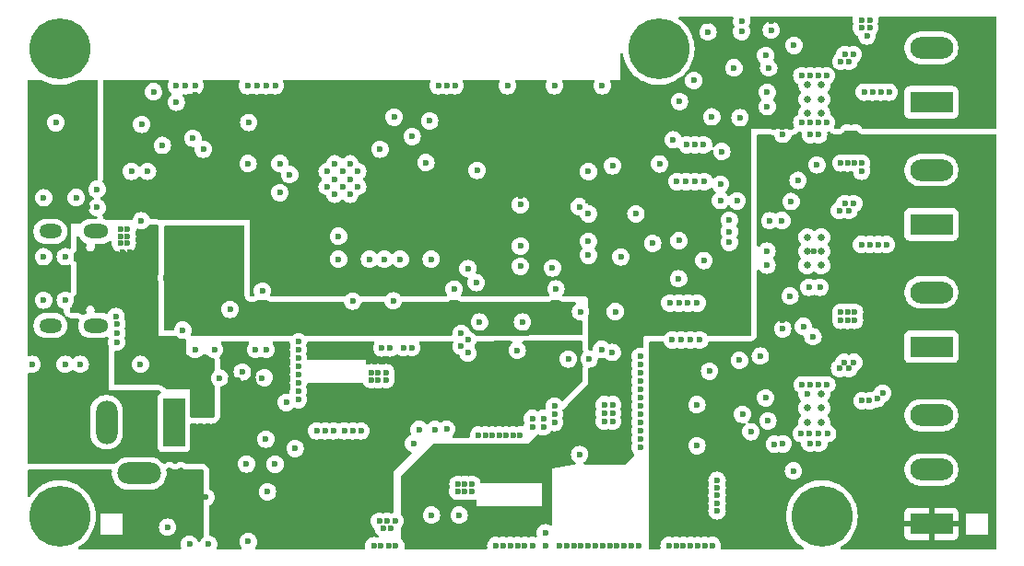
<source format=gbr>
%TF.GenerationSoftware,KiCad,Pcbnew,8.0.4*%
%TF.CreationDate,2025-02-12T03:18:48+01:00*%
%TF.ProjectId,SimpleLedController,53696d70-6c65-44c6-9564-436f6e74726f,A*%
%TF.SameCoordinates,Original*%
%TF.FileFunction,Copper,L3,Inr*%
%TF.FilePolarity,Positive*%
%FSLAX46Y46*%
G04 Gerber Fmt 4.6, Leading zero omitted, Abs format (unit mm)*
G04 Created by KiCad (PCBNEW 8.0.4) date 2025-02-12 03:18:48*
%MOMM*%
%LPD*%
G01*
G04 APERTURE LIST*
%TA.AperFunction,ComponentPad*%
%ADD10C,5.600000*%
%TD*%
%TA.AperFunction,ComponentPad*%
%ADD11C,0.600000*%
%TD*%
%TA.AperFunction,ComponentPad*%
%ADD12C,0.630000*%
%TD*%
%TA.AperFunction,ComponentPad*%
%ADD13R,2.000000X4.500000*%
%TD*%
%TA.AperFunction,ComponentPad*%
%ADD14O,2.000000X4.000000*%
%TD*%
%TA.AperFunction,ComponentPad*%
%ADD15O,4.000000X2.000000*%
%TD*%
%TA.AperFunction,ComponentPad*%
%ADD16R,3.960000X1.980000*%
%TD*%
%TA.AperFunction,ComponentPad*%
%ADD17O,3.960000X1.980000*%
%TD*%
%TA.AperFunction,HeatsinkPad*%
%ADD18C,0.600000*%
%TD*%
%TA.AperFunction,ComponentPad*%
%ADD19O,2.300000X1.300000*%
%TD*%
%TA.AperFunction,ComponentPad*%
%ADD20O,2.100000X1.300000*%
%TD*%
%TA.AperFunction,ViaPad*%
%ADD21C,0.600000*%
%TD*%
G04 APERTURE END LIST*
D10*
%TO.N,GND*%
%TO.C,H1*%
X103000000Y-108317800D03*
%TD*%
D11*
%TO.N,GND*%
%TO.C,U24*%
X171654251Y-97069612D03*
D12*
X171654251Y-98369612D03*
X171654251Y-99669612D03*
X172954251Y-97069612D03*
X172954251Y-98369612D03*
X172954251Y-99669612D03*
%TD*%
D13*
%TO.N,/USB_PD/UVP-OVP/Vin*%
%TO.C,J1*%
X113488600Y-99662000D03*
D14*
%TO.N,GND*%
X107288600Y-99662000D03*
D15*
%TO.N,N/C*%
X110288600Y-104362000D03*
%TD*%
D16*
%TO.N,+12V*%
%TO.C,J5*%
X183071941Y-109024714D03*
D17*
%TO.N,/MCU/5V WS2812 and Servo/5V Data{slash}PWM*%
X183071941Y-104024714D03*
%TO.N,GND*%
X183071941Y-99024714D03*
%TD*%
D18*
%TO.N,GND*%
%TO.C,U22*%
X127562808Y-76592820D03*
X127562808Y-77992820D03*
X128262808Y-75892820D03*
X128262808Y-77292820D03*
X128262808Y-78692820D03*
X128962808Y-76592820D03*
X128962808Y-77992820D03*
X129662808Y-75892820D03*
X129662808Y-77292820D03*
X129662808Y-78692820D03*
X130362808Y-76592820D03*
X130362808Y-77992820D03*
%TD*%
D19*
%TO.N,Net-(J3-SHIELD)*%
%TO.C,J3*%
X106325000Y-82112800D03*
D20*
X102125000Y-82112800D03*
D11*
X103505000Y-84442800D03*
X101505000Y-84442800D03*
X103505000Y-88442800D03*
X101505000Y-88442800D03*
D19*
X106325000Y-90772800D03*
D20*
X102125000Y-90772800D03*
%TD*%
D10*
%TO.N,unconnected-(H4-Pad1)*%
%TO.C,H4*%
X103000000Y-65317800D03*
%TD*%
D16*
%TO.N,Net-(J14-Pin_1)*%
%TO.C,J14*%
X183061941Y-81474898D03*
D17*
%TO.N,Net-(J14-Pin_2)*%
X183061941Y-76474898D03*
%TD*%
D10*
%TO.N,unconnected-(H2-Pad1)*%
%TO.C,H2*%
X158000000Y-65317800D03*
%TD*%
D16*
%TO.N,Net-(J13-Pin_1)*%
%TO.C,J13*%
X183061941Y-70229990D03*
D17*
%TO.N,Net-(J13-Pin_2)*%
X183061941Y-65229990D03*
%TD*%
D16*
%TO.N,Net-(J12-Pin_1)*%
%TO.C,J12*%
X183061941Y-92719806D03*
D17*
%TO.N,Net-(J12-Pin_2)*%
X183061941Y-87719806D03*
%TD*%
D12*
%TO.N,GND*%
%TO.C,U27*%
X171654251Y-68649000D03*
X171654251Y-69949000D03*
X171654251Y-71249000D03*
X172954251Y-68649000D03*
X172954251Y-69949000D03*
X172954251Y-71249000D03*
%TD*%
D10*
%TO.N,unconnected-(H3-Pad1)*%
%TO.C,H3*%
X173000000Y-108317800D03*
%TD*%
D12*
%TO.N,GND*%
%TO.C,U30*%
X171654251Y-82642520D03*
X171654251Y-83942520D03*
X171654251Y-85242520D03*
X172954251Y-82642520D03*
X172954251Y-83942520D03*
X172954251Y-85242520D03*
%TD*%
D21*
%TO.N,GND*%
X132565600Y-92839000D03*
X177396600Y-63375000D03*
X109197600Y-81917000D03*
X156314600Y-95887000D03*
X124920200Y-93016800D03*
X140846000Y-106021600D03*
X172720000Y-100711000D03*
X163375800Y-105710450D03*
X103482600Y-94337600D03*
X159870600Y-88698800D03*
X133327600Y-92839000D03*
X127358600Y-100459000D03*
X140480600Y-92093000D03*
X145722800Y-111000000D03*
X120246600Y-68709000D03*
X148440600Y-68709000D03*
X173532800Y-100711000D03*
X172720000Y-101600000D03*
X114303000Y-91188000D03*
X141252400Y-86819200D03*
X108256600Y-90601800D03*
X156314600Y-93601000D03*
X139880600Y-92693000D03*
X171094400Y-100711000D03*
X148440600Y-99697000D03*
X150879000Y-111000000D03*
X102644400Y-72112600D03*
X175364600Y-89537000D03*
X146408600Y-111000000D03*
X106429000Y-78234000D03*
X172672200Y-72112600D03*
X117681200Y-95607600D03*
X139550600Y-106021600D03*
X164503750Y-83110800D03*
X165430200Y-93970400D03*
X161597800Y-111000000D03*
X108161496Y-89933104D03*
X132972000Y-95760000D03*
X176660000Y-76583000D03*
X153012600Y-99570000D03*
X134572200Y-92813600D03*
X154841400Y-111000000D03*
X160937400Y-92102400D03*
X140211000Y-105386600D03*
X156314600Y-99697000D03*
X138534600Y-100306600D03*
X156314600Y-101221000D03*
X159845200Y-86463600D03*
X159032400Y-88698800D03*
X115420600Y-92966000D03*
X160937400Y-111003200D03*
X146408600Y-99316000D03*
X121607185Y-87595634D03*
X168354200Y-63578200D03*
X172304251Y-83942520D03*
X104879600Y-94337600D03*
X132362400Y-108764800D03*
X160531000Y-77522800D03*
X116665200Y-110898400D03*
X101526800Y-79021400D03*
X159354435Y-73680235D03*
X161521600Y-98046000D03*
X156314600Y-97411000D03*
X120983200Y-92966000D03*
X174729600Y-89537000D03*
X139677600Y-108206000D03*
X153774600Y-98808000D03*
X151564800Y-83034600D03*
X171808600Y-87251000D03*
X117198600Y-92966000D03*
X155501800Y-111000000D03*
X124920200Y-95302800D03*
X159261000Y-92102400D03*
X176634600Y-63375000D03*
X146408600Y-100078000D03*
X158092600Y-75897200D03*
X144122600Y-68709000D03*
X145494200Y-90451400D03*
X144630600Y-100840000D03*
X161547000Y-88698800D03*
X132718000Y-109399800D03*
X153774600Y-76075000D03*
X162537600Y-63756000D03*
X148567600Y-87403400D03*
X173459600Y-96217200D03*
X163375800Y-105005600D03*
X133073600Y-108764800D03*
X145265600Y-100840000D03*
X100434600Y-94337600D03*
X171881800Y-100711000D03*
X162918600Y-111000000D03*
X139566400Y-105386600D03*
X126596600Y-100459000D03*
X176660000Y-75821000D03*
X110416800Y-94337600D03*
X171148200Y-72112600D03*
X175364600Y-90299000D03*
X171173600Y-96217200D03*
X160708800Y-88698800D03*
X171148200Y-67794600D03*
X154181000Y-111003200D03*
X151615600Y-93855000D03*
X108562600Y-82552000D03*
X148440600Y-98173000D03*
X175999600Y-90299000D03*
X147424600Y-100078000D03*
X159692800Y-77522800D03*
X118637200Y-89283000D03*
X151564800Y-76608400D03*
X171935600Y-96217200D03*
X144402000Y-111000000D03*
X140195997Y-106021600D03*
X161369200Y-74144600D03*
X124920200Y-96064800D03*
X161369200Y-77522800D03*
X135486600Y-101602000D03*
X143055800Y-111000000D03*
X159616600Y-111000000D03*
X147424600Y-99316000D03*
X124615400Y-102084600D03*
X137137600Y-108206000D03*
X106429000Y-79908400D03*
X129136600Y-100459000D03*
X131600400Y-95760000D03*
X153774600Y-98046000D03*
X147602400Y-109831600D03*
X152758600Y-92966000D03*
X162207400Y-77522800D03*
X160277000Y-111000000D03*
X139880600Y-91493000D03*
X121939932Y-68709000D03*
X124920200Y-92254800D03*
X124920200Y-94540800D03*
X128120600Y-100459000D03*
X156314600Y-95125000D03*
X132260800Y-95760000D03*
X162899101Y-71572339D03*
X121948400Y-92966000D03*
X172824600Y-87251000D03*
X122786600Y-68709000D03*
X170441398Y-64996202D03*
X131854400Y-111025400D03*
X156314600Y-101983000D03*
X172672200Y-67794600D03*
X163375800Y-107120150D03*
X111051800Y-76583000D03*
X162131200Y-74144600D03*
X161775600Y-92102400D03*
X140480600Y-93293000D03*
X108562600Y-81917000D03*
X151539400Y-111003200D03*
X171910200Y-67794600D03*
X124920200Y-93778800D03*
X121928100Y-101221000D03*
X156162200Y-111000000D03*
X110493000Y-81129600D03*
X165204600Y-79300800D03*
X173434200Y-67794600D03*
X114912600Y-110898400D03*
X121538369Y-95608000D03*
X133200600Y-111025400D03*
X177396600Y-62654000D03*
X109197600Y-82552000D03*
X113693400Y-70233000D03*
X108562600Y-83187000D03*
X143995600Y-100840000D03*
X165478500Y-71655400D03*
X108256600Y-91465400D03*
X133810200Y-108764800D03*
X148897800Y-111003200D03*
X175999600Y-89537000D03*
X109578600Y-76583000D03*
X129898600Y-100459000D03*
X142725600Y-100840000D03*
X138534600Y-68709000D03*
X156314600Y-96649000D03*
X156314600Y-94363000D03*
X152199800Y-111000000D03*
X131600400Y-95099600D03*
X145316400Y-85320600D03*
X149710600Y-93855000D03*
X152834800Y-68709000D03*
X150218600Y-111000000D03*
X143716200Y-111000000D03*
X130660600Y-100459000D03*
X139296600Y-68709000D03*
X172182241Y-91804105D03*
X171910200Y-72112600D03*
X104498600Y-78996000D03*
X108229400Y-92278200D03*
X141455600Y-100840000D03*
X112414759Y-74199554D03*
X156314600Y-100459000D03*
X174729600Y-75821000D03*
X145062400Y-111000000D03*
X147602400Y-111003200D03*
X160099200Y-92102400D03*
X161531565Y-101830235D03*
X159870600Y-82961001D03*
X143360600Y-100840000D03*
X160607200Y-74144600D03*
X114557000Y-68709000D03*
X109197600Y-83187000D03*
X149558200Y-111000000D03*
X124920200Y-97588800D03*
X171935600Y-73222202D03*
X171907200Y-101600000D03*
X137772600Y-68709000D03*
X156314600Y-98935000D03*
X141328600Y-76497200D03*
X142090600Y-100840000D03*
X169395600Y-91073603D03*
X175999600Y-75821000D03*
X137442400Y-100332000D03*
X173434200Y-72112600D03*
X161239200Y-68224400D03*
X176634600Y-62654000D03*
X152860200Y-111000000D03*
X133861000Y-111025400D03*
X153012600Y-98046000D03*
X177142600Y-64137000D03*
X162258200Y-111000000D03*
X148440600Y-98935000D03*
X158956200Y-111000000D03*
X112906000Y-109323600D03*
X163375800Y-107825000D03*
X172697600Y-73222202D03*
X150726600Y-79834200D03*
X175364600Y-75821000D03*
X153774600Y-99570000D03*
X132972000Y-95099600D03*
X153520600Y-111000000D03*
X165712600Y-98935000D03*
X132514800Y-111025400D03*
X135334200Y-92813600D03*
X153012600Y-98808000D03*
X135994600Y-100332000D03*
X121093266Y-68709000D03*
X172542200Y-75996800D03*
X174729600Y-90299000D03*
X132260800Y-95099600D03*
X124920200Y-96826800D03*
X170172283Y-79364861D03*
X133429200Y-109399800D03*
X140861003Y-105386600D03*
X163680600Y-79275400D03*
X163375800Y-106415300D03*
X115420600Y-68709000D03*
X156314600Y-98173000D03*
X113693400Y-68709000D03*
X172697600Y-96217200D03*
%TO.N,+5V*%
X134480600Y-89693000D03*
X127561800Y-90527600D03*
X144097200Y-90451400D03*
X130178000Y-91111800D03*
X128120600Y-91162600D03*
X112779000Y-86362000D03*
X128628600Y-90553000D03*
X130686000Y-90502200D03*
X129670000Y-90502200D03*
X129136600Y-91162600D03*
X132372400Y-89718400D03*
X135496600Y-89693000D03*
X133439200Y-89743800D03*
%TO.N,+3V3*%
X143487600Y-85279400D03*
X166220600Y-83949000D03*
X170815000Y-77419200D03*
X138102800Y-111025400D03*
X168354200Y-62740000D03*
X141379400Y-111025400D03*
X136807400Y-111025400D03*
X138763200Y-111025400D03*
X156898800Y-87378000D03*
X136147000Y-111025400D03*
X115420600Y-70893400D03*
X165636400Y-64772000D03*
X139423600Y-111025400D03*
X135588200Y-104650000D03*
X169421000Y-101652800D03*
X148999400Y-72163400D03*
X169421000Y-73179400D03*
X165277800Y-87985600D03*
X145316400Y-87082800D03*
X164515800Y-87985600D03*
X115420600Y-70233000D03*
X145316400Y-78843600D03*
X170132200Y-72468200D03*
X166246000Y-79005200D03*
X166042800Y-87985600D03*
X165478500Y-69039200D03*
X168659000Y-72468200D03*
X169395600Y-72468200D03*
X166474600Y-100535200D03*
X171300600Y-90857800D03*
X171935600Y-63146400D03*
X167832318Y-97429315D03*
X135486600Y-111025400D03*
X116169900Y-70893400D03*
X168659000Y-101678200D03*
X137467800Y-111025400D03*
X142363100Y-79791178D03*
X163452000Y-83771200D03*
X140084000Y-111025400D03*
X170081400Y-88063800D03*
X140719000Y-111025400D03*
X162537600Y-62765400D03*
X165230000Y-85828600D03*
X115420600Y-69547200D03*
X151564800Y-79250000D03*
X167354000Y-93575600D03*
X162156600Y-81078800D03*
X116919200Y-70893400D03*
%TO.N,/MCU/Buttons/Buttons.BTN1*%
X123218400Y-78538800D03*
X145316400Y-79656400D03*
%TO.N,/USB_PD/UVP-OVP/Vin*%
X113058400Y-104142000D03*
X114125200Y-104142000D03*
X114633200Y-104650000D03*
X122075400Y-106072400D03*
X113591800Y-104650000D03*
X120322800Y-110644400D03*
X116411200Y-106555000D03*
X122776600Y-103532400D03*
X120145000Y-103507000D03*
%TO.N,Net-(Q3-S)*%
X115598400Y-99011200D03*
X109451600Y-84736400D03*
X105156000Y-88773000D03*
X109451600Y-84050600D03*
X116258800Y-99011200D03*
X123802600Y-97842800D03*
X116919200Y-99011200D03*
X116919200Y-98350800D03*
X104505997Y-88773000D03*
X113414000Y-93067600D03*
X116258800Y-98350800D03*
X104165400Y-89331800D03*
X115598400Y-98350800D03*
X119766869Y-95039167D03*
X104825800Y-89331800D03*
X108740400Y-84050600D03*
X108740400Y-84736400D03*
%TO.N,/MCU/ESP32S3/I2C1.SDA*%
X163807600Y-74752200D03*
X124117000Y-76887800D03*
%TO.N,+12V*%
X157406800Y-93372400D03*
X169595800Y-75615800D03*
X175364600Y-102262400D03*
X176050400Y-73763600D03*
X175364600Y-101500400D03*
X168808400Y-74777600D03*
X169595800Y-74752200D03*
X169395600Y-90273600D03*
X153749200Y-93245400D03*
X159667400Y-95023400D03*
X159667400Y-95887000D03*
X168024000Y-104192800D03*
X159667400Y-99239800D03*
X165433200Y-105005600D03*
X169395600Y-89486200D03*
X175364600Y-87784400D03*
X164645800Y-105005600D03*
X159667400Y-94210600D03*
X176075800Y-87098600D03*
X159667400Y-100967000D03*
X175364600Y-87098600D03*
X164645800Y-104243600D03*
X168808400Y-75615800D03*
X176152000Y-102262400D03*
X159667400Y-100103400D03*
X168808400Y-76454000D03*
X168608200Y-90273600D03*
X176152000Y-101475000D03*
X168608200Y-89511600D03*
X167236600Y-104218200D03*
X159667400Y-101779800D03*
X159667400Y-97563400D03*
X175339200Y-73763600D03*
X175339200Y-73077800D03*
X176050400Y-73077800D03*
X165433200Y-104218200D03*
X168024000Y-104980200D03*
X167236600Y-104980200D03*
X169595800Y-76428600D03*
X159667400Y-98376200D03*
X159667400Y-93347000D03*
X159667400Y-96699800D03*
X176075800Y-87784400D03*
%TO.N,/MCU/ESP32S3/I2C1.SCL*%
X163680600Y-77776800D03*
X136629600Y-75770200D03*
%TO.N,/MCU/5V WS2812 and Servo/5V Data{slash}PWM*%
X145011600Y-93042200D03*
X170386200Y-104142000D03*
%TO.N,/MCU/CH340 prog/UART_PROG.RST*%
X111610600Y-69267800D03*
X120348200Y-72087200D03*
%TO.N,/MCU/CH340 prog/UART_PROG.BOOT*%
X110518400Y-72265000D03*
X139220400Y-87413000D03*
%TO.N,/USB_PD/VBUS*%
X139880800Y-100001800D03*
X143817800Y-97385600D03*
X128273000Y-104726200D03*
X144148000Y-96801400D03*
X144529000Y-97385600D03*
X148085000Y-96979200D03*
X146180000Y-95023400D03*
X143462200Y-96776000D03*
X127942800Y-105310400D03*
X106784600Y-94337600D03*
X118709900Y-99722400D03*
X140490400Y-98985800D03*
X144478200Y-96166400D03*
X140490400Y-99671600D03*
X147602400Y-94998000D03*
X128654000Y-105310400D03*
X129339800Y-105310400D03*
X118036800Y-99722400D03*
X118113000Y-97385600D03*
X145214800Y-97385600D03*
X132057600Y-102592600D03*
X104651000Y-72112600D03*
X126876000Y-104726200D03*
X143411400Y-95556800D03*
X150743591Y-102635454D03*
X144097200Y-95582200D03*
X140490400Y-100332000D03*
X143767000Y-96166400D03*
X146535600Y-94413800D03*
X127257000Y-105310400D03*
X143081200Y-96166400D03*
X145824400Y-94413800D03*
X104651000Y-74855800D03*
X147246800Y-94388400D03*
X131473400Y-102262400D03*
X144859200Y-96776000D03*
X131448000Y-102948200D03*
X118062200Y-101322600D03*
X131448000Y-101551200D03*
X128984200Y-104700800D03*
X139880800Y-99341400D03*
X118735300Y-101322600D03*
X119383000Y-99722400D03*
X118748000Y-97385600D03*
X119408400Y-101322600D03*
X132057600Y-101195600D03*
X143132000Y-97385600D03*
X146916600Y-94998000D03*
X119383000Y-97385600D03*
X132057600Y-101881400D03*
X100510800Y-79961200D03*
X118646400Y-95785400D03*
X127587200Y-104700800D03*
X119383000Y-95785400D03*
X105537000Y-79908400D03*
X144808400Y-95556800D03*
X145164000Y-96166400D03*
%TO.N,/MCU/ESP32S3/I2C2.SDA*%
X155920900Y-80494600D03*
X123218400Y-75871800D03*
%TO.N,/MCU/ESP32S3/VSPI.CS*%
X154536600Y-84457000D03*
X128603200Y-82552000D03*
%TO.N,/MCU/ESP32S3/Hbridge2.IN1*%
X167960600Y-85217000D03*
X133632400Y-88493000D03*
%TO.N,/MCU/ESP32S3/VSPI.MISO*%
X131439533Y-84660200D03*
X148262800Y-85473000D03*
%TO.N,/MCU/ESP32S3/I2C2.SCL*%
X120297400Y-75871800D03*
X151564800Y-80494600D03*
%TO.N,/MCU/CH340 prog/UART_PROG.TX*%
X116182600Y-74551000D03*
X132413200Y-74551000D03*
%TO.N,/MCU/ESP32S3/Hbridge1.IN1*%
X136972500Y-71947500D03*
X167989000Y-70639400D03*
%TO.N,/MCU/ESP32S3/Hbridge3.IN2*%
X140489673Y-85533400D03*
X132819600Y-84660200D03*
X162690000Y-94972600D03*
X141557200Y-90451400D03*
%TO.N,/MCU/ESP32S3/Hbridge2.IN2*%
X157457600Y-83212400D03*
X137112200Y-84660200D03*
%TO.N,/MCU/ESP32S3/VSPI.MOSI*%
X128603200Y-84660200D03*
X151564800Y-84304600D03*
%TO.N,/MCU/ESP32S3/Hbridge3.IN1*%
X145316400Y-83466400D03*
X154028600Y-89486200D03*
X168044332Y-99539532D03*
X134275866Y-84660200D03*
%TO.N,/MCU/CH340 prog/UART_PROG.RX*%
X115217400Y-73535000D03*
X135359600Y-73382820D03*
%TO.N,/MCU/ESP32S3/VSPI.SCK*%
X150828200Y-89486200D03*
X129898600Y-88521000D03*
%TO.N,/MCU/ESP32S3/Hbridge1.IN2*%
X133708600Y-71604600D03*
X159921400Y-70156800D03*
%TO.N,/MCU/POWER SECTION/DRV1/IN22*%
X164934100Y-67066900D03*
X167989000Y-69318600D03*
%TO.N,/MCU/POWER SECTION/DRV2/IN22*%
X162156600Y-84787200D03*
X167960600Y-83921600D03*
%TO.N,Net-(U9-A0)*%
X167834865Y-65911265D03*
X165636400Y-62740000D03*
%TO.N,Net-(U10-A0)*%
X164503750Y-81086450D03*
X169341800Y-81105972D03*
%TO.N,Net-(U9-A1)*%
X168118588Y-67058000D03*
X165636400Y-63724385D03*
%TO.N,Net-(U10-A1)*%
X164503750Y-82120200D03*
X168224200Y-81127600D03*
%TO.N,Net-(U24-ISEN)*%
X178580600Y-96993000D03*
X174628000Y-94718600D03*
X175491600Y-94718600D03*
X176680600Y-97693000D03*
X177380600Y-97693000D03*
X178080600Y-97493000D03*
X175948800Y-94159800D03*
X175034400Y-94159800D03*
%TO.N,Net-(U27-ISEN)*%
X176888600Y-69293000D03*
X175110600Y-65838800D03*
X174729600Y-66473800D03*
X178412600Y-69293000D03*
X177650600Y-69293000D03*
X179174600Y-69293000D03*
X175491600Y-66473800D03*
X175872600Y-65838800D03*
%TO.N,Net-(U30-ISEN)*%
X176634600Y-83314000D03*
X178158600Y-83314000D03*
X175929600Y-79554800D03*
X178920600Y-83314000D03*
X177396600Y-83314000D03*
X175110600Y-79554800D03*
X174602600Y-80189800D03*
X175491600Y-80189800D03*
%TD*%
%TA.AperFunction,Conductor*%
%TO.N,+3V3*%
G36*
X164815477Y-62374185D02*
G01*
X164861232Y-62426989D01*
X164871176Y-62496147D01*
X164865480Y-62519455D01*
X164851031Y-62560745D01*
X164851030Y-62560750D01*
X164830835Y-62739996D01*
X164830835Y-62740003D01*
X164851030Y-62919249D01*
X164851033Y-62919262D01*
X164910609Y-63089520D01*
X164958803Y-63166221D01*
X164977803Y-63233458D01*
X164958804Y-63298163D01*
X164910608Y-63374867D01*
X164851033Y-63545122D01*
X164851030Y-63545135D01*
X164830835Y-63724381D01*
X164830835Y-63724388D01*
X164851030Y-63903634D01*
X164851031Y-63903639D01*
X164910611Y-64073908D01*
X164939355Y-64119653D01*
X165006584Y-64226647D01*
X165134138Y-64354201D01*
X165184453Y-64385816D01*
X165284681Y-64448794D01*
X165286878Y-64450174D01*
X165411951Y-64493939D01*
X165457145Y-64509753D01*
X165457150Y-64509754D01*
X165636396Y-64529950D01*
X165636400Y-64529950D01*
X165636404Y-64529950D01*
X165815649Y-64509754D01*
X165815652Y-64509753D01*
X165815655Y-64509753D01*
X165985922Y-64450174D01*
X166138662Y-64354201D01*
X166266216Y-64226647D01*
X166362189Y-64073907D01*
X166421768Y-63903640D01*
X166424740Y-63877262D01*
X166441965Y-63724388D01*
X166441965Y-63724381D01*
X166425494Y-63578196D01*
X167548635Y-63578196D01*
X167548635Y-63578203D01*
X167568830Y-63757449D01*
X167568831Y-63757454D01*
X167628411Y-63927723D01*
X167676852Y-64004816D01*
X167724384Y-64080462D01*
X167851938Y-64208016D01*
X168004678Y-64303989D01*
X168148173Y-64354200D01*
X168174945Y-64363568D01*
X168174950Y-64363569D01*
X168354196Y-64383765D01*
X168354200Y-64383765D01*
X168354204Y-64383765D01*
X168533449Y-64363569D01*
X168533452Y-64363568D01*
X168533455Y-64363568D01*
X168703722Y-64303989D01*
X168856462Y-64208016D01*
X168984016Y-64080462D01*
X169079989Y-63927722D01*
X169139568Y-63757455D01*
X169139732Y-63756000D01*
X169159765Y-63578203D01*
X169159765Y-63578196D01*
X169139569Y-63398950D01*
X169139568Y-63398945D01*
X169088758Y-63253738D01*
X169079989Y-63228678D01*
X168984016Y-63075938D01*
X168856462Y-62948384D01*
X168810094Y-62919249D01*
X168703723Y-62852411D01*
X168533454Y-62792831D01*
X168533449Y-62792830D01*
X168354204Y-62772635D01*
X168354196Y-62772635D01*
X168174950Y-62792830D01*
X168174945Y-62792831D01*
X168004676Y-62852411D01*
X167851937Y-62948384D01*
X167724384Y-63075937D01*
X167628411Y-63228676D01*
X167568831Y-63398945D01*
X167568830Y-63398950D01*
X167548635Y-63578196D01*
X166425494Y-63578196D01*
X166421769Y-63545135D01*
X166421766Y-63545122D01*
X166362237Y-63375000D01*
X166362189Y-63374863D01*
X166362189Y-63374862D01*
X166313996Y-63298164D01*
X166294996Y-63230927D01*
X166313997Y-63166219D01*
X166362188Y-63089524D01*
X166362189Y-63089522D01*
X166421768Y-62919255D01*
X166421769Y-62919249D01*
X166441965Y-62740003D01*
X166441965Y-62739996D01*
X166421769Y-62560750D01*
X166421768Y-62560745D01*
X166407320Y-62519455D01*
X166403759Y-62449676D01*
X166438488Y-62389048D01*
X166500481Y-62356821D01*
X166524362Y-62354500D01*
X175724024Y-62354500D01*
X175791063Y-62374185D01*
X175836818Y-62426989D01*
X175847244Y-62492383D01*
X175829035Y-62653996D01*
X175829035Y-62654003D01*
X175849230Y-62833249D01*
X175849233Y-62833262D01*
X175898321Y-62973545D01*
X175901883Y-63043324D01*
X175898321Y-63055455D01*
X175849233Y-63195737D01*
X175849230Y-63195750D01*
X175829035Y-63374996D01*
X175829035Y-63375003D01*
X175849230Y-63554249D01*
X175849231Y-63554254D01*
X175908811Y-63724523D01*
X175986829Y-63848687D01*
X176004784Y-63877262D01*
X176132338Y-64004816D01*
X176285078Y-64100789D01*
X176285079Y-64100789D01*
X176286040Y-64101393D01*
X176332331Y-64153728D01*
X176343288Y-64192503D01*
X176357230Y-64316250D01*
X176357231Y-64316254D01*
X176416811Y-64486523D01*
X176492659Y-64607234D01*
X176512784Y-64639262D01*
X176640338Y-64766816D01*
X176793078Y-64862789D01*
X176925336Y-64909068D01*
X176963345Y-64922368D01*
X176963350Y-64922369D01*
X177142596Y-64942565D01*
X177142600Y-64942565D01*
X177142604Y-64942565D01*
X177321849Y-64922369D01*
X177321852Y-64922368D01*
X177321855Y-64922368D01*
X177492122Y-64862789D01*
X177644862Y-64766816D01*
X177772416Y-64639262D01*
X177868389Y-64486522D01*
X177927968Y-64316255D01*
X177934036Y-64262400D01*
X177948165Y-64137003D01*
X177948165Y-64136997D01*
X177936473Y-64033231D01*
X177948527Y-63964409D01*
X177972012Y-63931665D01*
X177975955Y-63927722D01*
X178026416Y-63877262D01*
X178122389Y-63724522D01*
X178181968Y-63554255D01*
X178182997Y-63545122D01*
X178202165Y-63375003D01*
X178202165Y-63374996D01*
X178181969Y-63195750D01*
X178181966Y-63195737D01*
X178132879Y-63055455D01*
X178129317Y-62985676D01*
X178132879Y-62973545D01*
X178181966Y-62833262D01*
X178181969Y-62833249D01*
X178202165Y-62654003D01*
X178202165Y-62653996D01*
X178183956Y-62492383D01*
X178196011Y-62423561D01*
X178243360Y-62372182D01*
X178307176Y-62354500D01*
X188921100Y-62354500D01*
X188988139Y-62374185D01*
X189033894Y-62426989D01*
X189045100Y-62478500D01*
X189045100Y-72547400D01*
X189025415Y-72614439D01*
X188972611Y-72660194D01*
X188921100Y-72671400D01*
X176808982Y-72671400D01*
X176741943Y-72651715D01*
X176703988Y-72613371D01*
X176680218Y-72575540D01*
X176552662Y-72447984D01*
X176399923Y-72352011D01*
X176229654Y-72292431D01*
X176229649Y-72292430D01*
X176050404Y-72272235D01*
X176050396Y-72272235D01*
X175871150Y-72292430D01*
X175871145Y-72292431D01*
X175735755Y-72339807D01*
X175665976Y-72343368D01*
X175653845Y-72339807D01*
X175518454Y-72292431D01*
X175518449Y-72292430D01*
X175339204Y-72272235D01*
X175339196Y-72272235D01*
X175159950Y-72292430D01*
X175159945Y-72292431D01*
X174989676Y-72352011D01*
X174836937Y-72447984D01*
X174709381Y-72575540D01*
X174685612Y-72613371D01*
X174633278Y-72659663D01*
X174580618Y-72671400D01*
X174252852Y-72671400D01*
X174185813Y-72651715D01*
X174140058Y-72598911D01*
X174130114Y-72529753D01*
X174147859Y-72481426D01*
X174159989Y-72462122D01*
X174219568Y-72291855D01*
X174222431Y-72266449D01*
X174239765Y-72112603D01*
X174239765Y-72112596D01*
X174219569Y-71933350D01*
X174219568Y-71933345D01*
X174185035Y-71834655D01*
X174159989Y-71763078D01*
X174159775Y-71762738D01*
X174097600Y-71663787D01*
X174064016Y-71610338D01*
X173936462Y-71482784D01*
X173826963Y-71413981D01*
X173780673Y-71361647D01*
X173769716Y-71295103D01*
X173771442Y-71279791D01*
X173774911Y-71249000D01*
X173771961Y-71222815D01*
X173754336Y-71066388D01*
X173737533Y-71018368D01*
X173693640Y-70892929D01*
X173595869Y-70737327D01*
X173545222Y-70686680D01*
X173511738Y-70625358D01*
X173516722Y-70555666D01*
X173545223Y-70511319D01*
X173550220Y-70506322D01*
X173595869Y-70460673D01*
X173693640Y-70305071D01*
X173754335Y-70131614D01*
X173754335Y-70131613D01*
X173754336Y-70131611D01*
X173774911Y-69949002D01*
X173774911Y-69948997D01*
X173754336Y-69766388D01*
X173719951Y-69668122D01*
X173693640Y-69592929D01*
X173595869Y-69437327D01*
X173545222Y-69386680D01*
X173511738Y-69325358D01*
X173514052Y-69292996D01*
X176083035Y-69292996D01*
X176083035Y-69293003D01*
X176103230Y-69472249D01*
X176103231Y-69472254D01*
X176162811Y-69642523D01*
X176218240Y-69730737D01*
X176258784Y-69795262D01*
X176386338Y-69922816D01*
X176406789Y-69935666D01*
X176517702Y-70005358D01*
X176539078Y-70018789D01*
X176695047Y-70073365D01*
X176709345Y-70078368D01*
X176709350Y-70078369D01*
X176888596Y-70098565D01*
X176888600Y-70098565D01*
X176888604Y-70098565D01*
X177067849Y-70078369D01*
X177067851Y-70078368D01*
X177067855Y-70078368D01*
X177067858Y-70078366D01*
X177067862Y-70078366D01*
X177228645Y-70022106D01*
X177298424Y-70018544D01*
X177310555Y-70022106D01*
X177471337Y-70078366D01*
X177471343Y-70078367D01*
X177471345Y-70078368D01*
X177471346Y-70078368D01*
X177471350Y-70078369D01*
X177650596Y-70098565D01*
X177650600Y-70098565D01*
X177650604Y-70098565D01*
X177829849Y-70078369D01*
X177829851Y-70078368D01*
X177829855Y-70078368D01*
X177829858Y-70078366D01*
X177829862Y-70078366D01*
X177990645Y-70022106D01*
X178060424Y-70018544D01*
X178072555Y-70022106D01*
X178233337Y-70078366D01*
X178233343Y-70078367D01*
X178233345Y-70078368D01*
X178233346Y-70078368D01*
X178233350Y-70078369D01*
X178412596Y-70098565D01*
X178412600Y-70098565D01*
X178412604Y-70098565D01*
X178591849Y-70078369D01*
X178591851Y-70078368D01*
X178591855Y-70078368D01*
X178591858Y-70078366D01*
X178591862Y-70078366D01*
X178752645Y-70022106D01*
X178822424Y-70018544D01*
X178834555Y-70022106D01*
X178995337Y-70078366D01*
X178995343Y-70078367D01*
X178995345Y-70078368D01*
X178995346Y-70078368D01*
X178995350Y-70078369D01*
X179174596Y-70098565D01*
X179174600Y-70098565D01*
X179174604Y-70098565D01*
X179353849Y-70078369D01*
X179353852Y-70078368D01*
X179353855Y-70078368D01*
X179524122Y-70018789D01*
X179676862Y-69922816D01*
X179804416Y-69795262D01*
X179900389Y-69642522D01*
X179959968Y-69472255D01*
X179959969Y-69472249D01*
X179980165Y-69293003D01*
X179980165Y-69292996D01*
X179968800Y-69192125D01*
X180581441Y-69192125D01*
X180581441Y-71267860D01*
X180581442Y-71267866D01*
X180587849Y-71327473D01*
X180638143Y-71462318D01*
X180638147Y-71462325D01*
X180724393Y-71577534D01*
X180724396Y-71577537D01*
X180839605Y-71663783D01*
X180839612Y-71663787D01*
X180974458Y-71714081D01*
X180974457Y-71714081D01*
X180981385Y-71714825D01*
X181034068Y-71720490D01*
X185089813Y-71720489D01*
X185149424Y-71714081D01*
X185284272Y-71663786D01*
X185399487Y-71577536D01*
X185485737Y-71462321D01*
X185536032Y-71327473D01*
X185542441Y-71267863D01*
X185542440Y-69192118D01*
X185536032Y-69132507D01*
X185529034Y-69113745D01*
X185485738Y-68997661D01*
X185485734Y-68997654D01*
X185399488Y-68882445D01*
X185399485Y-68882442D01*
X185284276Y-68796196D01*
X185284269Y-68796192D01*
X185149423Y-68745898D01*
X185149424Y-68745898D01*
X185089824Y-68739491D01*
X185089822Y-68739490D01*
X185089814Y-68739490D01*
X185089805Y-68739490D01*
X181034070Y-68739490D01*
X181034064Y-68739491D01*
X180974457Y-68745898D01*
X180839612Y-68796192D01*
X180839605Y-68796196D01*
X180724396Y-68882442D01*
X180724393Y-68882445D01*
X180638147Y-68997654D01*
X180638143Y-68997661D01*
X180587849Y-69132507D01*
X180581442Y-69192106D01*
X180581442Y-69192113D01*
X180581441Y-69192125D01*
X179968800Y-69192125D01*
X179959969Y-69113750D01*
X179959968Y-69113745D01*
X179900388Y-68943476D01*
X179830098Y-68831611D01*
X179804416Y-68790738D01*
X179676862Y-68663184D01*
X179524123Y-68567211D01*
X179353854Y-68507631D01*
X179353849Y-68507630D01*
X179174604Y-68487435D01*
X179174596Y-68487435D01*
X178995350Y-68507630D01*
X178995337Y-68507633D01*
X178834555Y-68563894D01*
X178764776Y-68567456D01*
X178752645Y-68563894D01*
X178591862Y-68507633D01*
X178591849Y-68507630D01*
X178412604Y-68487435D01*
X178412596Y-68487435D01*
X178233350Y-68507630D01*
X178233337Y-68507633D01*
X178072555Y-68563894D01*
X178002776Y-68567456D01*
X177990645Y-68563894D01*
X177829862Y-68507633D01*
X177829849Y-68507630D01*
X177650604Y-68487435D01*
X177650596Y-68487435D01*
X177471350Y-68507630D01*
X177471337Y-68507633D01*
X177310555Y-68563894D01*
X177240776Y-68567456D01*
X177228645Y-68563894D01*
X177067862Y-68507633D01*
X177067849Y-68507630D01*
X176888604Y-68487435D01*
X176888596Y-68487435D01*
X176709350Y-68507630D01*
X176709345Y-68507631D01*
X176539076Y-68567211D01*
X176386337Y-68663184D01*
X176258784Y-68790737D01*
X176162811Y-68943476D01*
X176103231Y-69113745D01*
X176103230Y-69113750D01*
X176083035Y-69292996D01*
X173514052Y-69292996D01*
X173516722Y-69255666D01*
X173545223Y-69211319D01*
X173564436Y-69192106D01*
X173595869Y-69160673D01*
X173693640Y-69005071D01*
X173754335Y-68831614D01*
X173754335Y-68831613D01*
X173754336Y-68831611D01*
X173774911Y-68649002D01*
X173774911Y-68648999D01*
X173773136Y-68633254D01*
X173770684Y-68611487D01*
X173782738Y-68542666D01*
X173827929Y-68492611D01*
X173936462Y-68424416D01*
X174064016Y-68296862D01*
X174159989Y-68144122D01*
X174219568Y-67973855D01*
X174225850Y-67918101D01*
X174239765Y-67794603D01*
X174239765Y-67794596D01*
X174219569Y-67615350D01*
X174219568Y-67615345D01*
X174200294Y-67560262D01*
X174159989Y-67445078D01*
X174156189Y-67439031D01*
X174064015Y-67292337D01*
X173936462Y-67164784D01*
X173783723Y-67068811D01*
X173613454Y-67009231D01*
X173613449Y-67009230D01*
X173434204Y-66989035D01*
X173434196Y-66989035D01*
X173254950Y-67009230D01*
X173254937Y-67009233D01*
X173094155Y-67065494D01*
X173024376Y-67069056D01*
X173012245Y-67065494D01*
X172851462Y-67009233D01*
X172851449Y-67009230D01*
X172672204Y-66989035D01*
X172672196Y-66989035D01*
X172492950Y-67009230D01*
X172492937Y-67009233D01*
X172332155Y-67065494D01*
X172262376Y-67069056D01*
X172250245Y-67065494D01*
X172089462Y-67009233D01*
X172089449Y-67009230D01*
X171910204Y-66989035D01*
X171910196Y-66989035D01*
X171730950Y-67009230D01*
X171730937Y-67009233D01*
X171570155Y-67065494D01*
X171500376Y-67069056D01*
X171488245Y-67065494D01*
X171327462Y-67009233D01*
X171327449Y-67009230D01*
X171148204Y-66989035D01*
X171148196Y-66989035D01*
X170968950Y-67009230D01*
X170968945Y-67009231D01*
X170798676Y-67068811D01*
X170645937Y-67164784D01*
X170518384Y-67292337D01*
X170422411Y-67445076D01*
X170362831Y-67615345D01*
X170362830Y-67615350D01*
X170342635Y-67794596D01*
X170342635Y-67794603D01*
X170362830Y-67973849D01*
X170362831Y-67973854D01*
X170422411Y-68144123D01*
X170515233Y-68291847D01*
X170518384Y-68296862D01*
X170645938Y-68424416D01*
X170778844Y-68507926D01*
X170825134Y-68560259D01*
X170836092Y-68626800D01*
X170833591Y-68649001D01*
X170833591Y-68649002D01*
X170854165Y-68831611D01*
X170871952Y-68882442D01*
X170912268Y-68997659D01*
X170914863Y-69005073D01*
X171012633Y-69160673D01*
X171012634Y-69160674D01*
X171063279Y-69211320D01*
X171096763Y-69272643D01*
X171091778Y-69342335D01*
X171063279Y-69386680D01*
X171012633Y-69437326D01*
X170914863Y-69592926D01*
X170854165Y-69766388D01*
X170833591Y-69948997D01*
X170833591Y-69949002D01*
X170854165Y-70131611D01*
X170914863Y-70305073D01*
X171012633Y-70460673D01*
X171012634Y-70460674D01*
X171063279Y-70511320D01*
X171096763Y-70572643D01*
X171091778Y-70642335D01*
X171063279Y-70686680D01*
X171012633Y-70737326D01*
X170914863Y-70892926D01*
X170854165Y-71066388D01*
X170833591Y-71248997D01*
X170837060Y-71279791D01*
X170825003Y-71348613D01*
X170779811Y-71398666D01*
X170645937Y-71482784D01*
X170518384Y-71610337D01*
X170422411Y-71763076D01*
X170362831Y-71933345D01*
X170362830Y-71933350D01*
X170342635Y-72112596D01*
X170342635Y-72112603D01*
X170362830Y-72291849D01*
X170362831Y-72291854D01*
X170422410Y-72462121D01*
X170434541Y-72481426D01*
X170453542Y-72548663D01*
X170433175Y-72615498D01*
X170379908Y-72660713D01*
X170329548Y-72671400D01*
X166550800Y-72671400D01*
X166550800Y-91597400D01*
X166531115Y-91664439D01*
X166478311Y-91710194D01*
X166426800Y-91721400D01*
X162550142Y-91721400D01*
X162483103Y-91701715D01*
X162445149Y-91663373D01*
X162405416Y-91600138D01*
X162277862Y-91472584D01*
X162249214Y-91454583D01*
X162125123Y-91376611D01*
X161954854Y-91317031D01*
X161954849Y-91317030D01*
X161775604Y-91296835D01*
X161775596Y-91296835D01*
X161596350Y-91317030D01*
X161596337Y-91317033D01*
X161426078Y-91376609D01*
X161422471Y-91378877D01*
X161419810Y-91379628D01*
X161419806Y-91379631D01*
X161419805Y-91379630D01*
X161355234Y-91397877D01*
X161290529Y-91378877D01*
X161286921Y-91376609D01*
X161116662Y-91317033D01*
X161116649Y-91317030D01*
X160937404Y-91296835D01*
X160937396Y-91296835D01*
X160758150Y-91317030D01*
X160758137Y-91317033D01*
X160587878Y-91376609D01*
X160584271Y-91378877D01*
X160581610Y-91379628D01*
X160581606Y-91379631D01*
X160581605Y-91379630D01*
X160517034Y-91397877D01*
X160452329Y-91378877D01*
X160448721Y-91376609D01*
X160278462Y-91317033D01*
X160278449Y-91317030D01*
X160099204Y-91296835D01*
X160099196Y-91296835D01*
X159919950Y-91317030D01*
X159919937Y-91317033D01*
X159749678Y-91376609D01*
X159746071Y-91378877D01*
X159743410Y-91379628D01*
X159743406Y-91379631D01*
X159743405Y-91379630D01*
X159678834Y-91397877D01*
X159614129Y-91378877D01*
X159610521Y-91376609D01*
X159440262Y-91317033D01*
X159440249Y-91317030D01*
X159261004Y-91296835D01*
X159260996Y-91296835D01*
X159081750Y-91317030D01*
X159081745Y-91317031D01*
X158911476Y-91376611D01*
X158758737Y-91472584D01*
X158631184Y-91600137D01*
X158622435Y-91614062D01*
X158591450Y-91663373D01*
X158539118Y-91709663D01*
X158486458Y-91721400D01*
X156695599Y-91721400D01*
X156644800Y-91772199D01*
X156644800Y-92694592D01*
X156625115Y-92761631D01*
X156572311Y-92807386D01*
X156503153Y-92817330D01*
X156494227Y-92815673D01*
X156314604Y-92795435D01*
X156314596Y-92795435D01*
X156135350Y-92815630D01*
X156135345Y-92815631D01*
X155965076Y-92875211D01*
X155812337Y-92971184D01*
X155684784Y-93098737D01*
X155588811Y-93251476D01*
X155529231Y-93421745D01*
X155529230Y-93421750D01*
X155509035Y-93600996D01*
X155509035Y-93601003D01*
X155529230Y-93780249D01*
X155529233Y-93780262D01*
X155585494Y-93941045D01*
X155589056Y-94010824D01*
X155585494Y-94022955D01*
X155529233Y-94183737D01*
X155529230Y-94183750D01*
X155509035Y-94362996D01*
X155509035Y-94363003D01*
X155529230Y-94542249D01*
X155529233Y-94542262D01*
X155585494Y-94703045D01*
X155589056Y-94772824D01*
X155585494Y-94784955D01*
X155529233Y-94945737D01*
X155529230Y-94945750D01*
X155509035Y-95124996D01*
X155509035Y-95125003D01*
X155529230Y-95304249D01*
X155529233Y-95304262D01*
X155585494Y-95465045D01*
X155589056Y-95534824D01*
X155585494Y-95546955D01*
X155529233Y-95707737D01*
X155529230Y-95707750D01*
X155509035Y-95886996D01*
X155509035Y-95887003D01*
X155529230Y-96066249D01*
X155529233Y-96066262D01*
X155585494Y-96227045D01*
X155589056Y-96296824D01*
X155585494Y-96308955D01*
X155529233Y-96469737D01*
X155529230Y-96469750D01*
X155509035Y-96648996D01*
X155509035Y-96649003D01*
X155529230Y-96828249D01*
X155529233Y-96828262D01*
X155585494Y-96989045D01*
X155589056Y-97058824D01*
X155585494Y-97070955D01*
X155529233Y-97231737D01*
X155529230Y-97231750D01*
X155509035Y-97410996D01*
X155509035Y-97411003D01*
X155529230Y-97590249D01*
X155529233Y-97590262D01*
X155585494Y-97751045D01*
X155589056Y-97820824D01*
X155585494Y-97832955D01*
X155529233Y-97993737D01*
X155529230Y-97993750D01*
X155509035Y-98172996D01*
X155509035Y-98173003D01*
X155529230Y-98352249D01*
X155529233Y-98352262D01*
X155585494Y-98513045D01*
X155589056Y-98582824D01*
X155585494Y-98594955D01*
X155529233Y-98755737D01*
X155529230Y-98755750D01*
X155509035Y-98934996D01*
X155509035Y-98935003D01*
X155529230Y-99114249D01*
X155529233Y-99114262D01*
X155585494Y-99275045D01*
X155589056Y-99344824D01*
X155585494Y-99356955D01*
X155529233Y-99517737D01*
X155529230Y-99517750D01*
X155509035Y-99696996D01*
X155509035Y-99697003D01*
X155529230Y-99876249D01*
X155529233Y-99876262D01*
X155585494Y-100037045D01*
X155589056Y-100106824D01*
X155585494Y-100118955D01*
X155529233Y-100279737D01*
X155529230Y-100279750D01*
X155509035Y-100458996D01*
X155509035Y-100459003D01*
X155529230Y-100638249D01*
X155529233Y-100638262D01*
X155585494Y-100799045D01*
X155589056Y-100868824D01*
X155585494Y-100880955D01*
X155529233Y-101041737D01*
X155529230Y-101041750D01*
X155509035Y-101220996D01*
X155509035Y-101221003D01*
X155529230Y-101400249D01*
X155529233Y-101400262D01*
X155585494Y-101561045D01*
X155589056Y-101630824D01*
X155585494Y-101642955D01*
X155529233Y-101803737D01*
X155529230Y-101803750D01*
X155509035Y-101982996D01*
X155509035Y-101983003D01*
X155529230Y-102162249D01*
X155529231Y-102162254D01*
X155588811Y-102332523D01*
X155684784Y-102485262D01*
X155749779Y-102550257D01*
X155783264Y-102611580D01*
X155778280Y-102681272D01*
X155749779Y-102725619D01*
X154953919Y-103521481D01*
X154892596Y-103554966D01*
X154866238Y-103557800D01*
X151210708Y-103557800D01*
X151143669Y-103538115D01*
X151097914Y-103485311D01*
X151087970Y-103416153D01*
X151116995Y-103352597D01*
X151144736Y-103328806D01*
X151146425Y-103327745D01*
X151245853Y-103265270D01*
X151373407Y-103137716D01*
X151469380Y-102984976D01*
X151528959Y-102814709D01*
X151529446Y-102810389D01*
X151549156Y-102635457D01*
X151549156Y-102635450D01*
X151528960Y-102456204D01*
X151528959Y-102456199D01*
X151485683Y-102332523D01*
X151469380Y-102285932D01*
X151466948Y-102282062D01*
X151402666Y-102179757D01*
X151373407Y-102133192D01*
X151245853Y-102005638D01*
X151209825Y-101983000D01*
X151093114Y-101909665D01*
X150922845Y-101850085D01*
X150922840Y-101850084D01*
X150743595Y-101829889D01*
X150743587Y-101829889D01*
X150564341Y-101850084D01*
X150564336Y-101850085D01*
X150394067Y-101909665D01*
X150241328Y-102005638D01*
X150113775Y-102133191D01*
X150017802Y-102285930D01*
X149958222Y-102456199D01*
X149958221Y-102456204D01*
X149938026Y-102635450D01*
X149938026Y-102635457D01*
X149958221Y-102814703D01*
X149958222Y-102814708D01*
X150017802Y-102984977D01*
X150069947Y-103067965D01*
X150113775Y-103137716D01*
X150241329Y-103265270D01*
X150340757Y-103327745D01*
X150342446Y-103328806D01*
X150388737Y-103381141D01*
X150399385Y-103450194D01*
X150371010Y-103514043D01*
X150312620Y-103552415D01*
X150276474Y-103557800D01*
X150193199Y-103557800D01*
X148262800Y-103938799D01*
X148262800Y-109076787D01*
X148243115Y-109143826D01*
X148190311Y-109189581D01*
X148121153Y-109199525D01*
X148072828Y-109181781D01*
X147951923Y-109105811D01*
X147781654Y-109046231D01*
X147781649Y-109046230D01*
X147602404Y-109026035D01*
X147602396Y-109026035D01*
X147423150Y-109046230D01*
X147423145Y-109046231D01*
X147252876Y-109105811D01*
X147100137Y-109201784D01*
X146972584Y-109329337D01*
X146876611Y-109482076D01*
X146817031Y-109652345D01*
X146817030Y-109652350D01*
X146796835Y-109831596D01*
X146796835Y-109831603D01*
X146817030Y-110010849D01*
X146817032Y-110010857D01*
X146845217Y-110091405D01*
X146848778Y-110161184D01*
X146814049Y-110221811D01*
X146752056Y-110254038D01*
X146687221Y-110249401D01*
X146587857Y-110214632D01*
X146587849Y-110214630D01*
X146408604Y-110194435D01*
X146408596Y-110194435D01*
X146229346Y-110214631D01*
X146229345Y-110214631D01*
X146106653Y-110257562D01*
X146036875Y-110261123D01*
X146024747Y-110257562D01*
X145902053Y-110214631D01*
X145722804Y-110194435D01*
X145722796Y-110194435D01*
X145543546Y-110214631D01*
X145543545Y-110214631D01*
X145433553Y-110253118D01*
X145363774Y-110256679D01*
X145351647Y-110253118D01*
X145241654Y-110214631D01*
X145062404Y-110194435D01*
X145062396Y-110194435D01*
X144883146Y-110214631D01*
X144883145Y-110214631D01*
X144773153Y-110253118D01*
X144703374Y-110256679D01*
X144691247Y-110253118D01*
X144581254Y-110214631D01*
X144402004Y-110194435D01*
X144401996Y-110194435D01*
X144222746Y-110214631D01*
X144222745Y-110214631D01*
X144100053Y-110257562D01*
X144030275Y-110261123D01*
X144018147Y-110257562D01*
X143895453Y-110214631D01*
X143716204Y-110194435D01*
X143716196Y-110194435D01*
X143536946Y-110214631D01*
X143536945Y-110214631D01*
X143426953Y-110253118D01*
X143357174Y-110256679D01*
X143345047Y-110253118D01*
X143235054Y-110214631D01*
X143055804Y-110194435D01*
X143055796Y-110194435D01*
X142876550Y-110214630D01*
X142876545Y-110214631D01*
X142706276Y-110274211D01*
X142553537Y-110370184D01*
X142425984Y-110497737D01*
X142330011Y-110650476D01*
X142270431Y-110820745D01*
X142270430Y-110820750D01*
X142250235Y-110999996D01*
X142250235Y-111000003D01*
X142270430Y-111179249D01*
X142270432Y-111179255D01*
X142273682Y-111188543D01*
X142277245Y-111258322D01*
X142242517Y-111318950D01*
X142180524Y-111351178D01*
X142156641Y-111353500D01*
X134767887Y-111353500D01*
X134700848Y-111333815D01*
X134655093Y-111281011D01*
X134645149Y-111211853D01*
X134646189Y-111206249D01*
X134666565Y-111025403D01*
X134666565Y-111025396D01*
X134646369Y-110846150D01*
X134646368Y-110846145D01*
X134586788Y-110675876D01*
X134533385Y-110590886D01*
X134490816Y-110523138D01*
X134363262Y-110395584D01*
X134358338Y-110390660D01*
X134359619Y-110389378D01*
X134324744Y-110339683D01*
X134318200Y-110299933D01*
X134318200Y-109440240D01*
X134337885Y-109373201D01*
X134354519Y-109352559D01*
X134377741Y-109329337D01*
X134440016Y-109267062D01*
X134535989Y-109114322D01*
X134595568Y-108944055D01*
X134598332Y-108919524D01*
X134615765Y-108764803D01*
X134615765Y-108764796D01*
X134595569Y-108585550D01*
X134595568Y-108585545D01*
X134535988Y-108415276D01*
X134440015Y-108262537D01*
X134383474Y-108205996D01*
X136332035Y-108205996D01*
X136332035Y-108206003D01*
X136352230Y-108385249D01*
X136352231Y-108385254D01*
X136411811Y-108555523D01*
X136507784Y-108708262D01*
X136635338Y-108835816D01*
X136788078Y-108931789D01*
X136958345Y-108991368D01*
X136958350Y-108991369D01*
X137137596Y-109011565D01*
X137137600Y-109011565D01*
X137137604Y-109011565D01*
X137316849Y-108991369D01*
X137316852Y-108991368D01*
X137316855Y-108991368D01*
X137487122Y-108931789D01*
X137639862Y-108835816D01*
X137767416Y-108708262D01*
X137863389Y-108555522D01*
X137922968Y-108385255D01*
X137922969Y-108385249D01*
X137943165Y-108206003D01*
X137943165Y-108205996D01*
X138872035Y-108205996D01*
X138872035Y-108206003D01*
X138892230Y-108385249D01*
X138892231Y-108385254D01*
X138951811Y-108555523D01*
X139047784Y-108708262D01*
X139175338Y-108835816D01*
X139328078Y-108931789D01*
X139498345Y-108991368D01*
X139498350Y-108991369D01*
X139677596Y-109011565D01*
X139677600Y-109011565D01*
X139677604Y-109011565D01*
X139856849Y-108991369D01*
X139856852Y-108991368D01*
X139856855Y-108991368D01*
X140027122Y-108931789D01*
X140179862Y-108835816D01*
X140307416Y-108708262D01*
X140403389Y-108555522D01*
X140462968Y-108385255D01*
X140462969Y-108385249D01*
X140483165Y-108206003D01*
X140483165Y-108205996D01*
X140462969Y-108026750D01*
X140462968Y-108026745D01*
X140439345Y-107959235D01*
X140403389Y-107856478D01*
X140307416Y-107703738D01*
X140179862Y-107576184D01*
X140113069Y-107534215D01*
X140027123Y-107480211D01*
X139856854Y-107420631D01*
X139856849Y-107420630D01*
X139677604Y-107400435D01*
X139677596Y-107400435D01*
X139498350Y-107420630D01*
X139498345Y-107420631D01*
X139328076Y-107480211D01*
X139175337Y-107576184D01*
X139047784Y-107703737D01*
X138951811Y-107856476D01*
X138892231Y-108026745D01*
X138892230Y-108026750D01*
X138872035Y-108205996D01*
X137943165Y-108205996D01*
X137922969Y-108026750D01*
X137922968Y-108026745D01*
X137899345Y-107959235D01*
X137863389Y-107856478D01*
X137767416Y-107703738D01*
X137639862Y-107576184D01*
X137573069Y-107534215D01*
X137487123Y-107480211D01*
X137316854Y-107420631D01*
X137316849Y-107420630D01*
X137137604Y-107400435D01*
X137137596Y-107400435D01*
X136958350Y-107420630D01*
X136958345Y-107420631D01*
X136788076Y-107480211D01*
X136635337Y-107576184D01*
X136507784Y-107703737D01*
X136411811Y-107856476D01*
X136352231Y-108026745D01*
X136352230Y-108026750D01*
X136332035Y-108205996D01*
X134383474Y-108205996D01*
X134354519Y-108177041D01*
X134321034Y-108115718D01*
X134318200Y-108089360D01*
X134318200Y-106021596D01*
X138745035Y-106021596D01*
X138745035Y-106021603D01*
X138765230Y-106200849D01*
X138765231Y-106200854D01*
X138824811Y-106371123D01*
X138920784Y-106523862D01*
X139048338Y-106651416D01*
X139201078Y-106747389D01*
X139284464Y-106776567D01*
X139371345Y-106806968D01*
X139371350Y-106806969D01*
X139550596Y-106827165D01*
X139550600Y-106827165D01*
X139550604Y-106827165D01*
X139729851Y-106806969D01*
X139729853Y-106806968D01*
X139729855Y-106806968D01*
X139832343Y-106771104D01*
X139902121Y-106767542D01*
X139914253Y-106771105D01*
X139991653Y-106798189D01*
X140016745Y-106806969D01*
X140195993Y-106827165D01*
X140195997Y-106827165D01*
X140196001Y-106827165D01*
X140375243Y-106806969D01*
X140375242Y-106806969D01*
X140375252Y-106806968D01*
X140480042Y-106770299D01*
X140549820Y-106766737D01*
X140561951Y-106770299D01*
X140666745Y-106806968D01*
X140666750Y-106806969D01*
X140845996Y-106827165D01*
X140846000Y-106827165D01*
X140846004Y-106827165D01*
X141025249Y-106806969D01*
X141025252Y-106806968D01*
X141025255Y-106806968D01*
X141025256Y-106806967D01*
X141025259Y-106806967D01*
X141056182Y-106796146D01*
X141112136Y-106776566D01*
X141181913Y-106773004D01*
X141242540Y-106807732D01*
X141274768Y-106869725D01*
X141277090Y-106893432D01*
X141277800Y-107393200D01*
X147272200Y-107393200D01*
X147272200Y-105285000D01*
X146964400Y-105285000D01*
X141761526Y-105285000D01*
X141694487Y-105265315D01*
X141648732Y-105212511D01*
X141644488Y-105201965D01*
X141586792Y-105037078D01*
X141490819Y-104884338D01*
X141363265Y-104756784D01*
X141234638Y-104675962D01*
X141210526Y-104660811D01*
X141040257Y-104601231D01*
X141040252Y-104601230D01*
X140861007Y-104581035D01*
X140860999Y-104581035D01*
X140681749Y-104601231D01*
X140681748Y-104601231D01*
X140576954Y-104637899D01*
X140507175Y-104641460D01*
X140495048Y-104637899D01*
X140390253Y-104601231D01*
X140211004Y-104581035D01*
X140210996Y-104581035D01*
X140031746Y-104601231D01*
X140031745Y-104601231D01*
X139929653Y-104636954D01*
X139859875Y-104640515D01*
X139847747Y-104636954D01*
X139745653Y-104601231D01*
X139566404Y-104581035D01*
X139566396Y-104581035D01*
X139387150Y-104601230D01*
X139387145Y-104601231D01*
X139216876Y-104660811D01*
X139064137Y-104756784D01*
X138936584Y-104884337D01*
X138840611Y-105037076D01*
X138781031Y-105207345D01*
X138781030Y-105207350D01*
X138760835Y-105386596D01*
X138760835Y-105386603D01*
X138781030Y-105565849D01*
X138781032Y-105565857D01*
X138807175Y-105640569D01*
X138810736Y-105710347D01*
X138807175Y-105722477D01*
X138765232Y-105842342D01*
X138765230Y-105842350D01*
X138745035Y-106021596D01*
X134318200Y-106021596D01*
X134318200Y-104675962D01*
X134337885Y-104608923D01*
X134354519Y-104588281D01*
X137304481Y-101638319D01*
X137365804Y-101604834D01*
X137392162Y-101602000D01*
X141188493Y-101602000D01*
X141229448Y-101608958D01*
X141276345Y-101625368D01*
X141276350Y-101625369D01*
X141455596Y-101645565D01*
X141455600Y-101645565D01*
X141455604Y-101645565D01*
X141634851Y-101625369D01*
X141634853Y-101625368D01*
X141634855Y-101625368D01*
X141663548Y-101615327D01*
X141681749Y-101608959D01*
X141722704Y-101602000D01*
X141823496Y-101602000D01*
X141864451Y-101608959D01*
X141911348Y-101625369D01*
X142090596Y-101645565D01*
X142090600Y-101645565D01*
X142090604Y-101645565D01*
X142269851Y-101625369D01*
X142269853Y-101625368D01*
X142269855Y-101625368D01*
X142298548Y-101615327D01*
X142316749Y-101608959D01*
X142357704Y-101602000D01*
X142458496Y-101602000D01*
X142499451Y-101608959D01*
X142546348Y-101625369D01*
X142725596Y-101645565D01*
X142725600Y-101645565D01*
X142725604Y-101645565D01*
X142904851Y-101625369D01*
X142904853Y-101625368D01*
X142904855Y-101625368D01*
X142933548Y-101615327D01*
X142951749Y-101608959D01*
X142992704Y-101602000D01*
X143093496Y-101602000D01*
X143134451Y-101608959D01*
X143181348Y-101625369D01*
X143360596Y-101645565D01*
X143360600Y-101645565D01*
X143360604Y-101645565D01*
X143539851Y-101625369D01*
X143539853Y-101625368D01*
X143539855Y-101625368D01*
X143568548Y-101615327D01*
X143586749Y-101608959D01*
X143627704Y-101602000D01*
X143728496Y-101602000D01*
X143769451Y-101608959D01*
X143816348Y-101625369D01*
X143995596Y-101645565D01*
X143995600Y-101645565D01*
X143995604Y-101645565D01*
X144174851Y-101625369D01*
X144174853Y-101625368D01*
X144174855Y-101625368D01*
X144203548Y-101615327D01*
X144221749Y-101608959D01*
X144262704Y-101602000D01*
X144363496Y-101602000D01*
X144404451Y-101608959D01*
X144451348Y-101625369D01*
X144630596Y-101645565D01*
X144630600Y-101645565D01*
X144630604Y-101645565D01*
X144809851Y-101625369D01*
X144809853Y-101625368D01*
X144809855Y-101625368D01*
X144838548Y-101615327D01*
X144856749Y-101608959D01*
X144897704Y-101602000D01*
X144998496Y-101602000D01*
X145039451Y-101608959D01*
X145086348Y-101625369D01*
X145265596Y-101645565D01*
X145265600Y-101645565D01*
X145265604Y-101645565D01*
X145444849Y-101625369D01*
X145444852Y-101625368D01*
X145444855Y-101625368D01*
X145491752Y-101608957D01*
X145532707Y-101602000D01*
X146078400Y-101602000D01*
X146883275Y-100797124D01*
X146944594Y-100763642D01*
X147014285Y-100768626D01*
X147036918Y-100779811D01*
X147075078Y-100803789D01*
X147162165Y-100834262D01*
X147245345Y-100863368D01*
X147245350Y-100863369D01*
X147424596Y-100883565D01*
X147424600Y-100883565D01*
X147424604Y-100883565D01*
X147603849Y-100863369D01*
X147603852Y-100863368D01*
X147603855Y-100863368D01*
X147774122Y-100803789D01*
X147926862Y-100707816D01*
X148054416Y-100580262D01*
X148089525Y-100524384D01*
X148141857Y-100478095D01*
X148210910Y-100467445D01*
X148235473Y-100473315D01*
X148261345Y-100482368D01*
X148261350Y-100482369D01*
X148440596Y-100502565D01*
X148440600Y-100502565D01*
X148440604Y-100502565D01*
X148619849Y-100482369D01*
X148619852Y-100482368D01*
X148619855Y-100482368D01*
X148790122Y-100422789D01*
X148942862Y-100326816D01*
X149070416Y-100199262D01*
X149166389Y-100046522D01*
X149225968Y-99876255D01*
X149225969Y-99876249D01*
X149246165Y-99697003D01*
X149246165Y-99696996D01*
X149225969Y-99517750D01*
X149225966Y-99517737D01*
X149169706Y-99356955D01*
X149166144Y-99287176D01*
X149169706Y-99275045D01*
X149225966Y-99114262D01*
X149225969Y-99114249D01*
X149246165Y-98935003D01*
X149246165Y-98934996D01*
X149225969Y-98755750D01*
X149225966Y-98755737D01*
X149173597Y-98606077D01*
X149170035Y-98536298D01*
X149202954Y-98477445D01*
X149634403Y-98045996D01*
X152207035Y-98045996D01*
X152207035Y-98046003D01*
X152227230Y-98225249D01*
X152227233Y-98225262D01*
X152283494Y-98386045D01*
X152287056Y-98455824D01*
X152283494Y-98467955D01*
X152227233Y-98628737D01*
X152227230Y-98628750D01*
X152207035Y-98807996D01*
X152207035Y-98808003D01*
X152227230Y-98987249D01*
X152227233Y-98987262D01*
X152283494Y-99148045D01*
X152287056Y-99217824D01*
X152283494Y-99229955D01*
X152227233Y-99390737D01*
X152227230Y-99390750D01*
X152207035Y-99569996D01*
X152207035Y-99570003D01*
X152227230Y-99749249D01*
X152227231Y-99749254D01*
X152286811Y-99919523D01*
X152359016Y-100034435D01*
X152382784Y-100072262D01*
X152510338Y-100199816D01*
X152549880Y-100224662D01*
X152614588Y-100265321D01*
X152663078Y-100295789D01*
X152751748Y-100326816D01*
X152833345Y-100355368D01*
X152833350Y-100355369D01*
X153012596Y-100375565D01*
X153012600Y-100375565D01*
X153012604Y-100375565D01*
X153191849Y-100355369D01*
X153191851Y-100355368D01*
X153191855Y-100355368D01*
X153191858Y-100355366D01*
X153191862Y-100355366D01*
X153352645Y-100299106D01*
X153422424Y-100295544D01*
X153434555Y-100299106D01*
X153595337Y-100355366D01*
X153595343Y-100355367D01*
X153595345Y-100355368D01*
X153595346Y-100355368D01*
X153595350Y-100355369D01*
X153774596Y-100375565D01*
X153774600Y-100375565D01*
X153774604Y-100375565D01*
X153953849Y-100355369D01*
X153953852Y-100355368D01*
X153953855Y-100355368D01*
X154124122Y-100295789D01*
X154276862Y-100199816D01*
X154404416Y-100072262D01*
X154500389Y-99919522D01*
X154559968Y-99749255D01*
X154560947Y-99740565D01*
X154580165Y-99570003D01*
X154580165Y-99569996D01*
X154559969Y-99390750D01*
X154559966Y-99390737D01*
X154503706Y-99229955D01*
X154500144Y-99160176D01*
X154503706Y-99148045D01*
X154559966Y-98987262D01*
X154559969Y-98987249D01*
X154580165Y-98808003D01*
X154580165Y-98807996D01*
X154559969Y-98628750D01*
X154559966Y-98628737D01*
X154503706Y-98467955D01*
X154500144Y-98398176D01*
X154503706Y-98386045D01*
X154559966Y-98225262D01*
X154559969Y-98225249D01*
X154580165Y-98046003D01*
X154580165Y-98045996D01*
X154559969Y-97866750D01*
X154559968Y-97866745D01*
X154544828Y-97823478D01*
X154500389Y-97696478D01*
X154484215Y-97670738D01*
X154433649Y-97590262D01*
X154404416Y-97543738D01*
X154276862Y-97416184D01*
X154124123Y-97320211D01*
X153953854Y-97260631D01*
X153953849Y-97260630D01*
X153774604Y-97240435D01*
X153774596Y-97240435D01*
X153595350Y-97260630D01*
X153595337Y-97260633D01*
X153434555Y-97316894D01*
X153364776Y-97320456D01*
X153352645Y-97316894D01*
X153191862Y-97260633D01*
X153191849Y-97260630D01*
X153012604Y-97240435D01*
X153012596Y-97240435D01*
X152833350Y-97260630D01*
X152833345Y-97260631D01*
X152663076Y-97320211D01*
X152510337Y-97416184D01*
X152382784Y-97543737D01*
X152286811Y-97696476D01*
X152227231Y-97866745D01*
X152227230Y-97866750D01*
X152207035Y-98045996D01*
X149634403Y-98045996D01*
X151539400Y-96141000D01*
X151539400Y-94779963D01*
X151559085Y-94712924D01*
X151611889Y-94667169D01*
X151649513Y-94656743D01*
X151727632Y-94647942D01*
X151794850Y-94640369D01*
X151794853Y-94640368D01*
X151794855Y-94640368D01*
X151965122Y-94580789D01*
X152117862Y-94484816D01*
X152245416Y-94357262D01*
X152341389Y-94204522D01*
X152400968Y-94034255D01*
X152402242Y-94022955D01*
X152420989Y-93856563D01*
X152448055Y-93792149D01*
X152505650Y-93752594D01*
X152572385Y-93750550D01*
X152572553Y-93749818D01*
X152575364Y-93750459D01*
X152575487Y-93750456D01*
X152575899Y-93750581D01*
X152579343Y-93751367D01*
X152579345Y-93751368D01*
X152579346Y-93751368D01*
X152579350Y-93751369D01*
X152758596Y-93771565D01*
X152758600Y-93771565D01*
X152758604Y-93771565D01*
X152937848Y-93751369D01*
X152937848Y-93751368D01*
X152937855Y-93751368D01*
X153001535Y-93729084D01*
X153071307Y-93725522D01*
X153130167Y-93758445D01*
X153246938Y-93875216D01*
X153304744Y-93911538D01*
X153366786Y-93950522D01*
X153399678Y-93971189D01*
X153520533Y-94013478D01*
X153569945Y-94030768D01*
X153569950Y-94030769D01*
X153749196Y-94050965D01*
X153749200Y-94050965D01*
X153749204Y-94050965D01*
X153928449Y-94030769D01*
X153928452Y-94030768D01*
X153928455Y-94030768D01*
X154098722Y-93971189D01*
X154251462Y-93875216D01*
X154379016Y-93747662D01*
X154474989Y-93594922D01*
X154534568Y-93424655D01*
X154534569Y-93424649D01*
X154554765Y-93245403D01*
X154554765Y-93245396D01*
X154534569Y-93066150D01*
X154534568Y-93066145D01*
X154519428Y-93022878D01*
X154474989Y-92895878D01*
X154458815Y-92870138D01*
X154408925Y-92790738D01*
X154379016Y-92743138D01*
X154251462Y-92615584D01*
X154206022Y-92587032D01*
X154098723Y-92519611D01*
X153928454Y-92460031D01*
X153928449Y-92460030D01*
X153749204Y-92439835D01*
X153749196Y-92439835D01*
X153569950Y-92460030D01*
X153569938Y-92460033D01*
X153506264Y-92482313D01*
X153436485Y-92485874D01*
X153377630Y-92452952D01*
X153260862Y-92336184D01*
X153108123Y-92240211D01*
X152937854Y-92180631D01*
X152937849Y-92180630D01*
X152758604Y-92160435D01*
X152758596Y-92160435D01*
X152579350Y-92180630D01*
X152579345Y-92180631D01*
X152409076Y-92240211D01*
X152256337Y-92336184D01*
X152128784Y-92463737D01*
X152032811Y-92616476D01*
X151973231Y-92786745D01*
X151973230Y-92786749D01*
X151953210Y-92964437D01*
X151926143Y-93028851D01*
X151868548Y-93068406D01*
X151801814Y-93070448D01*
X151801647Y-93071182D01*
X151798830Y-93070539D01*
X151798711Y-93070543D01*
X151798303Y-93070418D01*
X151794849Y-93069630D01*
X151649517Y-93053256D01*
X151585103Y-93026190D01*
X151545547Y-92968595D01*
X151539400Y-92930036D01*
X151539400Y-89894317D01*
X151551685Y-89840504D01*
X151553988Y-89835723D01*
X151553989Y-89835722D01*
X151613568Y-89665455D01*
X151627800Y-89539145D01*
X151633765Y-89486203D01*
X151633765Y-89486196D01*
X153223035Y-89486196D01*
X153223035Y-89486203D01*
X153243230Y-89665449D01*
X153243231Y-89665454D01*
X153302811Y-89835723D01*
X153357767Y-89923184D01*
X153398784Y-89988462D01*
X153526338Y-90116016D01*
X153679078Y-90211989D01*
X153849345Y-90271568D01*
X153849350Y-90271569D01*
X154028596Y-90291765D01*
X154028600Y-90291765D01*
X154028604Y-90291765D01*
X154207849Y-90271569D01*
X154207852Y-90271568D01*
X154207855Y-90271568D01*
X154378122Y-90211989D01*
X154530862Y-90116016D01*
X154658416Y-89988462D01*
X154754389Y-89835722D01*
X154813968Y-89665455D01*
X154828200Y-89539145D01*
X154834165Y-89486203D01*
X154834165Y-89486196D01*
X154813969Y-89306950D01*
X154813968Y-89306945D01*
X154805589Y-89283000D01*
X154754389Y-89136678D01*
X154740129Y-89113984D01*
X154698871Y-89048322D01*
X154658416Y-88983938D01*
X154530862Y-88856384D01*
X154501959Y-88838223D01*
X154378123Y-88760411D01*
X154207854Y-88700831D01*
X154207849Y-88700830D01*
X154189796Y-88698796D01*
X158226835Y-88698796D01*
X158226835Y-88698803D01*
X158247030Y-88878049D01*
X158247031Y-88878054D01*
X158306611Y-89048323D01*
X158394049Y-89187478D01*
X158402584Y-89201062D01*
X158530138Y-89328616D01*
X158594215Y-89368878D01*
X158678079Y-89421574D01*
X158682878Y-89424589D01*
X158853145Y-89484168D01*
X158853150Y-89484169D01*
X159032396Y-89504365D01*
X159032400Y-89504365D01*
X159032404Y-89504365D01*
X159211649Y-89484169D01*
X159211652Y-89484168D01*
X159211655Y-89484168D01*
X159381922Y-89424589D01*
X159385524Y-89422326D01*
X159388184Y-89421574D01*
X159388195Y-89421569D01*
X159388195Y-89421570D01*
X159452760Y-89403323D01*
X159517476Y-89422326D01*
X159521078Y-89424589D01*
X159691345Y-89484168D01*
X159691350Y-89484169D01*
X159870596Y-89504365D01*
X159870600Y-89504365D01*
X159870604Y-89504365D01*
X160049849Y-89484169D01*
X160049852Y-89484168D01*
X160049855Y-89484168D01*
X160220122Y-89424589D01*
X160223724Y-89422326D01*
X160226384Y-89421574D01*
X160226395Y-89421569D01*
X160226395Y-89421570D01*
X160290960Y-89403323D01*
X160355676Y-89422326D01*
X160359278Y-89424589D01*
X160529545Y-89484168D01*
X160529550Y-89484169D01*
X160708796Y-89504365D01*
X160708800Y-89504365D01*
X160708804Y-89504365D01*
X160888049Y-89484169D01*
X160888052Y-89484168D01*
X160888055Y-89484168D01*
X161058322Y-89424589D01*
X161061924Y-89422326D01*
X161064584Y-89421574D01*
X161064595Y-89421569D01*
X161064595Y-89421570D01*
X161129160Y-89403323D01*
X161193876Y-89422326D01*
X161197478Y-89424589D01*
X161367745Y-89484168D01*
X161367750Y-89484169D01*
X161546996Y-89504365D01*
X161547000Y-89504365D01*
X161547004Y-89504365D01*
X161726249Y-89484169D01*
X161726252Y-89484168D01*
X161726255Y-89484168D01*
X161896522Y-89424589D01*
X162049262Y-89328616D01*
X162176816Y-89201062D01*
X162272789Y-89048322D01*
X162332368Y-88878055D01*
X162337830Y-88829581D01*
X162352565Y-88698803D01*
X162352565Y-88698796D01*
X162332369Y-88519550D01*
X162332368Y-88519545D01*
X162329094Y-88510189D01*
X162272789Y-88349278D01*
X162176816Y-88196538D01*
X162049262Y-88068984D01*
X161997354Y-88036368D01*
X161896523Y-87973011D01*
X161726254Y-87913431D01*
X161726249Y-87913430D01*
X161547004Y-87893235D01*
X161546996Y-87893235D01*
X161367750Y-87913430D01*
X161367737Y-87913433D01*
X161197478Y-87973009D01*
X161193871Y-87975277D01*
X161191210Y-87976028D01*
X161191206Y-87976031D01*
X161191205Y-87976030D01*
X161126634Y-87994277D01*
X161061929Y-87975277D01*
X161058321Y-87973009D01*
X160888062Y-87913433D01*
X160888049Y-87913430D01*
X160708804Y-87893235D01*
X160708796Y-87893235D01*
X160529550Y-87913430D01*
X160529537Y-87913433D01*
X160359278Y-87973009D01*
X160355671Y-87975277D01*
X160353010Y-87976028D01*
X160353006Y-87976031D01*
X160353005Y-87976030D01*
X160288434Y-87994277D01*
X160223729Y-87975277D01*
X160220121Y-87973009D01*
X160049862Y-87913433D01*
X160049849Y-87913430D01*
X159870604Y-87893235D01*
X159870596Y-87893235D01*
X159691350Y-87913430D01*
X159691337Y-87913433D01*
X159521078Y-87973009D01*
X159517471Y-87975277D01*
X159514810Y-87976028D01*
X159514806Y-87976031D01*
X159514805Y-87976030D01*
X159450234Y-87994277D01*
X159385529Y-87975277D01*
X159381921Y-87973009D01*
X159211662Y-87913433D01*
X159211649Y-87913430D01*
X159032404Y-87893235D01*
X159032396Y-87893235D01*
X158853150Y-87913430D01*
X158853145Y-87913431D01*
X158682876Y-87973011D01*
X158530137Y-88068984D01*
X158402584Y-88196537D01*
X158306611Y-88349276D01*
X158247031Y-88519545D01*
X158247030Y-88519550D01*
X158226835Y-88698796D01*
X154189796Y-88698796D01*
X154028604Y-88680635D01*
X154028596Y-88680635D01*
X153849350Y-88700830D01*
X153849345Y-88700831D01*
X153679076Y-88760411D01*
X153526337Y-88856384D01*
X153398784Y-88983937D01*
X153302811Y-89136676D01*
X153243231Y-89306945D01*
X153243230Y-89306950D01*
X153223035Y-89486196D01*
X151633765Y-89486196D01*
X151613569Y-89306950D01*
X151613566Y-89306937D01*
X151553990Y-89136679D01*
X151551682Y-89131887D01*
X151539400Y-89078082D01*
X151539400Y-88267000D01*
X151361600Y-88089200D01*
X149306453Y-88089200D01*
X149239414Y-88069515D01*
X149193659Y-88016711D01*
X149183715Y-87947553D01*
X149201459Y-87899228D01*
X149279590Y-87774883D01*
X149293389Y-87752922D01*
X149352968Y-87582655D01*
X149357212Y-87544988D01*
X149373165Y-87403403D01*
X149373165Y-87403396D01*
X149352969Y-87224150D01*
X149352968Y-87224145D01*
X149326202Y-87147653D01*
X149293389Y-87053878D01*
X149197416Y-86901138D01*
X149069862Y-86773584D01*
X149030861Y-86749078D01*
X148917123Y-86677611D01*
X148746854Y-86618031D01*
X148746849Y-86618030D01*
X148567604Y-86597835D01*
X148567596Y-86597835D01*
X148388350Y-86618030D01*
X148388345Y-86618031D01*
X148218076Y-86677611D01*
X148065337Y-86773584D01*
X147937784Y-86901137D01*
X147841811Y-87053876D01*
X147782231Y-87224145D01*
X147782230Y-87224150D01*
X147762035Y-87403396D01*
X147762035Y-87403403D01*
X147782230Y-87582649D01*
X147782231Y-87582654D01*
X147841811Y-87752923D01*
X147933741Y-87899228D01*
X147952741Y-87966465D01*
X147932373Y-88033300D01*
X147879105Y-88078514D01*
X147828747Y-88089200D01*
X139965285Y-88089200D01*
X139898246Y-88069515D01*
X139852491Y-88016711D01*
X139842547Y-87947553D01*
X139860291Y-87899228D01*
X139886126Y-87858111D01*
X139946189Y-87762522D01*
X140005768Y-87592255D01*
X140006850Y-87582654D01*
X140025965Y-87413003D01*
X140025965Y-87412996D01*
X140005769Y-87233750D01*
X140005768Y-87233745D01*
X139983015Y-87168722D01*
X139946189Y-87063478D01*
X139850216Y-86910738D01*
X139722662Y-86783184D01*
X139668383Y-86749078D01*
X139569923Y-86687211D01*
X139399654Y-86627631D01*
X139399649Y-86627630D01*
X139220404Y-86607435D01*
X139220396Y-86607435D01*
X139041150Y-86627630D01*
X139041145Y-86627631D01*
X138870876Y-86687211D01*
X138718137Y-86783184D01*
X138590584Y-86910737D01*
X138494611Y-87063476D01*
X138435031Y-87233745D01*
X138435030Y-87233750D01*
X138414835Y-87412996D01*
X138414835Y-87413003D01*
X138435030Y-87592249D01*
X138435031Y-87592254D01*
X138494611Y-87762523D01*
X138580509Y-87899228D01*
X138599509Y-87966465D01*
X138579141Y-88033300D01*
X138525873Y-88078514D01*
X138475515Y-88089200D01*
X134392616Y-88089200D01*
X134325577Y-88069515D01*
X134287622Y-88031172D01*
X134279809Y-88018738D01*
X134262216Y-87990738D01*
X134134662Y-87863184D01*
X134026484Y-87795211D01*
X133981923Y-87767211D01*
X133811654Y-87707631D01*
X133811649Y-87707630D01*
X133632404Y-87687435D01*
X133632396Y-87687435D01*
X133453150Y-87707630D01*
X133453145Y-87707631D01*
X133282876Y-87767211D01*
X133130137Y-87863184D01*
X133002584Y-87990737D01*
X132977178Y-88031172D01*
X132924843Y-88077463D01*
X132872184Y-88089200D01*
X130641223Y-88089200D01*
X130574184Y-88069515D01*
X130536230Y-88031174D01*
X130536229Y-88031172D01*
X130528416Y-88018738D01*
X130400862Y-87891184D01*
X130248123Y-87795211D01*
X130077854Y-87735631D01*
X130077849Y-87735630D01*
X129898604Y-87715435D01*
X129898596Y-87715435D01*
X129719350Y-87735630D01*
X129719345Y-87735631D01*
X129549076Y-87795211D01*
X129396337Y-87891184D01*
X129268785Y-88018736D01*
X129260970Y-88031174D01*
X129208634Y-88077464D01*
X129155977Y-88089200D01*
X122457333Y-88089200D01*
X122390294Y-88069515D01*
X122344539Y-88016711D01*
X122334595Y-87947553D01*
X122340291Y-87924245D01*
X122344075Y-87913430D01*
X122392553Y-87774889D01*
X122393418Y-87767211D01*
X122412750Y-87595637D01*
X122412750Y-87595630D01*
X122392554Y-87416384D01*
X122392553Y-87416379D01*
X122391369Y-87412996D01*
X122332974Y-87246112D01*
X122325206Y-87233750D01*
X122240286Y-87098600D01*
X122237001Y-87093372D01*
X122109447Y-86965818D01*
X122021788Y-86910738D01*
X121956708Y-86869845D01*
X121786439Y-86810265D01*
X121786434Y-86810264D01*
X121607189Y-86790069D01*
X121607181Y-86790069D01*
X121427935Y-86810264D01*
X121427930Y-86810265D01*
X121257661Y-86869845D01*
X121104922Y-86965818D01*
X120977369Y-87093371D01*
X120881396Y-87246110D01*
X120821816Y-87416379D01*
X120821815Y-87416384D01*
X120801620Y-87595630D01*
X120801620Y-87595637D01*
X120821815Y-87774883D01*
X120821816Y-87774888D01*
X120874079Y-87924245D01*
X120877640Y-87994024D01*
X120842911Y-88054652D01*
X120780918Y-88086879D01*
X120757037Y-88089200D01*
X120599200Y-88089200D01*
X120532161Y-88069515D01*
X120486406Y-88016711D01*
X120475200Y-87965200D01*
X120475200Y-85533396D01*
X139684108Y-85533396D01*
X139684108Y-85533403D01*
X139704303Y-85712649D01*
X139704304Y-85712654D01*
X139763884Y-85882923D01*
X139858707Y-86033832D01*
X139859857Y-86035662D01*
X139987411Y-86163216D01*
X140044025Y-86198789D01*
X140092592Y-86229306D01*
X140140151Y-86259189D01*
X140294597Y-86313232D01*
X140310418Y-86318768D01*
X140310423Y-86318769D01*
X140414699Y-86330518D01*
X140479113Y-86357584D01*
X140518668Y-86415179D01*
X140520806Y-86485016D01*
X140517858Y-86494693D01*
X140467031Y-86639945D01*
X140467030Y-86639950D01*
X140446835Y-86819196D01*
X140446835Y-86819203D01*
X140467030Y-86998449D01*
X140467031Y-86998454D01*
X140526611Y-87168723D01*
X140595184Y-87277855D01*
X140622584Y-87321462D01*
X140750138Y-87449016D01*
X140902878Y-87544989D01*
X141047602Y-87595630D01*
X141073145Y-87604568D01*
X141073150Y-87604569D01*
X141252396Y-87624765D01*
X141252400Y-87624765D01*
X141252404Y-87624765D01*
X141431649Y-87604569D01*
X141431652Y-87604568D01*
X141431655Y-87604568D01*
X141601922Y-87544989D01*
X141754662Y-87449016D01*
X141882216Y-87321462D01*
X141978189Y-87168722D01*
X142037768Y-86998455D01*
X142038516Y-86991816D01*
X142057965Y-86819203D01*
X142057965Y-86819196D01*
X142037769Y-86639950D01*
X142037768Y-86639945D01*
X141978188Y-86469676D01*
X141974368Y-86463596D01*
X159039635Y-86463596D01*
X159039635Y-86463603D01*
X159059830Y-86642849D01*
X159059831Y-86642854D01*
X159119411Y-86813123D01*
X159180747Y-86910738D01*
X159215384Y-86965862D01*
X159342938Y-87093416D01*
X159428802Y-87147368D01*
X159462786Y-87168722D01*
X159495678Y-87189389D01*
X159657777Y-87246110D01*
X159665945Y-87248968D01*
X159665950Y-87248969D01*
X159845196Y-87269165D01*
X159845200Y-87269165D01*
X159845204Y-87269165D01*
X160024449Y-87248969D01*
X160024452Y-87248968D01*
X160024455Y-87248968D01*
X160194722Y-87189389D01*
X160347462Y-87093416D01*
X160475016Y-86965862D01*
X160570989Y-86813122D01*
X160630568Y-86642855D01*
X160630569Y-86642849D01*
X160650765Y-86463603D01*
X160650765Y-86463596D01*
X160630569Y-86284350D01*
X160630568Y-86284345D01*
X160624151Y-86266007D01*
X160570989Y-86114078D01*
X160475016Y-85961338D01*
X160347462Y-85833784D01*
X160329539Y-85822522D01*
X160194723Y-85737811D01*
X160024454Y-85678231D01*
X160024449Y-85678230D01*
X159845204Y-85658035D01*
X159845196Y-85658035D01*
X159665950Y-85678230D01*
X159665945Y-85678231D01*
X159495676Y-85737811D01*
X159342937Y-85833784D01*
X159215384Y-85961337D01*
X159119411Y-86114076D01*
X159059831Y-86284345D01*
X159059830Y-86284350D01*
X159039635Y-86463596D01*
X141974368Y-86463596D01*
X141910530Y-86362000D01*
X141882216Y-86316938D01*
X141754662Y-86189384D01*
X141713016Y-86163216D01*
X141601923Y-86093411D01*
X141431654Y-86033831D01*
X141431650Y-86033830D01*
X141327373Y-86022081D01*
X141262959Y-85995014D01*
X141223404Y-85937419D01*
X141221267Y-85867582D01*
X141224216Y-85857906D01*
X141275039Y-85712662D01*
X141275042Y-85712649D01*
X141295238Y-85533403D01*
X141295238Y-85533396D01*
X141275042Y-85354150D01*
X141275041Y-85354145D01*
X141263302Y-85320596D01*
X144510835Y-85320596D01*
X144510835Y-85320603D01*
X144531030Y-85499849D01*
X144531031Y-85499854D01*
X144590611Y-85670123D01*
X144629607Y-85732184D01*
X144686584Y-85822862D01*
X144814138Y-85950416D01*
X144853680Y-85975262D01*
X144946893Y-86033832D01*
X144966878Y-86046389D01*
X145101259Y-86093411D01*
X145137145Y-86105968D01*
X145137150Y-86105969D01*
X145316396Y-86126165D01*
X145316400Y-86126165D01*
X145316404Y-86126165D01*
X145495649Y-86105969D01*
X145495652Y-86105968D01*
X145495655Y-86105968D01*
X145665922Y-86046389D01*
X145818662Y-85950416D01*
X145946216Y-85822862D01*
X146042189Y-85670122D01*
X146101768Y-85499855D01*
X146101769Y-85499849D01*
X146104795Y-85472996D01*
X147457235Y-85472996D01*
X147457235Y-85473003D01*
X147477430Y-85652249D01*
X147477431Y-85652254D01*
X147537011Y-85822523D01*
X147617372Y-85950416D01*
X147632984Y-85975262D01*
X147760538Y-86102816D01*
X147913278Y-86198789D01*
X148000491Y-86229306D01*
X148083545Y-86258368D01*
X148083550Y-86258369D01*
X148262796Y-86278565D01*
X148262800Y-86278565D01*
X148262804Y-86278565D01*
X148442049Y-86258369D01*
X148442052Y-86258368D01*
X148442055Y-86258368D01*
X148612322Y-86198789D01*
X148765062Y-86102816D01*
X148892616Y-85975262D01*
X148988589Y-85822522D01*
X149048168Y-85652255D01*
X149049976Y-85636211D01*
X149068365Y-85473003D01*
X149068365Y-85472996D01*
X149048169Y-85293750D01*
X149048168Y-85293745D01*
X149001867Y-85161424D01*
X148988589Y-85123478D01*
X148952866Y-85066626D01*
X148930097Y-85030389D01*
X148892616Y-84970738D01*
X148765062Y-84843184D01*
X148725520Y-84818338D01*
X148612323Y-84747211D01*
X148442054Y-84687631D01*
X148442049Y-84687630D01*
X148262804Y-84667435D01*
X148262796Y-84667435D01*
X148083550Y-84687630D01*
X148083545Y-84687631D01*
X147913276Y-84747211D01*
X147760537Y-84843184D01*
X147632984Y-84970737D01*
X147537011Y-85123476D01*
X147477431Y-85293745D01*
X147477430Y-85293750D01*
X147457235Y-85472996D01*
X146104795Y-85472996D01*
X146121965Y-85320603D01*
X146121965Y-85320596D01*
X146101769Y-85141350D01*
X146101768Y-85141345D01*
X146063205Y-85031138D01*
X146042189Y-84971078D01*
X146041975Y-84970738D01*
X145961828Y-84843184D01*
X145946216Y-84818338D01*
X145818662Y-84690784D01*
X145782677Y-84668173D01*
X145665923Y-84594811D01*
X145495654Y-84535231D01*
X145495649Y-84535230D01*
X145331358Y-84516720D01*
X145318067Y-84511135D01*
X145308952Y-84515640D01*
X145301441Y-84516720D01*
X145137150Y-84535230D01*
X145137145Y-84535231D01*
X144966876Y-84594811D01*
X144814137Y-84690784D01*
X144686584Y-84818337D01*
X144590611Y-84971076D01*
X144531031Y-85141345D01*
X144531030Y-85141350D01*
X144510835Y-85320596D01*
X141263302Y-85320596D01*
X141235929Y-85242369D01*
X141215462Y-85183878D01*
X141202005Y-85162462D01*
X141154473Y-85086815D01*
X141119489Y-85031138D01*
X140991935Y-84903584D01*
X140934473Y-84867478D01*
X140839196Y-84807611D01*
X140668927Y-84748031D01*
X140668922Y-84748030D01*
X140489677Y-84727835D01*
X140489669Y-84727835D01*
X140310423Y-84748030D01*
X140310418Y-84748031D01*
X140140149Y-84807611D01*
X139987410Y-84903584D01*
X139859857Y-85031137D01*
X139763884Y-85183876D01*
X139704304Y-85354145D01*
X139704303Y-85354150D01*
X139684108Y-85533396D01*
X120475200Y-85533396D01*
X120475200Y-84660196D01*
X127797635Y-84660196D01*
X127797635Y-84660203D01*
X127817830Y-84839449D01*
X127817831Y-84839454D01*
X127877411Y-85009723D01*
X127945291Y-85117752D01*
X127973384Y-85162462D01*
X128100938Y-85290016D01*
X128100940Y-85290017D01*
X128203006Y-85354150D01*
X128253678Y-85385989D01*
X128342348Y-85417016D01*
X128423945Y-85445568D01*
X128423950Y-85445569D01*
X128603196Y-85465765D01*
X128603200Y-85465765D01*
X128603204Y-85465765D01*
X128782449Y-85445569D01*
X128782452Y-85445568D01*
X128782455Y-85445568D01*
X128952722Y-85385989D01*
X129105462Y-85290016D01*
X129233016Y-85162462D01*
X129328989Y-85009722D01*
X129388568Y-84839455D01*
X129388569Y-84839449D01*
X129408765Y-84660203D01*
X129408765Y-84660196D01*
X130633968Y-84660196D01*
X130633968Y-84660203D01*
X130654163Y-84839449D01*
X130654164Y-84839454D01*
X130713744Y-85009723D01*
X130781624Y-85117752D01*
X130809717Y-85162462D01*
X130937271Y-85290016D01*
X130937273Y-85290017D01*
X131039339Y-85354150D01*
X131090011Y-85385989D01*
X131178681Y-85417016D01*
X131260278Y-85445568D01*
X131260283Y-85445569D01*
X131439529Y-85465765D01*
X131439533Y-85465765D01*
X131439537Y-85465765D01*
X131618782Y-85445569D01*
X131618785Y-85445568D01*
X131618788Y-85445568D01*
X131789055Y-85385989D01*
X131941795Y-85290016D01*
X132041888Y-85189922D01*
X132103207Y-85156440D01*
X132172899Y-85161424D01*
X132217247Y-85189925D01*
X132317338Y-85290016D01*
X132317340Y-85290017D01*
X132419406Y-85354150D01*
X132470078Y-85385989D01*
X132558748Y-85417016D01*
X132640345Y-85445568D01*
X132640350Y-85445569D01*
X132819596Y-85465765D01*
X132819600Y-85465765D01*
X132819604Y-85465765D01*
X132998849Y-85445569D01*
X132998852Y-85445568D01*
X132998855Y-85445568D01*
X133169122Y-85385989D01*
X133321862Y-85290016D01*
X133449416Y-85162462D01*
X133449420Y-85162454D01*
X133450784Y-85160746D01*
X133451951Y-85159926D01*
X133454340Y-85157538D01*
X133454758Y-85157956D01*
X133507971Y-85120604D01*
X133577783Y-85117752D01*
X133638054Y-85153096D01*
X133644682Y-85160746D01*
X133646049Y-85162460D01*
X133646050Y-85162462D01*
X133773604Y-85290016D01*
X133773606Y-85290017D01*
X133875672Y-85354150D01*
X133926344Y-85385989D01*
X134015014Y-85417016D01*
X134096611Y-85445568D01*
X134096616Y-85445569D01*
X134275862Y-85465765D01*
X134275866Y-85465765D01*
X134275870Y-85465765D01*
X134455115Y-85445569D01*
X134455118Y-85445568D01*
X134455121Y-85445568D01*
X134625388Y-85385989D01*
X134778128Y-85290016D01*
X134905682Y-85162462D01*
X135001655Y-85009722D01*
X135061234Y-84839455D01*
X135061235Y-84839449D01*
X135081431Y-84660203D01*
X135081431Y-84660196D01*
X136306635Y-84660196D01*
X136306635Y-84660203D01*
X136326830Y-84839449D01*
X136326831Y-84839454D01*
X136386411Y-85009723D01*
X136454291Y-85117752D01*
X136482384Y-85162462D01*
X136609938Y-85290016D01*
X136609940Y-85290017D01*
X136712006Y-85354150D01*
X136762678Y-85385989D01*
X136851348Y-85417016D01*
X136932945Y-85445568D01*
X136932950Y-85445569D01*
X137112196Y-85465765D01*
X137112200Y-85465765D01*
X137112204Y-85465765D01*
X137291449Y-85445569D01*
X137291452Y-85445568D01*
X137291455Y-85445568D01*
X137461722Y-85385989D01*
X137614462Y-85290016D01*
X137742016Y-85162462D01*
X137837989Y-85009722D01*
X137897568Y-84839455D01*
X137897569Y-84839449D01*
X137917765Y-84660203D01*
X137917765Y-84660196D01*
X137897569Y-84480950D01*
X137897568Y-84480945D01*
X137882428Y-84437678D01*
X137837989Y-84310678D01*
X137834167Y-84304596D01*
X137775169Y-84210701D01*
X137742016Y-84157938D01*
X137614462Y-84030384D01*
X137569022Y-84001832D01*
X137461723Y-83934411D01*
X137291454Y-83874831D01*
X137291449Y-83874830D01*
X137112204Y-83854635D01*
X137112196Y-83854635D01*
X136932950Y-83874830D01*
X136932945Y-83874831D01*
X136762676Y-83934411D01*
X136609937Y-84030384D01*
X136482384Y-84157937D01*
X136386411Y-84310676D01*
X136326831Y-84480945D01*
X136326830Y-84480950D01*
X136306635Y-84660196D01*
X135081431Y-84660196D01*
X135061235Y-84480950D01*
X135061234Y-84480945D01*
X135046094Y-84437678D01*
X135001655Y-84310678D01*
X134997833Y-84304596D01*
X134938835Y-84210701D01*
X134905682Y-84157938D01*
X134778128Y-84030384D01*
X134732688Y-84001832D01*
X134625389Y-83934411D01*
X134455120Y-83874831D01*
X134455115Y-83874830D01*
X134275870Y-83854635D01*
X134275862Y-83854635D01*
X134096616Y-83874830D01*
X134096611Y-83874831D01*
X133926342Y-83934411D01*
X133773603Y-84030384D01*
X133646051Y-84157936D01*
X133644677Y-84159660D01*
X133643506Y-84160481D01*
X133641126Y-84162862D01*
X133640708Y-84162444D01*
X133587487Y-84199798D01*
X133517675Y-84202645D01*
X133457407Y-84167297D01*
X133450789Y-84159660D01*
X133449414Y-84157936D01*
X133321862Y-84030384D01*
X133169123Y-83934411D01*
X132998854Y-83874831D01*
X132998849Y-83874830D01*
X132819604Y-83854635D01*
X132819596Y-83854635D01*
X132640350Y-83874830D01*
X132640345Y-83874831D01*
X132470076Y-83934411D01*
X132317339Y-84030383D01*
X132217247Y-84130475D01*
X132155924Y-84163959D01*
X132086232Y-84158975D01*
X132041885Y-84130474D01*
X131941795Y-84030384D01*
X131789056Y-83934411D01*
X131618787Y-83874831D01*
X131618782Y-83874830D01*
X131439537Y-83854635D01*
X131439529Y-83854635D01*
X131260283Y-83874830D01*
X131260278Y-83874831D01*
X131090009Y-83934411D01*
X130937270Y-84030384D01*
X130809717Y-84157937D01*
X130713744Y-84310676D01*
X130654164Y-84480945D01*
X130654163Y-84480950D01*
X130633968Y-84660196D01*
X129408765Y-84660196D01*
X129388569Y-84480950D01*
X129388568Y-84480945D01*
X129373428Y-84437678D01*
X129328989Y-84310678D01*
X129325167Y-84304596D01*
X129266169Y-84210701D01*
X129233016Y-84157938D01*
X129105462Y-84030384D01*
X129060022Y-84001832D01*
X128952723Y-83934411D01*
X128782454Y-83874831D01*
X128782449Y-83874830D01*
X128603204Y-83854635D01*
X128603196Y-83854635D01*
X128423950Y-83874830D01*
X128423945Y-83874831D01*
X128253676Y-83934411D01*
X128100937Y-84030384D01*
X127973384Y-84157937D01*
X127877411Y-84310676D01*
X127817831Y-84480945D01*
X127817830Y-84480950D01*
X127797635Y-84660196D01*
X120475200Y-84660196D01*
X120475200Y-83466396D01*
X144510835Y-83466396D01*
X144510835Y-83466403D01*
X144531030Y-83645649D01*
X144531031Y-83645654D01*
X144590611Y-83815923D01*
X144670158Y-83942520D01*
X144686584Y-83968662D01*
X144814138Y-84096216D01*
X144904480Y-84152982D01*
X144927262Y-84167297D01*
X144966878Y-84192189D01*
X145043134Y-84218872D01*
X145137145Y-84251768D01*
X145137150Y-84251769D01*
X145301441Y-84270280D01*
X145314731Y-84275864D01*
X145323847Y-84271360D01*
X145331358Y-84270280D01*
X145495649Y-84251769D01*
X145495652Y-84251768D01*
X145495655Y-84251768D01*
X145665922Y-84192189D01*
X145818662Y-84096216D01*
X145946216Y-83968662D01*
X146042189Y-83815922D01*
X146101768Y-83645655D01*
X146103953Y-83626266D01*
X146121965Y-83466403D01*
X146121965Y-83466396D01*
X146101769Y-83287150D01*
X146101768Y-83287145D01*
X146076122Y-83213854D01*
X146042189Y-83116878D01*
X146041659Y-83116035D01*
X145990487Y-83034596D01*
X150759235Y-83034596D01*
X150759235Y-83034603D01*
X150779430Y-83213849D01*
X150779431Y-83213854D01*
X150839011Y-83384123D01*
X150934984Y-83536862D01*
X150934985Y-83536863D01*
X150980041Y-83581920D01*
X151013525Y-83643243D01*
X151008540Y-83712935D01*
X150980041Y-83757280D01*
X150934984Y-83802337D01*
X150839011Y-83955076D01*
X150779431Y-84125345D01*
X150779430Y-84125350D01*
X150759235Y-84304596D01*
X150759235Y-84304603D01*
X150779430Y-84483849D01*
X150779431Y-84483854D01*
X150839011Y-84654123D01*
X150922631Y-84787203D01*
X150934984Y-84806862D01*
X151062538Y-84934416D01*
X151120344Y-84970738D01*
X151182386Y-85009722D01*
X151215278Y-85030389D01*
X151376534Y-85086815D01*
X151385545Y-85089968D01*
X151385550Y-85089969D01*
X151564796Y-85110165D01*
X151564800Y-85110165D01*
X151564804Y-85110165D01*
X151744049Y-85089969D01*
X151744052Y-85089968D01*
X151744055Y-85089968D01*
X151914322Y-85030389D01*
X152067062Y-84934416D01*
X152194616Y-84806862D01*
X152290589Y-84654122D01*
X152350168Y-84483855D01*
X152350169Y-84483849D01*
X152353195Y-84456996D01*
X153731035Y-84456996D01*
X153731035Y-84457003D01*
X153751230Y-84636249D01*
X153751231Y-84636254D01*
X153810811Y-84806523D01*
X153891172Y-84934416D01*
X153906784Y-84959262D01*
X154034338Y-85086816D01*
X154121120Y-85141345D01*
X154147556Y-85157956D01*
X154187078Y-85182789D01*
X154357345Y-85242368D01*
X154357350Y-85242369D01*
X154536596Y-85262565D01*
X154536600Y-85262565D01*
X154536604Y-85262565D01*
X154715849Y-85242369D01*
X154715852Y-85242368D01*
X154715855Y-85242368D01*
X154886122Y-85182789D01*
X155038862Y-85086816D01*
X155166416Y-84959262D01*
X155262389Y-84806522D01*
X155269151Y-84787196D01*
X161351035Y-84787196D01*
X161351035Y-84787203D01*
X161371230Y-84966449D01*
X161371231Y-84966454D01*
X161430811Y-85136723D01*
X161481253Y-85217000D01*
X161526784Y-85289462D01*
X161654338Y-85417016D01*
X161807078Y-85512989D01*
X161865418Y-85533403D01*
X161977345Y-85572568D01*
X161977350Y-85572569D01*
X162156596Y-85592765D01*
X162156600Y-85592765D01*
X162156604Y-85592765D01*
X162335849Y-85572569D01*
X162335852Y-85572568D01*
X162335855Y-85572568D01*
X162506122Y-85512989D01*
X162658862Y-85417016D01*
X162786416Y-85289462D01*
X162882389Y-85136722D01*
X162941968Y-84966455D01*
X162941969Y-84966449D01*
X162962165Y-84787203D01*
X162962165Y-84787196D01*
X162941969Y-84607950D01*
X162941968Y-84607945D01*
X162929252Y-84571605D01*
X162882389Y-84437678D01*
X162786416Y-84284938D01*
X162658862Y-84157384D01*
X162616035Y-84130474D01*
X162506123Y-84061411D01*
X162335854Y-84001831D01*
X162335849Y-84001830D01*
X162156604Y-83981635D01*
X162156596Y-83981635D01*
X161977350Y-84001830D01*
X161977345Y-84001831D01*
X161807076Y-84061411D01*
X161654337Y-84157384D01*
X161526784Y-84284937D01*
X161430811Y-84437676D01*
X161371231Y-84607945D01*
X161371230Y-84607950D01*
X161351035Y-84787196D01*
X155269151Y-84787196D01*
X155321968Y-84636255D01*
X155322910Y-84627895D01*
X155342165Y-84457003D01*
X155342165Y-84456996D01*
X155321969Y-84277750D01*
X155321968Y-84277745D01*
X155292715Y-84194146D01*
X155262389Y-84107478D01*
X155258227Y-84100855D01*
X155196007Y-84001832D01*
X155166416Y-83954738D01*
X155038862Y-83827184D01*
X154999320Y-83802338D01*
X154886123Y-83731211D01*
X154715854Y-83671631D01*
X154715849Y-83671630D01*
X154536604Y-83651435D01*
X154536596Y-83651435D01*
X154357350Y-83671630D01*
X154357345Y-83671631D01*
X154187076Y-83731211D01*
X154034337Y-83827184D01*
X153906784Y-83954737D01*
X153810811Y-84107476D01*
X153751231Y-84277745D01*
X153751230Y-84277750D01*
X153731035Y-84456996D01*
X152353195Y-84456996D01*
X152370365Y-84304603D01*
X152370365Y-84304596D01*
X152350169Y-84125350D01*
X152350168Y-84125345D01*
X152339975Y-84096215D01*
X152290589Y-83955078D01*
X152290375Y-83954738D01*
X152216137Y-83836589D01*
X152194616Y-83802338D01*
X152149558Y-83757280D01*
X152116074Y-83695958D01*
X152121058Y-83626266D01*
X152149559Y-83581919D01*
X152169556Y-83561922D01*
X152194616Y-83536862D01*
X152290589Y-83384122D01*
X152350168Y-83213855D01*
X152350332Y-83212400D01*
X152350332Y-83212396D01*
X156652035Y-83212396D01*
X156652035Y-83212403D01*
X156672230Y-83391649D01*
X156672231Y-83391654D01*
X156731811Y-83561923D01*
X156800745Y-83671630D01*
X156827784Y-83714662D01*
X156955338Y-83842216D01*
X157108078Y-83938189D01*
X157195165Y-83968662D01*
X157278345Y-83997768D01*
X157278350Y-83997769D01*
X157457596Y-84017965D01*
X157457600Y-84017965D01*
X157457604Y-84017965D01*
X157636849Y-83997769D01*
X157636852Y-83997768D01*
X157636855Y-83997768D01*
X157807122Y-83938189D01*
X157959862Y-83842216D01*
X158087416Y-83714662D01*
X158183389Y-83561922D01*
X158242968Y-83391655D01*
X158251718Y-83314000D01*
X158263165Y-83212403D01*
X158263165Y-83212396D01*
X158242969Y-83033150D01*
X158242968Y-83033145D01*
X158217722Y-82960997D01*
X159065035Y-82960997D01*
X159065035Y-82961004D01*
X159085230Y-83140250D01*
X159085231Y-83140255D01*
X159144811Y-83310524D01*
X159213184Y-83419338D01*
X159240784Y-83463263D01*
X159368338Y-83590817D01*
X159455612Y-83645655D01*
X159501970Y-83674784D01*
X159521078Y-83686790D01*
X159600732Y-83714662D01*
X159691345Y-83746369D01*
X159691350Y-83746370D01*
X159870596Y-83766566D01*
X159870600Y-83766566D01*
X159870604Y-83766566D01*
X160049849Y-83746370D01*
X160049852Y-83746369D01*
X160049855Y-83746369D01*
X160220122Y-83686790D01*
X160372862Y-83590817D01*
X160500416Y-83463263D01*
X160596389Y-83310523D01*
X160655968Y-83140256D01*
X160655969Y-83140250D01*
X160676165Y-82961004D01*
X160676165Y-82960997D01*
X160655969Y-82781751D01*
X160655968Y-82781746D01*
X160622142Y-82685076D01*
X160596389Y-82611479D01*
X160500416Y-82458739D01*
X160372862Y-82331185D01*
X160337254Y-82308811D01*
X160220123Y-82235212D01*
X160049854Y-82175632D01*
X160049849Y-82175631D01*
X159870604Y-82155436D01*
X159870596Y-82155436D01*
X159691350Y-82175631D01*
X159691345Y-82175632D01*
X159521076Y-82235212D01*
X159368337Y-82331185D01*
X159240784Y-82458738D01*
X159144811Y-82611477D01*
X159085231Y-82781746D01*
X159085230Y-82781751D01*
X159065035Y-82960997D01*
X158217722Y-82960997D01*
X158207418Y-82931550D01*
X158183389Y-82862878D01*
X158166867Y-82836584D01*
X158119549Y-82761278D01*
X158087416Y-82710138D01*
X157959862Y-82582584D01*
X157911182Y-82551996D01*
X157807123Y-82486611D01*
X157636854Y-82427031D01*
X157636849Y-82427030D01*
X157457604Y-82406835D01*
X157457596Y-82406835D01*
X157278350Y-82427030D01*
X157278345Y-82427031D01*
X157108076Y-82486611D01*
X156955337Y-82582584D01*
X156827784Y-82710137D01*
X156731811Y-82862876D01*
X156672231Y-83033145D01*
X156672230Y-83033150D01*
X156652035Y-83212396D01*
X152350332Y-83212396D01*
X152370365Y-83034603D01*
X152370365Y-83034596D01*
X152350169Y-82855350D01*
X152350168Y-82855345D01*
X152324416Y-82781751D01*
X152290589Y-82685078D01*
X152290027Y-82684184D01*
X152205418Y-82549529D01*
X152194616Y-82532338D01*
X152067062Y-82404784D01*
X151914323Y-82308811D01*
X151744054Y-82249231D01*
X151744049Y-82249230D01*
X151564804Y-82229035D01*
X151564796Y-82229035D01*
X151385550Y-82249230D01*
X151385545Y-82249231D01*
X151215276Y-82308811D01*
X151062537Y-82404784D01*
X150934984Y-82532337D01*
X150839011Y-82685076D01*
X150779431Y-82855345D01*
X150779430Y-82855350D01*
X150759235Y-83034596D01*
X145990487Y-83034596D01*
X145967864Y-82998591D01*
X145946216Y-82964138D01*
X145818662Y-82836584D01*
X145665923Y-82740611D01*
X145495654Y-82681031D01*
X145495649Y-82681030D01*
X145316404Y-82660835D01*
X145316396Y-82660835D01*
X145137150Y-82681030D01*
X145137145Y-82681031D01*
X144966876Y-82740611D01*
X144814137Y-82836584D01*
X144686584Y-82964137D01*
X144590611Y-83116876D01*
X144531031Y-83287145D01*
X144531030Y-83287150D01*
X144510835Y-83466396D01*
X120475200Y-83466396D01*
X120475200Y-82551996D01*
X127797635Y-82551996D01*
X127797635Y-82552003D01*
X127817830Y-82731249D01*
X127817831Y-82731254D01*
X127877411Y-82901523D01*
X127961031Y-83034603D01*
X127973384Y-83054262D01*
X128100938Y-83181816D01*
X128253678Y-83277789D01*
X128357163Y-83314000D01*
X128423945Y-83337368D01*
X128423950Y-83337369D01*
X128603196Y-83357565D01*
X128603200Y-83357565D01*
X128603204Y-83357565D01*
X128782449Y-83337369D01*
X128782452Y-83337368D01*
X128782455Y-83337368D01*
X128952722Y-83277789D01*
X129105462Y-83181816D01*
X129233016Y-83054262D01*
X129328989Y-82901522D01*
X129388568Y-82731255D01*
X129389134Y-82726231D01*
X129408765Y-82552003D01*
X129408765Y-82551996D01*
X129388569Y-82372750D01*
X129388568Y-82372745D01*
X129384244Y-82360388D01*
X129328989Y-82202478D01*
X129233016Y-82049738D01*
X129105462Y-81922184D01*
X129090795Y-81912968D01*
X128952723Y-81826211D01*
X128782454Y-81766631D01*
X128782449Y-81766630D01*
X128603204Y-81746435D01*
X128603196Y-81746435D01*
X128423950Y-81766630D01*
X128423945Y-81766631D01*
X128253676Y-81826211D01*
X128100937Y-81922184D01*
X127973384Y-82049737D01*
X127877411Y-82202476D01*
X127817831Y-82372745D01*
X127817830Y-82372750D01*
X127797635Y-82551996D01*
X120475200Y-82551996D01*
X120475200Y-81078800D01*
X112253671Y-81078800D01*
X112202158Y-81067594D01*
X112153262Y-81045263D01*
X112086217Y-81025576D01*
X112038744Y-81018750D01*
X111943800Y-81005100D01*
X111943798Y-81005100D01*
X111385511Y-81005100D01*
X111318472Y-80985415D01*
X111272717Y-80932611D01*
X111268469Y-80922055D01*
X111241199Y-80844122D01*
X111218789Y-80780078D01*
X111122816Y-80627338D01*
X110995262Y-80499784D01*
X110992079Y-80497784D01*
X110842523Y-80403811D01*
X110672254Y-80344231D01*
X110672249Y-80344230D01*
X110493004Y-80324035D01*
X110492996Y-80324035D01*
X110313750Y-80344230D01*
X110313745Y-80344231D01*
X110143476Y-80403811D01*
X109990737Y-80499784D01*
X109863184Y-80627337D01*
X109767211Y-80780076D01*
X109707631Y-80950345D01*
X109707630Y-80950349D01*
X109705565Y-80968684D01*
X109678498Y-81033098D01*
X109620903Y-81072653D01*
X109582345Y-81078800D01*
X107359627Y-81078800D01*
X107303332Y-81065285D01*
X107266639Y-81046588D01*
X107266636Y-81046587D01*
X107094410Y-80990629D01*
X107062217Y-80985530D01*
X106999082Y-80955601D01*
X106962151Y-80896289D01*
X106958878Y-80845406D01*
X106959900Y-80838300D01*
X106959900Y-80827640D01*
X106953594Y-80748046D01*
X106947446Y-80709487D01*
X106928692Y-80631893D01*
X106928690Y-80631890D01*
X106927301Y-80626140D01*
X106930686Y-80556352D01*
X106960150Y-80509328D01*
X107007513Y-80461965D01*
X107058816Y-80410662D01*
X107154789Y-80257922D01*
X107214368Y-80087655D01*
X107214369Y-80087649D01*
X107234565Y-79908403D01*
X107234565Y-79908396D01*
X107214369Y-79729150D01*
X107214368Y-79729145D01*
X107188912Y-79656396D01*
X144510835Y-79656396D01*
X144510835Y-79656403D01*
X144531030Y-79835649D01*
X144531031Y-79835654D01*
X144590611Y-80005923D01*
X144678047Y-80145076D01*
X144686584Y-80158662D01*
X144814138Y-80286216D01*
X144966878Y-80382189D01*
X145123590Y-80437025D01*
X145137145Y-80441768D01*
X145137150Y-80441769D01*
X145316396Y-80461965D01*
X145316400Y-80461965D01*
X145316404Y-80461965D01*
X145495649Y-80441769D01*
X145495652Y-80441768D01*
X145495655Y-80441768D01*
X145665922Y-80382189D01*
X145818662Y-80286216D01*
X145946216Y-80158662D01*
X146042189Y-80005922D01*
X146101768Y-79835655D01*
X146101932Y-79834200D01*
X146101932Y-79834196D01*
X149921035Y-79834196D01*
X149921035Y-79834203D01*
X149941230Y-80013449D01*
X149941231Y-80013454D01*
X150000811Y-80183723D01*
X150074553Y-80301082D01*
X150096784Y-80336462D01*
X150224338Y-80464016D01*
X150296452Y-80509328D01*
X150371289Y-80556352D01*
X150377078Y-80559989D01*
X150547345Y-80619568D01*
X150547350Y-80619569D01*
X150650732Y-80631216D01*
X150691757Y-80635839D01*
X150756171Y-80662905D01*
X150794915Y-80718104D01*
X150801502Y-80736928D01*
X150839010Y-80844121D01*
X150890909Y-80926717D01*
X150934984Y-80996862D01*
X151062538Y-81124416D01*
X151151009Y-81180006D01*
X151168841Y-81191211D01*
X151215278Y-81220389D01*
X151257740Y-81235247D01*
X151385545Y-81279968D01*
X151385550Y-81279969D01*
X151564796Y-81300165D01*
X151564800Y-81300165D01*
X151564804Y-81300165D01*
X151744049Y-81279969D01*
X151744052Y-81279968D01*
X151744055Y-81279968D01*
X151914322Y-81220389D01*
X152067062Y-81124416D01*
X152194616Y-80996862D01*
X152290589Y-80844122D01*
X152350168Y-80673855D01*
X152354009Y-80639765D01*
X152370365Y-80494603D01*
X152370365Y-80494596D01*
X155115335Y-80494596D01*
X155115335Y-80494603D01*
X155135530Y-80673849D01*
X155135531Y-80673854D01*
X155195111Y-80844123D01*
X155277453Y-80975168D01*
X155291084Y-80996862D01*
X155418638Y-81124416D01*
X155507109Y-81180006D01*
X155524941Y-81191211D01*
X155571378Y-81220389D01*
X155613840Y-81235247D01*
X155741645Y-81279968D01*
X155741650Y-81279969D01*
X155920896Y-81300165D01*
X155920900Y-81300165D01*
X155920904Y-81300165D01*
X156100149Y-81279969D01*
X156100152Y-81279968D01*
X156100155Y-81279968D01*
X156270422Y-81220389D01*
X156423162Y-81124416D01*
X156461132Y-81086446D01*
X163698185Y-81086446D01*
X163698185Y-81086453D01*
X163718380Y-81265699D01*
X163718381Y-81265704D01*
X163777961Y-81435973D01*
X163841663Y-81537353D01*
X163860663Y-81604589D01*
X163841663Y-81669297D01*
X163777961Y-81770676D01*
X163718381Y-81940945D01*
X163718380Y-81940950D01*
X163698185Y-82120196D01*
X163698185Y-82120203D01*
X163718380Y-82299449D01*
X163718383Y-82299462D01*
X163777959Y-82469720D01*
X163828106Y-82549529D01*
X163847106Y-82616766D01*
X163828106Y-82681471D01*
X163777959Y-82761279D01*
X163718383Y-82931537D01*
X163718380Y-82931550D01*
X163698185Y-83110796D01*
X163698185Y-83110803D01*
X163718380Y-83290049D01*
X163718381Y-83290054D01*
X163777961Y-83460323D01*
X163873934Y-83613062D01*
X164001488Y-83740616D01*
X164032188Y-83759906D01*
X164121336Y-83815922D01*
X164154228Y-83836589D01*
X164324495Y-83896168D01*
X164324500Y-83896169D01*
X164503746Y-83916365D01*
X164503750Y-83916365D01*
X164503754Y-83916365D01*
X164682999Y-83896169D01*
X164683002Y-83896168D01*
X164683005Y-83896168D01*
X164853272Y-83836589D01*
X165006012Y-83740616D01*
X165133566Y-83613062D01*
X165229539Y-83460322D01*
X165289118Y-83290055D01*
X165289119Y-83290049D01*
X165309315Y-83110803D01*
X165309315Y-83110796D01*
X165289119Y-82931550D01*
X165289118Y-82931545D01*
X165229538Y-82761275D01*
X165179394Y-82681473D01*
X165160393Y-82614236D01*
X165179394Y-82549527D01*
X165229538Y-82469724D01*
X165229539Y-82469722D01*
X165289118Y-82299455D01*
X165289119Y-82299449D01*
X165309315Y-82120203D01*
X165309315Y-82120196D01*
X165289119Y-81940950D01*
X165289118Y-81940945D01*
X165229538Y-81770675D01*
X165180484Y-81692608D01*
X165165836Y-81669296D01*
X165146836Y-81602061D01*
X165165836Y-81537353D01*
X165229539Y-81435972D01*
X165289118Y-81265705D01*
X165294224Y-81220388D01*
X165309315Y-81086453D01*
X165309315Y-81086446D01*
X165289119Y-80907200D01*
X165289118Y-80907195D01*
X165265011Y-80838302D01*
X165229539Y-80736928D01*
X165133566Y-80584188D01*
X165006012Y-80456634D01*
X164974806Y-80437026D01*
X164853273Y-80360661D01*
X164683004Y-80301081D01*
X164682999Y-80301080D01*
X164503754Y-80280885D01*
X164503746Y-80280885D01*
X164324500Y-80301080D01*
X164324495Y-80301081D01*
X164154226Y-80360661D01*
X164001487Y-80456634D01*
X163873934Y-80584187D01*
X163777961Y-80736926D01*
X163718381Y-80907195D01*
X163718380Y-80907200D01*
X163698185Y-81086446D01*
X156461132Y-81086446D01*
X156550716Y-80996862D01*
X156646689Y-80844122D01*
X156706268Y-80673855D01*
X156710109Y-80639765D01*
X156726465Y-80494603D01*
X156726465Y-80494596D01*
X156706269Y-80315350D01*
X156706268Y-80315345D01*
X156660211Y-80183722D01*
X156646689Y-80145078D01*
X156550716Y-79992338D01*
X156423162Y-79864784D01*
X156374482Y-79834196D01*
X156270423Y-79768811D01*
X156100154Y-79709231D01*
X156100149Y-79709230D01*
X155920904Y-79689035D01*
X155920896Y-79689035D01*
X155741650Y-79709230D01*
X155741645Y-79709231D01*
X155571376Y-79768811D01*
X155418637Y-79864784D01*
X155291084Y-79992337D01*
X155195111Y-80145076D01*
X155135531Y-80315345D01*
X155135530Y-80315350D01*
X155115335Y-80494596D01*
X152370365Y-80494596D01*
X152350169Y-80315350D01*
X152350168Y-80315345D01*
X152304111Y-80183722D01*
X152290589Y-80145078D01*
X152194616Y-79992338D01*
X152067062Y-79864784D01*
X152018382Y-79834196D01*
X151914323Y-79768811D01*
X151744054Y-79709231D01*
X151744050Y-79709230D01*
X151599642Y-79692960D01*
X151535228Y-79665893D01*
X151496484Y-79610694D01*
X151452389Y-79484678D01*
X151433524Y-79454654D01*
X151356416Y-79331938D01*
X151228862Y-79204384D01*
X151188314Y-79178906D01*
X151076123Y-79108411D01*
X150905854Y-79048831D01*
X150905849Y-79048830D01*
X150726604Y-79028635D01*
X150726596Y-79028635D01*
X150547350Y-79048830D01*
X150547345Y-79048831D01*
X150377076Y-79108411D01*
X150224337Y-79204384D01*
X150096784Y-79331937D01*
X150000811Y-79484676D01*
X149941231Y-79654945D01*
X149941230Y-79654950D01*
X149921035Y-79834196D01*
X146101932Y-79834196D01*
X146121965Y-79656403D01*
X146121965Y-79656396D01*
X146101769Y-79477150D01*
X146101768Y-79477145D01*
X146081285Y-79418608D01*
X146042189Y-79306878D01*
X146040528Y-79304235D01*
X145971943Y-79195082D01*
X145946216Y-79154138D01*
X145818662Y-79026584D01*
X145769982Y-78995996D01*
X145665923Y-78930611D01*
X145495654Y-78871031D01*
X145495649Y-78871030D01*
X145316404Y-78850835D01*
X145316396Y-78850835D01*
X145137150Y-78871030D01*
X145137145Y-78871031D01*
X144966876Y-78930611D01*
X144814137Y-79026584D01*
X144686584Y-79154137D01*
X144590611Y-79306876D01*
X144531031Y-79477145D01*
X144531030Y-79477150D01*
X144510835Y-79656396D01*
X107188912Y-79656396D01*
X107154788Y-79558876D01*
X107105261Y-79480055D01*
X107058816Y-79406138D01*
X106931262Y-79278584D01*
X106908988Y-79264588D01*
X106772626Y-79178906D01*
X106773382Y-79177701D01*
X106727301Y-79136092D01*
X106708991Y-79068664D01*
X106730042Y-79002041D01*
X106773298Y-78964566D01*
X106772625Y-78963494D01*
X106778520Y-78959789D01*
X106778522Y-78959789D01*
X106931262Y-78863816D01*
X107058816Y-78736262D01*
X107154789Y-78583522D01*
X107170439Y-78538796D01*
X122412835Y-78538796D01*
X122412835Y-78538803D01*
X122433030Y-78718049D01*
X122433031Y-78718054D01*
X122492611Y-78888323D01*
X122579487Y-79026584D01*
X122588584Y-79041062D01*
X122716138Y-79168616D01*
X122774485Y-79205278D01*
X122851226Y-79253498D01*
X122868878Y-79264589D01*
X122989733Y-79306878D01*
X123039145Y-79324168D01*
X123039150Y-79324169D01*
X123218396Y-79344365D01*
X123218400Y-79344365D01*
X123218404Y-79344365D01*
X123397649Y-79324169D01*
X123397652Y-79324168D01*
X123397655Y-79324168D01*
X123567922Y-79264589D01*
X123720662Y-79168616D01*
X123848216Y-79041062D01*
X123944189Y-78888322D01*
X124003768Y-78718055D01*
X124003769Y-78718049D01*
X124023965Y-78538803D01*
X124023965Y-78538796D01*
X124003769Y-78359550D01*
X124003768Y-78359545D01*
X123959838Y-78234000D01*
X123944189Y-78189278D01*
X123848216Y-78036538D01*
X123720662Y-77908984D01*
X123681658Y-77884476D01*
X123567923Y-77813011D01*
X123397654Y-77753431D01*
X123397649Y-77753430D01*
X123218404Y-77733235D01*
X123218396Y-77733235D01*
X123039150Y-77753430D01*
X123039145Y-77753431D01*
X122868876Y-77813011D01*
X122716137Y-77908984D01*
X122588584Y-78036537D01*
X122492611Y-78189276D01*
X122433031Y-78359545D01*
X122433030Y-78359550D01*
X122412835Y-78538796D01*
X107170439Y-78538796D01*
X107214368Y-78413255D01*
X107215116Y-78406615D01*
X107234565Y-78234003D01*
X107234565Y-78233996D01*
X107214369Y-78054750D01*
X107214368Y-78054745D01*
X107203981Y-78025062D01*
X107154789Y-77884478D01*
X107147151Y-77872323D01*
X107115582Y-77822080D01*
X107058816Y-77731738D01*
X106956227Y-77629149D01*
X106922742Y-77567826D01*
X106924930Y-77506533D01*
X106939423Y-77457179D01*
X106939424Y-77457175D01*
X106959900Y-77314759D01*
X106959900Y-76582996D01*
X108773035Y-76582996D01*
X108773035Y-76583003D01*
X108793230Y-76762249D01*
X108793231Y-76762254D01*
X108852811Y-76932523D01*
X108937340Y-77067049D01*
X108948784Y-77085262D01*
X109076338Y-77212816D01*
X109134698Y-77249486D01*
X109203663Y-77292820D01*
X109229078Y-77308789D01*
X109384016Y-77363004D01*
X109399345Y-77368368D01*
X109399350Y-77368369D01*
X109578596Y-77388565D01*
X109578600Y-77388565D01*
X109578604Y-77388565D01*
X109757849Y-77368369D01*
X109757852Y-77368368D01*
X109757855Y-77368368D01*
X109928122Y-77308789D01*
X110080862Y-77212816D01*
X110208416Y-77085262D01*
X110210204Y-77082415D01*
X110211838Y-77080969D01*
X110212759Y-77079816D01*
X110212961Y-77079977D01*
X110262536Y-77036123D01*
X110331589Y-77025472D01*
X110395439Y-77053845D01*
X110420195Y-77082414D01*
X110421984Y-77085262D01*
X110549538Y-77212816D01*
X110607898Y-77249486D01*
X110676863Y-77292820D01*
X110702278Y-77308789D01*
X110857216Y-77363004D01*
X110872545Y-77368368D01*
X110872550Y-77368369D01*
X111051796Y-77388565D01*
X111051800Y-77388565D01*
X111051804Y-77388565D01*
X111231049Y-77368369D01*
X111231052Y-77368368D01*
X111231055Y-77368368D01*
X111401322Y-77308789D01*
X111554062Y-77212816D01*
X111681616Y-77085262D01*
X111777589Y-76932522D01*
X111837168Y-76762255D01*
X111839965Y-76737430D01*
X111857365Y-76583003D01*
X111857365Y-76582996D01*
X111837169Y-76403750D01*
X111837168Y-76403745D01*
X111783141Y-76249345D01*
X111777589Y-76233478D01*
X111769951Y-76221323D01*
X111712493Y-76129879D01*
X111681616Y-76080738D01*
X111554062Y-75953184D01*
X111464969Y-75897203D01*
X111424535Y-75871796D01*
X119491835Y-75871796D01*
X119491835Y-75871803D01*
X119512030Y-76051049D01*
X119512031Y-76051054D01*
X119571611Y-76221323D01*
X119595209Y-76258878D01*
X119667584Y-76374062D01*
X119795138Y-76501616D01*
X119835562Y-76527016D01*
X119940281Y-76592816D01*
X119947878Y-76597589D01*
X120049806Y-76633255D01*
X120118145Y-76657168D01*
X120118150Y-76657169D01*
X120297396Y-76677365D01*
X120297400Y-76677365D01*
X120297404Y-76677365D01*
X120476649Y-76657169D01*
X120476652Y-76657168D01*
X120476655Y-76657168D01*
X120646922Y-76597589D01*
X120799662Y-76501616D01*
X120927216Y-76374062D01*
X121023189Y-76221322D01*
X121082768Y-76051055D01*
X121082769Y-76051049D01*
X121102965Y-75871803D01*
X121102965Y-75871796D01*
X122412835Y-75871796D01*
X122412835Y-75871803D01*
X122433030Y-76051049D01*
X122433031Y-76051054D01*
X122492611Y-76221323D01*
X122516209Y-76258878D01*
X122588584Y-76374062D01*
X122716138Y-76501616D01*
X122756562Y-76527016D01*
X122861281Y-76592816D01*
X122868878Y-76597589D01*
X122970806Y-76633255D01*
X123039145Y-76657168D01*
X123039149Y-76657169D01*
X123139849Y-76668514D01*
X123210461Y-76676470D01*
X123274874Y-76703536D01*
X123314429Y-76761131D01*
X123319797Y-76813572D01*
X123311435Y-76887794D01*
X123311435Y-76887803D01*
X123331630Y-77067049D01*
X123331631Y-77067054D01*
X123391211Y-77237323D01*
X123470182Y-77363004D01*
X123487184Y-77390062D01*
X123614738Y-77517616D01*
X123694647Y-77567826D01*
X123764611Y-77611788D01*
X123767478Y-77613589D01*
X123937745Y-77673168D01*
X123937750Y-77673169D01*
X124116996Y-77693365D01*
X124117000Y-77693365D01*
X124117004Y-77693365D01*
X124296249Y-77673169D01*
X124296252Y-77673168D01*
X124296255Y-77673168D01*
X124466522Y-77613589D01*
X124619262Y-77517616D01*
X124746816Y-77390062D01*
X124842789Y-77237322D01*
X124902368Y-77067055D01*
X124902369Y-77067049D01*
X124922565Y-76887803D01*
X124922565Y-76887796D01*
X124902369Y-76708550D01*
X124902368Y-76708545D01*
X124861874Y-76592820D01*
X124861873Y-76592816D01*
X126757243Y-76592816D01*
X126757243Y-76592823D01*
X126777438Y-76772069D01*
X126777439Y-76772074D01*
X126837019Y-76942343D01*
X126932992Y-77095082D01*
X127043049Y-77205139D01*
X127076534Y-77266462D01*
X127071550Y-77336154D01*
X127043049Y-77380501D01*
X126932992Y-77490557D01*
X126837019Y-77643296D01*
X126777439Y-77813565D01*
X126777438Y-77813570D01*
X126757243Y-77992816D01*
X126757243Y-77992823D01*
X126777438Y-78172069D01*
X126777439Y-78172074D01*
X126837019Y-78342343D01*
X126886510Y-78421107D01*
X126932992Y-78495082D01*
X127060546Y-78622636D01*
X127097069Y-78645585D01*
X127212402Y-78718054D01*
X127213286Y-78718609D01*
X127383553Y-78778188D01*
X127383562Y-78778189D01*
X127384015Y-78778293D01*
X127384285Y-78778444D01*
X127390126Y-78780488D01*
X127389768Y-78781510D01*
X127444999Y-78812393D01*
X127474185Y-78865837D01*
X127475141Y-78865503D01*
X127477170Y-78871303D01*
X127477331Y-78871597D01*
X127477439Y-78872070D01*
X127477440Y-78872075D01*
X127497689Y-78929942D01*
X127537018Y-79042341D01*
X127607265Y-79154138D01*
X127632992Y-79195082D01*
X127760546Y-79322636D01*
X127827747Y-79364861D01*
X127893438Y-79406138D01*
X127913286Y-79418609D01*
X128080572Y-79477145D01*
X128083553Y-79478188D01*
X128083558Y-79478189D01*
X128262804Y-79498385D01*
X128262808Y-79498385D01*
X128262812Y-79498385D01*
X128442057Y-79478189D01*
X128442060Y-79478188D01*
X128442063Y-79478188D01*
X128612330Y-79418609D01*
X128765070Y-79322636D01*
X128875127Y-79212579D01*
X128936450Y-79179094D01*
X129006142Y-79184078D01*
X129050489Y-79212579D01*
X129160546Y-79322636D01*
X129227747Y-79364861D01*
X129293438Y-79406138D01*
X129313286Y-79418609D01*
X129480572Y-79477145D01*
X129483553Y-79478188D01*
X129483558Y-79478189D01*
X129662804Y-79498385D01*
X129662808Y-79498385D01*
X129662812Y-79498385D01*
X129842057Y-79478189D01*
X129842060Y-79478188D01*
X129842063Y-79478188D01*
X130012330Y-79418609D01*
X130165070Y-79322636D01*
X130292624Y-79195082D01*
X130388597Y-79042342D01*
X130448176Y-78872075D01*
X130448177Y-78872063D01*
X130448281Y-78871613D01*
X130448432Y-78871342D01*
X130450476Y-78865502D01*
X130451498Y-78865859D01*
X130482381Y-78810629D01*
X130535825Y-78781446D01*
X130535490Y-78780488D01*
X130541312Y-78778450D01*
X130541601Y-78778293D01*
X130542051Y-78778189D01*
X130542063Y-78778188D01*
X130712330Y-78718609D01*
X130865070Y-78622636D01*
X130992624Y-78495082D01*
X131088597Y-78342342D01*
X131148176Y-78172075D01*
X131148177Y-78172069D01*
X131168373Y-77992823D01*
X131168373Y-77992816D01*
X131148177Y-77813570D01*
X131148176Y-77813565D01*
X131135310Y-77776796D01*
X131088597Y-77643298D01*
X131059848Y-77597545D01*
X131012880Y-77522796D01*
X158887235Y-77522796D01*
X158887235Y-77522803D01*
X158907430Y-77702049D01*
X158907431Y-77702054D01*
X158967011Y-77872323D01*
X159042722Y-77992816D01*
X159062984Y-78025062D01*
X159190538Y-78152616D01*
X159221507Y-78172075D01*
X159338479Y-78245574D01*
X159343278Y-78248589D01*
X159430365Y-78279062D01*
X159513545Y-78308168D01*
X159513550Y-78308169D01*
X159692796Y-78328365D01*
X159692800Y-78328365D01*
X159692804Y-78328365D01*
X159872049Y-78308169D01*
X159872052Y-78308168D01*
X159872055Y-78308168D01*
X160042322Y-78248589D01*
X160045924Y-78246326D01*
X160048584Y-78245574D01*
X160048595Y-78245569D01*
X160048595Y-78245570D01*
X160113160Y-78227323D01*
X160177876Y-78246326D01*
X160181478Y-78248589D01*
X160268565Y-78279062D01*
X160351745Y-78308168D01*
X160351750Y-78308169D01*
X160530996Y-78328365D01*
X160531000Y-78328365D01*
X160531004Y-78328365D01*
X160710249Y-78308169D01*
X160710252Y-78308168D01*
X160710255Y-78308168D01*
X160880522Y-78248589D01*
X160884124Y-78246326D01*
X160886784Y-78245574D01*
X160886795Y-78245569D01*
X160886795Y-78245570D01*
X160951360Y-78227323D01*
X161016076Y-78246326D01*
X161019678Y-78248589D01*
X161106765Y-78279062D01*
X161189945Y-78308168D01*
X161189950Y-78308169D01*
X161369196Y-78328365D01*
X161369200Y-78328365D01*
X161369204Y-78328365D01*
X161548449Y-78308169D01*
X161548452Y-78308168D01*
X161548455Y-78308168D01*
X161718722Y-78248589D01*
X161722324Y-78246326D01*
X161724984Y-78245574D01*
X161724995Y-78245569D01*
X161724995Y-78245570D01*
X161789560Y-78227323D01*
X161854276Y-78246326D01*
X161857878Y-78248589D01*
X161944965Y-78279062D01*
X162028145Y-78308168D01*
X162028150Y-78308169D01*
X162207396Y-78328365D01*
X162207400Y-78328365D01*
X162207404Y-78328365D01*
X162386649Y-78308169D01*
X162386652Y-78308168D01*
X162386655Y-78308168D01*
X162556922Y-78248589D01*
X162709662Y-78152616D01*
X162760411Y-78101866D01*
X162821732Y-78068382D01*
X162891424Y-78073366D01*
X162947357Y-78115237D01*
X162953085Y-78123576D01*
X163050784Y-78279062D01*
X163178338Y-78406616D01*
X163188904Y-78413255D01*
X163201400Y-78421107D01*
X163247690Y-78473443D01*
X163258337Y-78542496D01*
X163229961Y-78606344D01*
X163201400Y-78631093D01*
X163178336Y-78645585D01*
X163050784Y-78773137D01*
X162954811Y-78925876D01*
X162895231Y-79096145D01*
X162895230Y-79096150D01*
X162875035Y-79275396D01*
X162875035Y-79275403D01*
X162895230Y-79454649D01*
X162895231Y-79454654D01*
X162954811Y-79624923D01*
X163020299Y-79729145D01*
X163050784Y-79777662D01*
X163178338Y-79905216D01*
X163218762Y-79930616D01*
X163316991Y-79992338D01*
X163331078Y-80001189D01*
X163445143Y-80041102D01*
X163501345Y-80060768D01*
X163501350Y-80060769D01*
X163680596Y-80080965D01*
X163680600Y-80080965D01*
X163680604Y-80080965D01*
X163859849Y-80060769D01*
X163859852Y-80060768D01*
X163859855Y-80060768D01*
X164030122Y-80001189D01*
X164182862Y-79905216D01*
X164310416Y-79777662D01*
X164329626Y-79747088D01*
X164381961Y-79700798D01*
X164451014Y-79690150D01*
X164514863Y-79718525D01*
X164539613Y-79747088D01*
X164574784Y-79803062D01*
X164702338Y-79930616D01*
X164787933Y-79984399D01*
X164822186Y-80005922D01*
X164855078Y-80026589D01*
X164896554Y-80041102D01*
X165025345Y-80086168D01*
X165025350Y-80086169D01*
X165204596Y-80106365D01*
X165204600Y-80106365D01*
X165204604Y-80106365D01*
X165383849Y-80086169D01*
X165383852Y-80086168D01*
X165383855Y-80086168D01*
X165554122Y-80026589D01*
X165706862Y-79930616D01*
X165834416Y-79803062D01*
X165930389Y-79650322D01*
X165989968Y-79480055D01*
X165989969Y-79480049D01*
X166010165Y-79300803D01*
X166010165Y-79300796D01*
X165989969Y-79121550D01*
X165989968Y-79121545D01*
X165965821Y-79052538D01*
X165930389Y-78951278D01*
X165913867Y-78924984D01*
X165889403Y-78886049D01*
X165834416Y-78798538D01*
X165706862Y-78670984D01*
X165666438Y-78645584D01*
X165554123Y-78575011D01*
X165383854Y-78515431D01*
X165383849Y-78515430D01*
X165204604Y-78495235D01*
X165204596Y-78495235D01*
X165025350Y-78515430D01*
X165025345Y-78515431D01*
X164855076Y-78575011D01*
X164702337Y-78670984D01*
X164574782Y-78798539D01*
X164555571Y-78829113D01*
X164503235Y-78875403D01*
X164434181Y-78886049D01*
X164370333Y-78857672D01*
X164345587Y-78829112D01*
X164310416Y-78773138D01*
X164182862Y-78645584D01*
X164159800Y-78631093D01*
X164113510Y-78578759D01*
X164102862Y-78509705D01*
X164131237Y-78445857D01*
X164159801Y-78421106D01*
X164182862Y-78406616D01*
X164310416Y-78279062D01*
X164406389Y-78126322D01*
X164465968Y-77956055D01*
X164468197Y-77936276D01*
X164486165Y-77776803D01*
X164486165Y-77776796D01*
X164465969Y-77597550D01*
X164465968Y-77597545D01*
X164439815Y-77522803D01*
X164406389Y-77427278D01*
X164310416Y-77274538D01*
X164182862Y-77146984D01*
X164100261Y-77095082D01*
X164030123Y-77051011D01*
X163859854Y-76991431D01*
X163859849Y-76991430D01*
X163680604Y-76971235D01*
X163680596Y-76971235D01*
X163501350Y-76991430D01*
X163501345Y-76991431D01*
X163331076Y-77051011D01*
X163178337Y-77146984D01*
X163127588Y-77197733D01*
X163066265Y-77231217D01*
X162996573Y-77226232D01*
X162940640Y-77184361D01*
X162934914Y-77176023D01*
X162876976Y-77083816D01*
X162837216Y-77020538D01*
X162709662Y-76892984D01*
X162556923Y-76797011D01*
X162386654Y-76737431D01*
X162386649Y-76737430D01*
X162207404Y-76717235D01*
X162207396Y-76717235D01*
X162028150Y-76737430D01*
X162028137Y-76737433D01*
X161857878Y-76797009D01*
X161854271Y-76799277D01*
X161851610Y-76800028D01*
X161851606Y-76800031D01*
X161851605Y-76800030D01*
X161787034Y-76818277D01*
X161722329Y-76799277D01*
X161718721Y-76797009D01*
X161548462Y-76737433D01*
X161548449Y-76737430D01*
X161369204Y-76717235D01*
X161369196Y-76717235D01*
X161189950Y-76737430D01*
X161189937Y-76737433D01*
X161019678Y-76797009D01*
X161016071Y-76799277D01*
X161013410Y-76800028D01*
X161013406Y-76800031D01*
X161013405Y-76800030D01*
X160948834Y-76818277D01*
X160884129Y-76799277D01*
X160880521Y-76797009D01*
X160710262Y-76737433D01*
X160710249Y-76737430D01*
X160531004Y-76717235D01*
X160530996Y-76717235D01*
X160351750Y-76737430D01*
X160351737Y-76737433D01*
X160181478Y-76797009D01*
X160177871Y-76799277D01*
X160175210Y-76800028D01*
X160175206Y-76800031D01*
X160175205Y-76800030D01*
X160110634Y-76818277D01*
X160045929Y-76799277D01*
X160042321Y-76797009D01*
X159872062Y-76737433D01*
X159872049Y-76737430D01*
X159692804Y-76717235D01*
X159692796Y-76717235D01*
X159513550Y-76737430D01*
X159513545Y-76737431D01*
X159343276Y-76797011D01*
X159190537Y-76892984D01*
X159062984Y-77020537D01*
X158967011Y-77173276D01*
X158907431Y-77343545D01*
X158907430Y-77343550D01*
X158887235Y-77522796D01*
X131012880Y-77522796D01*
X130992624Y-77490558D01*
X130882567Y-77380501D01*
X130849082Y-77319178D01*
X130854066Y-77249486D01*
X130882567Y-77205139D01*
X130933317Y-77154389D01*
X130992624Y-77095082D01*
X131088597Y-76942342D01*
X131148176Y-76772075D01*
X131148177Y-76772069D01*
X131168373Y-76592823D01*
X131168373Y-76592816D01*
X131148177Y-76413570D01*
X131148176Y-76413565D01*
X131134353Y-76374062D01*
X131088597Y-76243298D01*
X131082425Y-76233476D01*
X131014813Y-76125872D01*
X130992624Y-76090558D01*
X130865070Y-75963004D01*
X130838048Y-75946025D01*
X130712329Y-75867030D01*
X130633245Y-75839358D01*
X130542063Y-75807452D01*
X130542059Y-75807451D01*
X130542058Y-75807451D01*
X130541585Y-75807343D01*
X130541309Y-75807189D01*
X130535491Y-75805153D01*
X130535847Y-75804133D01*
X130480606Y-75773236D01*
X130478946Y-75770196D01*
X135824035Y-75770196D01*
X135824035Y-75770203D01*
X135844230Y-75949449D01*
X135844231Y-75949454D01*
X135903811Y-76119723D01*
X135967651Y-76221323D01*
X135999784Y-76272462D01*
X136127338Y-76400016D01*
X136280078Y-76495989D01*
X136400933Y-76538278D01*
X136450345Y-76555568D01*
X136450350Y-76555569D01*
X136629596Y-76575765D01*
X136629600Y-76575765D01*
X136629604Y-76575765D01*
X136808849Y-76555569D01*
X136808852Y-76555568D01*
X136808855Y-76555568D01*
X136975673Y-76497196D01*
X140523035Y-76497196D01*
X140523035Y-76497203D01*
X140543230Y-76676449D01*
X140543231Y-76676454D01*
X140602811Y-76846723D01*
X140672683Y-76957923D01*
X140698784Y-76999462D01*
X140826338Y-77127016D01*
X140904332Y-77176023D01*
X140962887Y-77212816D01*
X140979078Y-77222989D01*
X141103317Y-77266462D01*
X141149345Y-77282568D01*
X141149350Y-77282569D01*
X141328596Y-77302765D01*
X141328600Y-77302765D01*
X141328604Y-77302765D01*
X141507849Y-77282569D01*
X141507852Y-77282568D01*
X141507855Y-77282568D01*
X141678122Y-77222989D01*
X141830862Y-77127016D01*
X141958416Y-76999462D01*
X142054389Y-76846722D01*
X142113968Y-76676455D01*
X142113969Y-76676449D01*
X142121637Y-76608396D01*
X150759235Y-76608396D01*
X150759235Y-76608403D01*
X150779430Y-76787649D01*
X150779431Y-76787654D01*
X150839011Y-76957923D01*
X150919023Y-77085261D01*
X150934984Y-77110662D01*
X151062538Y-77238216D01*
X151120344Y-77274538D01*
X151184350Y-77314756D01*
X151215278Y-77334189D01*
X151312956Y-77368368D01*
X151385545Y-77393768D01*
X151385550Y-77393769D01*
X151564796Y-77413965D01*
X151564800Y-77413965D01*
X151564804Y-77413965D01*
X151744049Y-77393769D01*
X151744052Y-77393768D01*
X151744055Y-77393768D01*
X151914322Y-77334189D01*
X152067062Y-77238216D01*
X152194616Y-77110662D01*
X152290589Y-76957922D01*
X152350168Y-76787655D01*
X152350169Y-76787649D01*
X152370365Y-76608403D01*
X152370365Y-76608396D01*
X152350169Y-76429150D01*
X152350168Y-76429145D01*
X152290588Y-76258876D01*
X152209533Y-76129879D01*
X152194616Y-76106138D01*
X152163474Y-76074996D01*
X152969035Y-76074996D01*
X152969035Y-76075003D01*
X152989230Y-76254249D01*
X152989231Y-76254254D01*
X153048811Y-76424523D01*
X153131153Y-76555568D01*
X153144784Y-76577262D01*
X153272338Y-76704816D01*
X153324246Y-76737432D01*
X153423871Y-76800031D01*
X153425078Y-76800789D01*
X153539220Y-76840729D01*
X153595345Y-76860368D01*
X153595350Y-76860369D01*
X153774596Y-76880565D01*
X153774600Y-76880565D01*
X153774604Y-76880565D01*
X153953849Y-76860369D01*
X153953852Y-76860368D01*
X153953855Y-76860368D01*
X154124122Y-76800789D01*
X154276862Y-76704816D01*
X154404416Y-76577262D01*
X154500389Y-76424522D01*
X154559968Y-76254255D01*
X154559969Y-76254249D01*
X154580165Y-76075003D01*
X154580165Y-76074996D01*
X154560132Y-75897196D01*
X157287035Y-75897196D01*
X157287035Y-75897203D01*
X157307230Y-76076449D01*
X157307231Y-76076454D01*
X157366811Y-76246723D01*
X157414904Y-76323262D01*
X157462784Y-76399462D01*
X157590338Y-76527016D01*
X157621807Y-76546789D01*
X157719864Y-76608403D01*
X157743078Y-76622989D01*
X157772417Y-76633255D01*
X157913345Y-76682568D01*
X157913350Y-76682569D01*
X158092596Y-76702765D01*
X158092600Y-76702765D01*
X158092604Y-76702765D01*
X158271849Y-76682569D01*
X158271852Y-76682568D01*
X158271855Y-76682568D01*
X158442122Y-76622989D01*
X158594862Y-76527016D01*
X158722416Y-76399462D01*
X158818389Y-76246722D01*
X158877968Y-76076455D01*
X158878132Y-76075000D01*
X158898165Y-75897203D01*
X158898165Y-75897196D01*
X158877969Y-75717950D01*
X158877968Y-75717945D01*
X158868762Y-75691635D01*
X158818389Y-75547678D01*
X158812036Y-75537568D01*
X158748559Y-75436545D01*
X158722416Y-75394938D01*
X158594862Y-75267384D01*
X158554438Y-75241984D01*
X158442123Y-75171411D01*
X158271854Y-75111831D01*
X158271849Y-75111830D01*
X158092604Y-75091635D01*
X158092596Y-75091635D01*
X157913350Y-75111830D01*
X157913345Y-75111831D01*
X157743076Y-75171411D01*
X157590337Y-75267384D01*
X157462784Y-75394937D01*
X157366811Y-75547676D01*
X157307231Y-75717945D01*
X157307230Y-75717950D01*
X157287035Y-75897196D01*
X154560132Y-75897196D01*
X154559969Y-75895750D01*
X154559968Y-75895745D01*
X154550044Y-75867384D01*
X154500389Y-75725478D01*
X154496809Y-75719781D01*
X154447776Y-75641745D01*
X154404416Y-75572738D01*
X154276862Y-75445184D01*
X154215370Y-75406546D01*
X154124123Y-75349211D01*
X153953854Y-75289631D01*
X153953849Y-75289630D01*
X153774604Y-75269435D01*
X153774596Y-75269435D01*
X153595350Y-75289630D01*
X153595345Y-75289631D01*
X153425076Y-75349211D01*
X153272337Y-75445184D01*
X153144784Y-75572737D01*
X153048811Y-75725476D01*
X152989231Y-75895745D01*
X152989230Y-75895750D01*
X152969035Y-76074996D01*
X152163474Y-76074996D01*
X152067062Y-75978584D01*
X152015245Y-75946025D01*
X151914323Y-75882611D01*
X151744054Y-75823031D01*
X151744049Y-75823030D01*
X151564804Y-75802835D01*
X151564796Y-75802835D01*
X151385550Y-75823030D01*
X151385545Y-75823031D01*
X151215276Y-75882611D01*
X151062537Y-75978584D01*
X150934984Y-76106137D01*
X150839011Y-76258876D01*
X150779431Y-76429145D01*
X150779430Y-76429150D01*
X150759235Y-76608396D01*
X142121637Y-76608396D01*
X142134165Y-76497203D01*
X142134165Y-76497196D01*
X142113969Y-76317950D01*
X142113968Y-76317945D01*
X142095223Y-76264374D01*
X142054389Y-76147678D01*
X142040687Y-76125872D01*
X141958415Y-75994937D01*
X141830862Y-75867384D01*
X141678123Y-75771411D01*
X141507854Y-75711831D01*
X141507849Y-75711830D01*
X141328604Y-75691635D01*
X141328596Y-75691635D01*
X141149350Y-75711830D01*
X141149345Y-75711831D01*
X140979076Y-75771411D01*
X140826337Y-75867384D01*
X140698784Y-75994937D01*
X140602811Y-76147676D01*
X140543231Y-76317945D01*
X140543230Y-76317950D01*
X140523035Y-76497196D01*
X136975673Y-76497196D01*
X136979122Y-76495989D01*
X137131862Y-76400016D01*
X137259416Y-76272462D01*
X137355389Y-76119722D01*
X137414968Y-75949455D01*
X137414969Y-75949449D01*
X137435165Y-75770203D01*
X137435165Y-75770196D01*
X137414969Y-75590950D01*
X137414968Y-75590945D01*
X137399828Y-75547678D01*
X137355389Y-75420678D01*
X137339215Y-75394938D01*
X137273047Y-75289632D01*
X137259416Y-75267938D01*
X137131862Y-75140384D01*
X137086422Y-75111832D01*
X136979123Y-75044411D01*
X136808854Y-74984831D01*
X136808849Y-74984830D01*
X136629604Y-74964635D01*
X136629596Y-74964635D01*
X136450350Y-74984830D01*
X136450345Y-74984831D01*
X136280076Y-75044411D01*
X136127337Y-75140384D01*
X135999784Y-75267937D01*
X135903811Y-75420676D01*
X135844231Y-75590945D01*
X135844230Y-75590950D01*
X135824035Y-75770196D01*
X130478946Y-75770196D01*
X130451434Y-75719802D01*
X130450476Y-75720138D01*
X130448438Y-75714316D01*
X130448281Y-75714027D01*
X130448177Y-75713574D01*
X130448176Y-75713565D01*
X130388597Y-75543298D01*
X130292624Y-75390558D01*
X130165070Y-75263004D01*
X130012331Y-75167031D01*
X129842062Y-75107451D01*
X129842057Y-75107450D01*
X129662812Y-75087255D01*
X129662804Y-75087255D01*
X129483558Y-75107450D01*
X129483553Y-75107451D01*
X129313284Y-75167031D01*
X129160545Y-75263004D01*
X129050489Y-75373061D01*
X128989166Y-75406546D01*
X128919474Y-75401562D01*
X128875127Y-75373061D01*
X128765070Y-75263004D01*
X128612331Y-75167031D01*
X128442062Y-75107451D01*
X128442057Y-75107450D01*
X128262812Y-75087255D01*
X128262804Y-75087255D01*
X128083558Y-75107450D01*
X128083553Y-75107451D01*
X127913284Y-75167031D01*
X127760545Y-75263004D01*
X127632992Y-75390557D01*
X127537018Y-75543298D01*
X127477436Y-75713575D01*
X127477326Y-75714061D01*
X127477168Y-75714342D01*
X127475141Y-75720137D01*
X127474125Y-75719781D01*
X127443208Y-75775035D01*
X127389792Y-75804201D01*
X127390125Y-75805153D01*
X127384349Y-75807173D01*
X127384049Y-75807338D01*
X127383563Y-75807448D01*
X127213286Y-75867030D01*
X127060545Y-75963004D01*
X126932992Y-76090557D01*
X126837019Y-76243296D01*
X126777439Y-76413565D01*
X126777438Y-76413570D01*
X126757243Y-76592816D01*
X124861873Y-76592816D01*
X124842789Y-76538278D01*
X124816975Y-76497196D01*
X124803582Y-76475880D01*
X124746816Y-76385538D01*
X124619262Y-76257984D01*
X124601339Y-76246722D01*
X124466523Y-76162011D01*
X124296254Y-76102431D01*
X124296249Y-76102430D01*
X124124939Y-76083129D01*
X124060525Y-76056063D01*
X124020969Y-75998468D01*
X124015602Y-75946025D01*
X124023965Y-75871802D01*
X124023965Y-75871796D01*
X124003769Y-75692550D01*
X124003768Y-75692545D01*
X123968218Y-75590950D01*
X123944189Y-75522278D01*
X123848216Y-75369538D01*
X123720662Y-75241984D01*
X123639896Y-75191235D01*
X123567923Y-75146011D01*
X123397654Y-75086431D01*
X123397649Y-75086430D01*
X123218404Y-75066235D01*
X123218396Y-75066235D01*
X123039150Y-75086430D01*
X123039145Y-75086431D01*
X122868876Y-75146011D01*
X122716137Y-75241984D01*
X122588584Y-75369537D01*
X122492611Y-75522276D01*
X122433031Y-75692545D01*
X122433030Y-75692550D01*
X122412835Y-75871796D01*
X121102965Y-75871796D01*
X121082769Y-75692550D01*
X121082768Y-75692545D01*
X121047218Y-75590950D01*
X121023189Y-75522278D01*
X120927216Y-75369538D01*
X120799662Y-75241984D01*
X120718896Y-75191235D01*
X120646923Y-75146011D01*
X120476654Y-75086431D01*
X120476649Y-75086430D01*
X120297404Y-75066235D01*
X120297396Y-75066235D01*
X120118150Y-75086430D01*
X120118145Y-75086431D01*
X119947876Y-75146011D01*
X119795137Y-75241984D01*
X119667584Y-75369537D01*
X119571611Y-75522276D01*
X119512031Y-75692545D01*
X119512030Y-75692550D01*
X119491835Y-75871796D01*
X111424535Y-75871796D01*
X111401323Y-75857211D01*
X111231054Y-75797631D01*
X111231049Y-75797630D01*
X111051804Y-75777435D01*
X111051796Y-75777435D01*
X110872550Y-75797630D01*
X110872545Y-75797631D01*
X110702276Y-75857211D01*
X110549537Y-75953184D01*
X110421984Y-76080737D01*
X110421982Y-76080740D01*
X110420193Y-76083588D01*
X110418557Y-76085034D01*
X110417641Y-76086184D01*
X110417439Y-76086023D01*
X110367858Y-76129879D01*
X110298804Y-76140526D01*
X110234956Y-76112150D01*
X110210207Y-76083588D01*
X110208417Y-76080740D01*
X110208415Y-76080737D01*
X110080862Y-75953184D01*
X109928123Y-75857211D01*
X109757854Y-75797631D01*
X109757849Y-75797630D01*
X109578604Y-75777435D01*
X109578596Y-75777435D01*
X109399350Y-75797630D01*
X109399345Y-75797631D01*
X109229076Y-75857211D01*
X109076337Y-75953184D01*
X108948784Y-76080737D01*
X108852811Y-76233476D01*
X108793231Y-76403745D01*
X108793230Y-76403750D01*
X108773035Y-76582996D01*
X106959900Y-76582996D01*
X106959900Y-74199550D01*
X111609194Y-74199550D01*
X111609194Y-74199557D01*
X111629389Y-74378803D01*
X111629390Y-74378808D01*
X111688970Y-74549077D01*
X111750413Y-74646862D01*
X111784943Y-74701816D01*
X111912497Y-74829370D01*
X111977777Y-74870388D01*
X112025734Y-74900522D01*
X112065237Y-74925343D01*
X112235241Y-74984830D01*
X112235504Y-74984922D01*
X112235509Y-74984923D01*
X112414755Y-75005119D01*
X112414759Y-75005119D01*
X112414763Y-75005119D01*
X112594008Y-74984923D01*
X112594011Y-74984922D01*
X112594014Y-74984922D01*
X112764281Y-74925343D01*
X112917021Y-74829370D01*
X113044575Y-74701816D01*
X113140548Y-74549076D01*
X113200127Y-74378809D01*
X113200128Y-74378803D01*
X113220324Y-74199557D01*
X113220324Y-74199550D01*
X113200128Y-74020304D01*
X113200127Y-74020299D01*
X113181417Y-73966830D01*
X113140548Y-73850032D01*
X113044575Y-73697292D01*
X112917021Y-73569738D01*
X112861736Y-73535000D01*
X112861730Y-73534996D01*
X114411835Y-73534996D01*
X114411835Y-73535003D01*
X114432030Y-73714249D01*
X114432031Y-73714254D01*
X114491611Y-73884523D01*
X114543329Y-73966831D01*
X114587584Y-74037262D01*
X114715138Y-74164816D01*
X114773482Y-74201476D01*
X114851520Y-74250511D01*
X114867878Y-74260789D01*
X114909457Y-74275338D01*
X115038145Y-74320368D01*
X115038150Y-74320369D01*
X115217396Y-74340565D01*
X115217400Y-74340565D01*
X115217402Y-74340565D01*
X115248588Y-74337051D01*
X115317410Y-74349105D01*
X115368789Y-74396454D01*
X115386414Y-74464064D01*
X115385692Y-74474153D01*
X115377035Y-74550994D01*
X115377035Y-74551003D01*
X115397230Y-74730249D01*
X115397231Y-74730254D01*
X115456811Y-74900523D01*
X115541706Y-75035632D01*
X115552784Y-75053262D01*
X115680338Y-75180816D01*
X115711041Y-75200108D01*
X115818991Y-75267938D01*
X115833078Y-75276789D01*
X116003345Y-75336368D01*
X116003350Y-75336369D01*
X116182596Y-75356565D01*
X116182600Y-75356565D01*
X116182604Y-75356565D01*
X116361849Y-75336369D01*
X116361852Y-75336368D01*
X116361855Y-75336368D01*
X116532122Y-75276789D01*
X116684862Y-75180816D01*
X116812416Y-75053262D01*
X116908389Y-74900522D01*
X116967968Y-74730255D01*
X116967969Y-74730249D01*
X116988165Y-74551003D01*
X116988165Y-74550996D01*
X131607635Y-74550996D01*
X131607635Y-74551003D01*
X131627830Y-74730249D01*
X131627831Y-74730254D01*
X131687411Y-74900523D01*
X131772306Y-75035632D01*
X131783384Y-75053262D01*
X131910938Y-75180816D01*
X131941641Y-75200108D01*
X132049591Y-75267938D01*
X132063678Y-75276789D01*
X132233945Y-75336368D01*
X132233950Y-75336369D01*
X132413196Y-75356565D01*
X132413200Y-75356565D01*
X132413204Y-75356565D01*
X132592449Y-75336369D01*
X132592452Y-75336368D01*
X132592455Y-75336368D01*
X132762722Y-75276789D01*
X132915462Y-75180816D01*
X133043016Y-75053262D01*
X133138989Y-74900522D01*
X133198568Y-74730255D01*
X133198569Y-74730249D01*
X133218765Y-74551003D01*
X133218765Y-74550996D01*
X133198569Y-74371750D01*
X133198568Y-74371745D01*
X133182781Y-74326628D01*
X133138989Y-74201478D01*
X133127062Y-74182497D01*
X133043015Y-74048737D01*
X132915462Y-73921184D01*
X132762723Y-73825211D01*
X132592454Y-73765631D01*
X132592449Y-73765630D01*
X132413204Y-73745435D01*
X132413196Y-73745435D01*
X132233950Y-73765630D01*
X132233945Y-73765631D01*
X132063676Y-73825211D01*
X131910937Y-73921184D01*
X131783384Y-74048737D01*
X131687411Y-74201476D01*
X131627831Y-74371745D01*
X131627830Y-74371750D01*
X131607635Y-74550996D01*
X116988165Y-74550996D01*
X116967969Y-74371750D01*
X116967968Y-74371745D01*
X116952181Y-74326628D01*
X116908389Y-74201478D01*
X116896462Y-74182497D01*
X116812415Y-74048737D01*
X116684862Y-73921184D01*
X116532123Y-73825211D01*
X116361854Y-73765631D01*
X116361849Y-73765630D01*
X116182604Y-73745435D01*
X116182602Y-73745435D01*
X116182600Y-73745435D01*
X116172369Y-73746587D01*
X116151408Y-73748949D01*
X116082586Y-73736892D01*
X116031208Y-73689542D01*
X116013585Y-73621931D01*
X116014307Y-73611844D01*
X116022965Y-73535002D01*
X116022965Y-73534996D01*
X116005819Y-73382816D01*
X134554035Y-73382816D01*
X134554035Y-73382823D01*
X134574230Y-73562069D01*
X134574231Y-73562074D01*
X134633811Y-73732343D01*
X134709008Y-73852018D01*
X134729784Y-73885082D01*
X134857338Y-74012636D01*
X135010078Y-74108609D01*
X135112940Y-74144602D01*
X135180345Y-74168188D01*
X135180350Y-74168189D01*
X135359596Y-74188385D01*
X135359600Y-74188385D01*
X135359604Y-74188385D01*
X135538849Y-74168189D01*
X135538852Y-74168188D01*
X135538855Y-74168188D01*
X135709122Y-74108609D01*
X135861862Y-74012636D01*
X135989416Y-73885082D01*
X136085389Y-73732342D01*
X136103623Y-73680231D01*
X158548870Y-73680231D01*
X158548870Y-73680238D01*
X158569065Y-73859484D01*
X158569066Y-73859489D01*
X158628646Y-74029758D01*
X158686847Y-74122384D01*
X158724619Y-74182497D01*
X158852173Y-74310051D01*
X158900736Y-74340565D01*
X159004567Y-74405807D01*
X159004913Y-74406024D01*
X159067940Y-74428078D01*
X159175180Y-74465603D01*
X159175185Y-74465604D01*
X159354431Y-74485800D01*
X159354435Y-74485800D01*
X159354439Y-74485800D01*
X159533684Y-74465604D01*
X159533687Y-74465603D01*
X159533690Y-74465603D01*
X159703957Y-74406024D01*
X159703963Y-74406019D01*
X159704407Y-74405807D01*
X159704728Y-74405753D01*
X159710530Y-74403724D01*
X159710885Y-74404739D01*
X159773347Y-74394445D01*
X159837486Y-74422158D01*
X159875266Y-74476564D01*
X159881408Y-74494119D01*
X159958284Y-74616465D01*
X159977384Y-74646862D01*
X160104938Y-74774416D01*
X160257678Y-74870389D01*
X160343796Y-74900523D01*
X160427945Y-74929968D01*
X160427950Y-74929969D01*
X160607196Y-74950165D01*
X160607200Y-74950165D01*
X160607204Y-74950165D01*
X160786449Y-74929969D01*
X160786451Y-74929968D01*
X160786455Y-74929968D01*
X160786458Y-74929966D01*
X160786462Y-74929966D01*
X160947245Y-74873706D01*
X161017024Y-74870144D01*
X161029155Y-74873706D01*
X161189937Y-74929966D01*
X161189943Y-74929967D01*
X161189945Y-74929968D01*
X161189946Y-74929968D01*
X161189950Y-74929969D01*
X161369196Y-74950165D01*
X161369200Y-74950165D01*
X161369204Y-74950165D01*
X161548449Y-74929969D01*
X161548451Y-74929968D01*
X161548455Y-74929968D01*
X161548458Y-74929966D01*
X161548462Y-74929966D01*
X161709245Y-74873706D01*
X161779024Y-74870144D01*
X161791155Y-74873706D01*
X161951937Y-74929966D01*
X161951943Y-74929967D01*
X161951945Y-74929968D01*
X161951946Y-74929968D01*
X161951950Y-74929969D01*
X162131196Y-74950165D01*
X162131200Y-74950165D01*
X162131204Y-74950165D01*
X162310449Y-74929969D01*
X162310452Y-74929968D01*
X162310455Y-74929968D01*
X162480722Y-74870389D01*
X162633462Y-74774416D01*
X162761016Y-74646862D01*
X162780116Y-74616463D01*
X162832448Y-74570172D01*
X162901501Y-74559522D01*
X162965350Y-74587896D01*
X163003724Y-74646284D01*
X163008331Y-74696315D01*
X163003621Y-74738115D01*
X163002036Y-74752196D01*
X163002035Y-74752202D01*
X163002035Y-74752203D01*
X163022230Y-74931449D01*
X163022231Y-74931454D01*
X163081811Y-75101723D01*
X163177784Y-75254462D01*
X163305338Y-75382016D01*
X163366865Y-75420676D01*
X163447715Y-75471478D01*
X163458078Y-75477989D01*
X163584643Y-75522276D01*
X163628345Y-75537568D01*
X163628350Y-75537569D01*
X163807596Y-75557765D01*
X163807600Y-75557765D01*
X163807604Y-75557765D01*
X163986849Y-75537569D01*
X163986852Y-75537568D01*
X163986855Y-75537568D01*
X164157122Y-75477989D01*
X164309862Y-75382016D01*
X164437416Y-75254462D01*
X164533389Y-75101722D01*
X164592968Y-74931455D01*
X164592969Y-74931449D01*
X164613165Y-74752203D01*
X164613165Y-74752196D01*
X164592969Y-74572950D01*
X164592968Y-74572945D01*
X164565387Y-74494122D01*
X164533389Y-74402678D01*
X164527569Y-74393416D01*
X164477021Y-74312969D01*
X164437416Y-74249938D01*
X164309862Y-74122384D01*
X164287938Y-74108608D01*
X164157123Y-74026411D01*
X163986854Y-73966831D01*
X163986849Y-73966830D01*
X163807604Y-73946635D01*
X163807596Y-73946635D01*
X163628350Y-73966830D01*
X163628345Y-73966831D01*
X163458076Y-74026411D01*
X163305337Y-74122384D01*
X163177782Y-74249939D01*
X163158682Y-74280338D01*
X163106348Y-74326628D01*
X163037294Y-74337276D01*
X162973446Y-74308901D01*
X162935074Y-74250511D01*
X162930469Y-74200481D01*
X162936765Y-74144602D01*
X162936765Y-74144596D01*
X162916569Y-73965350D01*
X162916568Y-73965345D01*
X162879527Y-73859489D01*
X162856989Y-73795078D01*
X162761016Y-73642338D01*
X162633462Y-73514784D01*
X162568181Y-73473765D01*
X162480723Y-73418811D01*
X162310454Y-73359231D01*
X162310449Y-73359230D01*
X162131204Y-73339035D01*
X162131196Y-73339035D01*
X161951950Y-73359230D01*
X161951937Y-73359233D01*
X161791155Y-73415494D01*
X161721376Y-73419056D01*
X161709245Y-73415494D01*
X161548462Y-73359233D01*
X161548449Y-73359230D01*
X161369204Y-73339035D01*
X161369196Y-73339035D01*
X161189950Y-73359230D01*
X161189937Y-73359233D01*
X161029155Y-73415494D01*
X160959376Y-73419056D01*
X160947245Y-73415494D01*
X160786462Y-73359233D01*
X160786449Y-73359230D01*
X160607204Y-73339035D01*
X160607196Y-73339035D01*
X160427950Y-73359230D01*
X160427937Y-73359233D01*
X160257674Y-73418811D01*
X160257200Y-73419040D01*
X160256863Y-73419095D01*
X160251106Y-73421110D01*
X160250752Y-73420101D01*
X160188258Y-73430386D01*
X160124126Y-73402657D01*
X160086367Y-73348269D01*
X160080223Y-73330711D01*
X160012042Y-73222202D01*
X159984251Y-73177973D01*
X159856697Y-73050419D01*
X159828556Y-73032737D01*
X159703958Y-72954446D01*
X159533689Y-72894866D01*
X159533684Y-72894865D01*
X159354439Y-72874670D01*
X159354431Y-72874670D01*
X159175185Y-72894865D01*
X159175180Y-72894866D01*
X159004911Y-72954446D01*
X158852172Y-73050419D01*
X158724619Y-73177972D01*
X158628646Y-73330711D01*
X158569066Y-73500980D01*
X158569065Y-73500985D01*
X158548870Y-73680231D01*
X136103623Y-73680231D01*
X136144968Y-73562075D01*
X136144969Y-73562069D01*
X136165165Y-73382823D01*
X136165165Y-73382816D01*
X136144969Y-73203570D01*
X136144968Y-73203565D01*
X136085388Y-73033296D01*
X136009678Y-72912805D01*
X135989416Y-72880558D01*
X135861862Y-72753004D01*
X135709123Y-72657031D01*
X135538854Y-72597451D01*
X135538849Y-72597450D01*
X135359604Y-72577255D01*
X135359596Y-72577255D01*
X135180350Y-72597450D01*
X135180345Y-72597451D01*
X135010076Y-72657031D01*
X134857337Y-72753004D01*
X134729784Y-72880557D01*
X134633811Y-73033296D01*
X134574231Y-73203565D01*
X134574230Y-73203570D01*
X134554035Y-73382816D01*
X116005819Y-73382816D01*
X116002769Y-73355750D01*
X116002768Y-73355745D01*
X115956039Y-73222202D01*
X115943189Y-73185478D01*
X115938473Y-73177973D01*
X115870984Y-73070565D01*
X115847216Y-73032738D01*
X115719662Y-72905184D01*
X115703241Y-72894866D01*
X115566923Y-72809211D01*
X115396654Y-72749631D01*
X115396649Y-72749630D01*
X115217404Y-72729435D01*
X115217396Y-72729435D01*
X115038150Y-72749630D01*
X115038145Y-72749631D01*
X114867876Y-72809211D01*
X114715137Y-72905184D01*
X114587584Y-73032737D01*
X114491611Y-73185476D01*
X114432031Y-73355745D01*
X114432030Y-73355750D01*
X114411835Y-73534996D01*
X112861730Y-73534996D01*
X112764282Y-73473765D01*
X112594013Y-73414185D01*
X112594008Y-73414184D01*
X112414763Y-73393989D01*
X112414755Y-73393989D01*
X112235509Y-73414184D01*
X112235504Y-73414185D01*
X112065235Y-73473765D01*
X111912496Y-73569738D01*
X111784943Y-73697291D01*
X111688970Y-73850030D01*
X111629390Y-74020299D01*
X111629389Y-74020304D01*
X111609194Y-74199550D01*
X106959900Y-74199550D01*
X106959900Y-72264996D01*
X109712835Y-72264996D01*
X109712835Y-72265003D01*
X109733030Y-72444249D01*
X109733031Y-72444254D01*
X109792611Y-72614523D01*
X109857012Y-72717016D01*
X109888584Y-72767262D01*
X110016138Y-72894816D01*
X110052416Y-72917611D01*
X110111038Y-72954446D01*
X110168878Y-72990789D01*
X110290356Y-73033296D01*
X110339145Y-73050368D01*
X110339150Y-73050369D01*
X110518396Y-73070565D01*
X110518400Y-73070565D01*
X110518404Y-73070565D01*
X110697649Y-73050369D01*
X110697652Y-73050368D01*
X110697655Y-73050368D01*
X110867922Y-72990789D01*
X111020662Y-72894816D01*
X111148216Y-72767262D01*
X111244189Y-72614522D01*
X111303768Y-72444255D01*
X111307688Y-72409466D01*
X111323965Y-72265003D01*
X111323965Y-72264996D01*
X111303932Y-72087196D01*
X119542635Y-72087196D01*
X119542635Y-72087203D01*
X119562830Y-72266449D01*
X119562831Y-72266454D01*
X119622411Y-72436723D01*
X119710752Y-72577316D01*
X119718384Y-72589462D01*
X119845938Y-72717016D01*
X119998678Y-72812989D01*
X120168945Y-72872568D01*
X120168950Y-72872569D01*
X120348196Y-72892765D01*
X120348200Y-72892765D01*
X120348204Y-72892765D01*
X120527449Y-72872569D01*
X120527452Y-72872568D01*
X120527455Y-72872568D01*
X120697722Y-72812989D01*
X120850462Y-72717016D01*
X120978016Y-72589462D01*
X121073989Y-72436722D01*
X121133568Y-72266455D01*
X121133732Y-72265000D01*
X121153765Y-72087203D01*
X121153765Y-72087196D01*
X121133569Y-71907950D01*
X121133568Y-71907945D01*
X121107922Y-71834654D01*
X121073989Y-71737678D01*
X121063188Y-71720489D01*
X121027560Y-71663787D01*
X120990368Y-71604596D01*
X132903035Y-71604596D01*
X132903035Y-71604603D01*
X132923230Y-71783849D01*
X132923231Y-71783854D01*
X132982811Y-71954123D01*
X133066431Y-72087203D01*
X133078784Y-72106862D01*
X133206338Y-72234416D01*
X133359078Y-72330389D01*
X133494868Y-72377904D01*
X133529345Y-72389968D01*
X133529350Y-72389969D01*
X133708596Y-72410165D01*
X133708600Y-72410165D01*
X133708604Y-72410165D01*
X133887849Y-72389969D01*
X133887852Y-72389968D01*
X133887855Y-72389968D01*
X134058122Y-72330389D01*
X134210862Y-72234416D01*
X134338416Y-72106862D01*
X134434389Y-71954122D01*
X134436708Y-71947496D01*
X136166935Y-71947496D01*
X136166935Y-71947503D01*
X136187130Y-72126749D01*
X136187131Y-72126754D01*
X136246711Y-72297023D01*
X136334490Y-72436722D01*
X136342684Y-72449762D01*
X136470238Y-72577316D01*
X136527619Y-72613371D01*
X136619971Y-72671400D01*
X136622978Y-72673289D01*
X136747940Y-72717015D01*
X136793245Y-72732868D01*
X136793250Y-72732869D01*
X136972496Y-72753065D01*
X136972500Y-72753065D01*
X136972504Y-72753065D01*
X137151749Y-72732869D01*
X137151752Y-72732868D01*
X137151755Y-72732868D01*
X137322022Y-72673289D01*
X137474762Y-72577316D01*
X137602316Y-72449762D01*
X137698289Y-72297022D01*
X137757868Y-72126755D01*
X137759463Y-72112600D01*
X137778065Y-71947503D01*
X137778065Y-71947496D01*
X137757869Y-71768250D01*
X137757868Y-71768245D01*
X137738915Y-71714081D01*
X137698289Y-71597978D01*
X137690095Y-71584938D01*
X137682176Y-71572335D01*
X162093536Y-71572335D01*
X162093536Y-71572342D01*
X162113731Y-71751588D01*
X162113732Y-71751593D01*
X162173312Y-71921862D01*
X162225503Y-72004923D01*
X162269285Y-72074601D01*
X162396839Y-72202155D01*
X162448182Y-72234416D01*
X162548889Y-72297695D01*
X162549579Y-72298128D01*
X162703568Y-72352011D01*
X162719846Y-72357707D01*
X162719851Y-72357708D01*
X162899097Y-72377904D01*
X162899101Y-72377904D01*
X162899105Y-72377904D01*
X163078350Y-72357708D01*
X163078353Y-72357707D01*
X163078356Y-72357707D01*
X163248623Y-72298128D01*
X163401363Y-72202155D01*
X163528917Y-72074601D01*
X163624890Y-71921861D01*
X163684469Y-71751594D01*
X163688696Y-71714081D01*
X163695308Y-71655396D01*
X164672935Y-71655396D01*
X164672935Y-71655403D01*
X164693130Y-71834649D01*
X164693131Y-71834654D01*
X164752711Y-72004923D01*
X164829260Y-72126749D01*
X164848684Y-72157662D01*
X164976238Y-72285216D01*
X165048129Y-72330388D01*
X165091606Y-72357707D01*
X165128978Y-72381189D01*
X165209789Y-72409466D01*
X165299245Y-72440768D01*
X165299250Y-72440769D01*
X165478496Y-72460965D01*
X165478500Y-72460965D01*
X165478504Y-72460965D01*
X165657749Y-72440769D01*
X165657752Y-72440768D01*
X165657755Y-72440768D01*
X165828022Y-72381189D01*
X165980762Y-72285216D01*
X166108316Y-72157662D01*
X166204289Y-72004922D01*
X166263868Y-71834655D01*
X166263869Y-71834649D01*
X166284065Y-71655403D01*
X166284065Y-71655396D01*
X166263869Y-71476150D01*
X166263868Y-71476145D01*
X166223721Y-71361411D01*
X166204289Y-71305878D01*
X166201745Y-71301830D01*
X166113967Y-71162132D01*
X166108316Y-71153138D01*
X165980762Y-71025584D01*
X165969278Y-71018368D01*
X165828023Y-70929611D01*
X165657754Y-70870031D01*
X165657749Y-70870030D01*
X165478504Y-70849835D01*
X165478496Y-70849835D01*
X165299250Y-70870030D01*
X165299245Y-70870031D01*
X165128976Y-70929611D01*
X164976237Y-71025584D01*
X164848684Y-71153137D01*
X164752711Y-71305876D01*
X164693131Y-71476145D01*
X164693130Y-71476150D01*
X164672935Y-71655396D01*
X163695308Y-71655396D01*
X163704666Y-71572342D01*
X163704666Y-71572335D01*
X163684470Y-71393089D01*
X163684469Y-71393084D01*
X163653954Y-71305878D01*
X163624890Y-71222817D01*
X163528917Y-71070077D01*
X163401363Y-70942523D01*
X163305979Y-70882589D01*
X163248624Y-70846550D01*
X163078355Y-70786970D01*
X163078350Y-70786969D01*
X162899105Y-70766774D01*
X162899097Y-70766774D01*
X162719851Y-70786969D01*
X162719846Y-70786970D01*
X162549577Y-70846550D01*
X162396838Y-70942523D01*
X162269285Y-71070076D01*
X162173312Y-71222815D01*
X162113732Y-71393084D01*
X162113731Y-71393089D01*
X162093536Y-71572335D01*
X137682176Y-71572335D01*
X137623927Y-71479632D01*
X137602316Y-71445238D01*
X137474762Y-71317684D01*
X137438825Y-71295103D01*
X137322023Y-71221711D01*
X137151754Y-71162131D01*
X137151749Y-71162130D01*
X136972504Y-71141935D01*
X136972496Y-71141935D01*
X136793250Y-71162130D01*
X136793245Y-71162131D01*
X136622976Y-71221711D01*
X136470237Y-71317684D01*
X136342684Y-71445237D01*
X136246711Y-71597976D01*
X136187131Y-71768245D01*
X136187130Y-71768250D01*
X136166935Y-71947496D01*
X134436708Y-71947496D01*
X134493968Y-71783855D01*
X134493969Y-71783849D01*
X134514165Y-71604603D01*
X134514165Y-71604596D01*
X134493969Y-71425350D01*
X134493968Y-71425345D01*
X134474542Y-71369830D01*
X134434389Y-71255078D01*
X134338416Y-71102338D01*
X134210862Y-70974784D01*
X134080591Y-70892929D01*
X134058123Y-70878811D01*
X133887854Y-70819231D01*
X133887849Y-70819230D01*
X133708604Y-70799035D01*
X133708596Y-70799035D01*
X133529350Y-70819230D01*
X133529345Y-70819231D01*
X133359076Y-70878811D01*
X133206337Y-70974784D01*
X133078784Y-71102337D01*
X132982811Y-71255076D01*
X132923231Y-71425345D01*
X132923230Y-71425350D01*
X132903035Y-71604596D01*
X120990368Y-71604596D01*
X120978016Y-71584938D01*
X120850462Y-71457384D01*
X120830697Y-71444965D01*
X120697723Y-71361411D01*
X120527454Y-71301831D01*
X120527449Y-71301830D01*
X120348204Y-71281635D01*
X120348196Y-71281635D01*
X120168950Y-71301830D01*
X120168945Y-71301831D01*
X119998676Y-71361411D01*
X119845937Y-71457384D01*
X119718384Y-71584937D01*
X119622411Y-71737676D01*
X119562831Y-71907945D01*
X119562830Y-71907950D01*
X119542635Y-72087196D01*
X111303932Y-72087196D01*
X111303769Y-72085750D01*
X111303768Y-72085745D01*
X111255394Y-71947500D01*
X111244189Y-71915478D01*
X111222211Y-71880501D01*
X111181514Y-71815732D01*
X111148216Y-71762738D01*
X111020662Y-71635184D01*
X110981120Y-71610338D01*
X110867923Y-71539211D01*
X110697654Y-71479631D01*
X110697649Y-71479630D01*
X110518404Y-71459435D01*
X110518396Y-71459435D01*
X110339150Y-71479630D01*
X110339145Y-71479631D01*
X110168876Y-71539211D01*
X110016137Y-71635184D01*
X109888584Y-71762737D01*
X109792611Y-71915476D01*
X109733031Y-72085745D01*
X109733030Y-72085750D01*
X109712835Y-72264996D01*
X106959900Y-72264996D01*
X106959900Y-69267796D01*
X110805035Y-69267796D01*
X110805035Y-69267803D01*
X110825230Y-69447049D01*
X110825231Y-69447054D01*
X110884811Y-69617323D01*
X110916731Y-69668123D01*
X110980784Y-69770062D01*
X111108338Y-69897616D01*
X111261078Y-69993589D01*
X111431345Y-70053168D01*
X111431350Y-70053169D01*
X111610596Y-70073365D01*
X111610600Y-70073365D01*
X111610604Y-70073365D01*
X111789849Y-70053169D01*
X111789852Y-70053168D01*
X111789855Y-70053168D01*
X111960122Y-69993589D01*
X112112862Y-69897616D01*
X112240416Y-69770062D01*
X112336389Y-69617322D01*
X112395968Y-69447055D01*
X112395969Y-69447049D01*
X112416165Y-69267803D01*
X112416165Y-69267796D01*
X112395969Y-69088550D01*
X112395968Y-69088545D01*
X112364166Y-68997661D01*
X112336389Y-68918278D01*
X112240416Y-68765538D01*
X112112862Y-68637984D01*
X112040970Y-68592811D01*
X111960123Y-68542011D01*
X111789854Y-68482431D01*
X111789849Y-68482430D01*
X111610604Y-68462235D01*
X111610596Y-68462235D01*
X111431350Y-68482430D01*
X111431345Y-68482431D01*
X111261076Y-68542011D01*
X111108337Y-68637984D01*
X110980784Y-68765537D01*
X110884811Y-68918276D01*
X110825231Y-69088545D01*
X110825230Y-69088550D01*
X110805035Y-69267796D01*
X106959900Y-69267796D01*
X106959900Y-68274200D01*
X106979585Y-68207161D01*
X107032389Y-68161406D01*
X107083900Y-68150200D01*
X112874748Y-68150200D01*
X112941787Y-68169885D01*
X112987542Y-68222689D01*
X112997486Y-68291847D01*
X112979741Y-68340174D01*
X112967610Y-68359478D01*
X112908031Y-68529745D01*
X112908030Y-68529750D01*
X112887835Y-68708996D01*
X112887835Y-68709003D01*
X112908030Y-68888249D01*
X112908031Y-68888254D01*
X112967611Y-69058523D01*
X113031797Y-69160673D01*
X113063584Y-69211262D01*
X113191138Y-69338816D01*
X113202234Y-69345788D01*
X113234411Y-69366007D01*
X113280702Y-69418342D01*
X113291349Y-69487395D01*
X113262974Y-69551244D01*
X113234411Y-69575993D01*
X113191140Y-69603182D01*
X113191137Y-69603184D01*
X113063584Y-69730737D01*
X112967611Y-69883476D01*
X112908031Y-70053745D01*
X112908030Y-70053750D01*
X112887835Y-70232996D01*
X112887835Y-70233003D01*
X112908030Y-70412249D01*
X112908031Y-70412254D01*
X112967611Y-70582523D01*
X113063584Y-70735262D01*
X113191138Y-70862816D01*
X113216594Y-70878811D01*
X113297441Y-70929611D01*
X113343878Y-70958789D01*
X113429996Y-70988923D01*
X113514145Y-71018368D01*
X113514150Y-71018369D01*
X113693396Y-71038565D01*
X113693400Y-71038565D01*
X113693404Y-71038565D01*
X113872649Y-71018369D01*
X113872652Y-71018368D01*
X113872655Y-71018368D01*
X114042922Y-70958789D01*
X114195662Y-70862816D01*
X114323216Y-70735262D01*
X114419189Y-70582522D01*
X114478768Y-70412255D01*
X114487354Y-70336054D01*
X114498965Y-70233003D01*
X114498965Y-70232996D01*
X114490379Y-70156796D01*
X159115835Y-70156796D01*
X159115835Y-70156803D01*
X159136030Y-70336049D01*
X159136031Y-70336054D01*
X159195611Y-70506323D01*
X159279231Y-70639403D01*
X159291584Y-70659062D01*
X159419138Y-70786616D01*
X159471046Y-70819232D01*
X159551893Y-70870032D01*
X159571878Y-70882589D01*
X159706259Y-70929611D01*
X159742145Y-70942168D01*
X159742150Y-70942169D01*
X159921396Y-70962365D01*
X159921400Y-70962365D01*
X159921404Y-70962365D01*
X160100649Y-70942169D01*
X160100652Y-70942168D01*
X160100655Y-70942168D01*
X160270922Y-70882589D01*
X160423662Y-70786616D01*
X160551216Y-70659062D01*
X160647189Y-70506322D01*
X160706768Y-70336055D01*
X160718379Y-70233003D01*
X160726965Y-70156803D01*
X160726965Y-70156796D01*
X160706769Y-69977550D01*
X160706768Y-69977545D01*
X160687617Y-69922815D01*
X160647189Y-69807278D01*
X160551216Y-69654538D01*
X160423662Y-69526984D01*
X160403897Y-69514565D01*
X160270923Y-69431011D01*
X160100654Y-69371431D01*
X160100649Y-69371430D01*
X159921404Y-69351235D01*
X159921396Y-69351235D01*
X159742150Y-69371430D01*
X159742145Y-69371431D01*
X159571876Y-69431011D01*
X159419137Y-69526984D01*
X159291584Y-69654537D01*
X159195611Y-69807276D01*
X159136031Y-69977545D01*
X159136030Y-69977550D01*
X159115835Y-70156796D01*
X114490379Y-70156796D01*
X114478769Y-70053750D01*
X114478768Y-70053745D01*
X114459615Y-69999010D01*
X114419189Y-69883478D01*
X114323216Y-69730738D01*
X114300486Y-69708008D01*
X114267001Y-69646685D01*
X114271985Y-69576993D01*
X114313857Y-69521060D01*
X114379321Y-69496643D01*
X114402050Y-69497107D01*
X114556996Y-69514565D01*
X114557000Y-69514565D01*
X114557004Y-69514565D01*
X114736249Y-69494369D01*
X114736252Y-69494368D01*
X114736255Y-69494368D01*
X114906522Y-69434789D01*
X114922827Y-69424543D01*
X114990063Y-69405543D01*
X115054772Y-69424543D01*
X115070688Y-69434544D01*
X115071078Y-69434789D01*
X115241345Y-69494368D01*
X115241350Y-69494369D01*
X115420596Y-69514565D01*
X115420600Y-69514565D01*
X115420604Y-69514565D01*
X115599849Y-69494369D01*
X115599852Y-69494368D01*
X115599855Y-69494368D01*
X115770122Y-69434789D01*
X115922862Y-69338816D01*
X116050416Y-69211262D01*
X116146389Y-69058522D01*
X116205968Y-68888255D01*
X116206623Y-68882442D01*
X116226165Y-68709003D01*
X116226165Y-68708996D01*
X116205969Y-68529750D01*
X116205968Y-68529745D01*
X116146389Y-68359478D01*
X116134259Y-68340174D01*
X116115258Y-68272937D01*
X116135625Y-68206102D01*
X116188892Y-68160887D01*
X116239252Y-68150200D01*
X119427948Y-68150200D01*
X119494987Y-68169885D01*
X119540742Y-68222689D01*
X119550686Y-68291847D01*
X119532941Y-68340174D01*
X119520810Y-68359478D01*
X119461231Y-68529745D01*
X119461230Y-68529750D01*
X119441035Y-68708996D01*
X119441035Y-68709003D01*
X119461230Y-68888249D01*
X119461231Y-68888254D01*
X119520811Y-69058523D01*
X119584997Y-69160673D01*
X119616784Y-69211262D01*
X119744338Y-69338816D01*
X119897078Y-69434789D01*
X119942452Y-69450666D01*
X120067345Y-69494368D01*
X120067350Y-69494369D01*
X120246596Y-69514565D01*
X120246600Y-69514565D01*
X120246604Y-69514565D01*
X120425849Y-69494369D01*
X120425852Y-69494368D01*
X120425855Y-69494368D01*
X120596122Y-69434789D01*
X120603957Y-69429866D01*
X120671193Y-69410863D01*
X120735909Y-69429866D01*
X120743744Y-69434789D01*
X120789118Y-69450666D01*
X120914011Y-69494368D01*
X120914016Y-69494369D01*
X121093262Y-69514565D01*
X121093266Y-69514565D01*
X121093270Y-69514565D01*
X121272515Y-69494369D01*
X121272518Y-69494368D01*
X121272521Y-69494368D01*
X121442788Y-69434789D01*
X121450623Y-69429866D01*
X121517859Y-69410863D01*
X121582575Y-69429866D01*
X121590410Y-69434789D01*
X121635784Y-69450666D01*
X121760677Y-69494368D01*
X121760682Y-69494369D01*
X121939928Y-69514565D01*
X121939932Y-69514565D01*
X121939936Y-69514565D01*
X122119181Y-69494369D01*
X122119183Y-69494368D01*
X122119187Y-69494368D01*
X122119190Y-69494366D01*
X122119194Y-69494366D01*
X122185969Y-69471000D01*
X122289454Y-69434789D01*
X122297293Y-69429862D01*
X122364530Y-69410862D01*
X122429237Y-69429862D01*
X122437078Y-69434789D01*
X122482452Y-69450666D01*
X122607337Y-69494366D01*
X122607343Y-69494367D01*
X122607345Y-69494368D01*
X122607346Y-69494368D01*
X122607350Y-69494369D01*
X122786596Y-69514565D01*
X122786600Y-69514565D01*
X122786604Y-69514565D01*
X122965849Y-69494369D01*
X122965852Y-69494368D01*
X122965855Y-69494368D01*
X123136122Y-69434789D01*
X123288862Y-69338816D01*
X123416416Y-69211262D01*
X123512389Y-69058522D01*
X123571968Y-68888255D01*
X123572623Y-68882442D01*
X123592165Y-68709003D01*
X123592165Y-68708996D01*
X123571969Y-68529750D01*
X123571968Y-68529745D01*
X123512389Y-68359478D01*
X123500259Y-68340174D01*
X123481258Y-68272937D01*
X123501625Y-68206102D01*
X123554892Y-68160887D01*
X123605252Y-68150200D01*
X136953948Y-68150200D01*
X137020987Y-68169885D01*
X137066742Y-68222689D01*
X137076686Y-68291847D01*
X137058941Y-68340174D01*
X137046810Y-68359478D01*
X136987231Y-68529745D01*
X136987230Y-68529750D01*
X136967035Y-68708996D01*
X136967035Y-68709003D01*
X136987230Y-68888249D01*
X136987231Y-68888254D01*
X137046811Y-69058523D01*
X137110997Y-69160673D01*
X137142784Y-69211262D01*
X137270338Y-69338816D01*
X137423078Y-69434789D01*
X137468452Y-69450666D01*
X137593345Y-69494368D01*
X137593350Y-69494369D01*
X137772596Y-69514565D01*
X137772600Y-69514565D01*
X137772604Y-69514565D01*
X137951849Y-69494369D01*
X137951851Y-69494368D01*
X137951855Y-69494368D01*
X137951858Y-69494366D01*
X137951862Y-69494366D01*
X138112645Y-69438106D01*
X138182424Y-69434544D01*
X138194555Y-69438106D01*
X138355337Y-69494366D01*
X138355343Y-69494367D01*
X138355345Y-69494368D01*
X138355346Y-69494368D01*
X138355350Y-69494369D01*
X138534596Y-69514565D01*
X138534600Y-69514565D01*
X138534604Y-69514565D01*
X138713849Y-69494369D01*
X138713851Y-69494368D01*
X138713855Y-69494368D01*
X138713858Y-69494366D01*
X138713862Y-69494366D01*
X138874645Y-69438106D01*
X138944424Y-69434544D01*
X138956555Y-69438106D01*
X139117337Y-69494366D01*
X139117343Y-69494367D01*
X139117345Y-69494368D01*
X139117346Y-69494368D01*
X139117350Y-69494369D01*
X139296596Y-69514565D01*
X139296600Y-69514565D01*
X139296604Y-69514565D01*
X139475849Y-69494369D01*
X139475852Y-69494368D01*
X139475855Y-69494368D01*
X139646122Y-69434789D01*
X139798862Y-69338816D01*
X139926416Y-69211262D01*
X140022389Y-69058522D01*
X140081968Y-68888255D01*
X140082623Y-68882442D01*
X140102165Y-68709003D01*
X140102165Y-68708996D01*
X140081969Y-68529750D01*
X140081968Y-68529745D01*
X140022389Y-68359478D01*
X140010259Y-68340174D01*
X139991258Y-68272937D01*
X140011625Y-68206102D01*
X140064892Y-68160887D01*
X140115252Y-68150200D01*
X143303948Y-68150200D01*
X143370987Y-68169885D01*
X143416742Y-68222689D01*
X143426686Y-68291847D01*
X143408941Y-68340174D01*
X143396810Y-68359478D01*
X143337231Y-68529745D01*
X143337230Y-68529750D01*
X143317035Y-68708996D01*
X143317035Y-68709003D01*
X143337230Y-68888249D01*
X143337231Y-68888254D01*
X143396811Y-69058523D01*
X143460997Y-69160673D01*
X143492784Y-69211262D01*
X143620338Y-69338816D01*
X143773078Y-69434789D01*
X143818452Y-69450666D01*
X143943345Y-69494368D01*
X143943350Y-69494369D01*
X144122596Y-69514565D01*
X144122600Y-69514565D01*
X144122604Y-69514565D01*
X144301849Y-69494369D01*
X144301852Y-69494368D01*
X144301855Y-69494368D01*
X144472122Y-69434789D01*
X144624862Y-69338816D01*
X144752416Y-69211262D01*
X144848389Y-69058522D01*
X144907968Y-68888255D01*
X144908623Y-68882442D01*
X144928165Y-68709003D01*
X144928165Y-68708996D01*
X144907969Y-68529750D01*
X144907968Y-68529745D01*
X144848389Y-68359478D01*
X144836259Y-68340174D01*
X144817258Y-68272937D01*
X144837625Y-68206102D01*
X144890892Y-68160887D01*
X144941252Y-68150200D01*
X147621948Y-68150200D01*
X147688987Y-68169885D01*
X147734742Y-68222689D01*
X147744686Y-68291847D01*
X147726941Y-68340174D01*
X147714810Y-68359478D01*
X147655231Y-68529745D01*
X147655230Y-68529750D01*
X147635035Y-68708996D01*
X147635035Y-68709003D01*
X147655230Y-68888249D01*
X147655231Y-68888254D01*
X147714811Y-69058523D01*
X147778997Y-69160673D01*
X147810784Y-69211262D01*
X147938338Y-69338816D01*
X148091078Y-69434789D01*
X148136452Y-69450666D01*
X148261345Y-69494368D01*
X148261350Y-69494369D01*
X148440596Y-69514565D01*
X148440600Y-69514565D01*
X148440604Y-69514565D01*
X148619849Y-69494369D01*
X148619852Y-69494368D01*
X148619855Y-69494368D01*
X148790122Y-69434789D01*
X148942862Y-69338816D01*
X149070416Y-69211262D01*
X149166389Y-69058522D01*
X149225968Y-68888255D01*
X149226623Y-68882442D01*
X149246165Y-68709003D01*
X149246165Y-68708996D01*
X149225969Y-68529750D01*
X149225968Y-68529745D01*
X149166389Y-68359478D01*
X149154259Y-68340174D01*
X149135258Y-68272937D01*
X149155625Y-68206102D01*
X149208892Y-68160887D01*
X149259252Y-68150200D01*
X152016148Y-68150200D01*
X152083187Y-68169885D01*
X152128942Y-68222689D01*
X152138886Y-68291847D01*
X152121141Y-68340174D01*
X152109010Y-68359478D01*
X152049431Y-68529745D01*
X152049430Y-68529750D01*
X152029235Y-68708996D01*
X152029235Y-68709003D01*
X152049430Y-68888249D01*
X152049431Y-68888254D01*
X152109011Y-69058523D01*
X152173197Y-69160673D01*
X152204984Y-69211262D01*
X152332538Y-69338816D01*
X152485278Y-69434789D01*
X152530652Y-69450666D01*
X152655545Y-69494368D01*
X152655550Y-69494369D01*
X152834796Y-69514565D01*
X152834800Y-69514565D01*
X152834804Y-69514565D01*
X153014049Y-69494369D01*
X153014052Y-69494368D01*
X153014055Y-69494368D01*
X153184322Y-69434789D01*
X153337062Y-69338816D01*
X153357282Y-69318596D01*
X167183435Y-69318596D01*
X167183435Y-69318603D01*
X167203630Y-69497849D01*
X167203631Y-69497854D01*
X167263211Y-69668123D01*
X167359184Y-69820862D01*
X167429641Y-69891319D01*
X167463126Y-69952642D01*
X167458142Y-70022334D01*
X167429641Y-70066681D01*
X167359184Y-70137137D01*
X167263211Y-70289876D01*
X167203631Y-70460145D01*
X167203630Y-70460150D01*
X167183435Y-70639396D01*
X167183435Y-70639403D01*
X167203630Y-70818649D01*
X167203631Y-70818654D01*
X167263211Y-70988923D01*
X167311885Y-71066386D01*
X167359184Y-71141662D01*
X167486738Y-71269216D01*
X167639478Y-71365189D01*
X167809745Y-71424768D01*
X167809750Y-71424769D01*
X167988996Y-71444965D01*
X167989000Y-71444965D01*
X167989004Y-71444965D01*
X168168249Y-71424769D01*
X168168252Y-71424768D01*
X168168255Y-71424768D01*
X168338522Y-71365189D01*
X168491262Y-71269216D01*
X168618816Y-71141662D01*
X168714789Y-70988922D01*
X168774368Y-70818655D01*
X168780214Y-70766774D01*
X168794565Y-70639403D01*
X168794565Y-70639396D01*
X168774369Y-70460150D01*
X168774368Y-70460145D01*
X168769885Y-70447333D01*
X168714789Y-70289878D01*
X168618816Y-70137138D01*
X168548359Y-70066681D01*
X168514874Y-70005358D01*
X168519858Y-69935666D01*
X168548359Y-69891319D01*
X168556202Y-69883476D01*
X168618816Y-69820862D01*
X168714789Y-69668122D01*
X168774368Y-69497855D01*
X168774369Y-69497849D01*
X168794565Y-69318603D01*
X168794565Y-69318596D01*
X168774369Y-69139350D01*
X168774368Y-69139345D01*
X168727383Y-69005071D01*
X168714789Y-68969078D01*
X168698703Y-68943478D01*
X168642616Y-68854215D01*
X168618816Y-68816338D01*
X168491262Y-68688784D01*
X168450520Y-68663184D01*
X168338523Y-68592811D01*
X168168254Y-68533231D01*
X168168249Y-68533230D01*
X167989004Y-68513035D01*
X167988996Y-68513035D01*
X167809750Y-68533230D01*
X167809745Y-68533231D01*
X167639476Y-68592811D01*
X167486737Y-68688784D01*
X167359184Y-68816337D01*
X167263211Y-68969076D01*
X167203631Y-69139345D01*
X167203630Y-69139350D01*
X167183435Y-69318596D01*
X153357282Y-69318596D01*
X153464616Y-69211262D01*
X153560589Y-69058522D01*
X153620168Y-68888255D01*
X153620823Y-68882442D01*
X153640365Y-68709003D01*
X153640365Y-68708996D01*
X153620169Y-68529750D01*
X153620168Y-68529745D01*
X153560589Y-68359478D01*
X153548459Y-68340174D01*
X153529458Y-68272937D01*
X153549825Y-68206102D01*
X153603092Y-68160887D01*
X153653452Y-68150200D01*
X154435000Y-68150200D01*
X154485800Y-68099400D01*
X154485800Y-65805872D01*
X154505485Y-65738833D01*
X154558289Y-65693078D01*
X154627447Y-65683134D01*
X154691003Y-65712159D01*
X154728777Y-65770937D01*
X154732166Y-65785811D01*
X154771926Y-66028339D01*
X154771932Y-66028365D01*
X154867672Y-66373192D01*
X154867674Y-66373199D01*
X155000142Y-66705670D01*
X155000151Y-66705688D01*
X155167784Y-67021877D01*
X155167787Y-67021882D01*
X155167789Y-67021885D01*
X155351160Y-67292338D01*
X155368634Y-67318109D01*
X155368641Y-67318119D01*
X155566275Y-67550791D01*
X155600332Y-67590886D01*
X155860163Y-67837011D01*
X156145081Y-68053600D01*
X156451747Y-68238115D01*
X156451749Y-68238116D01*
X156451751Y-68238117D01*
X156451755Y-68238119D01*
X156567887Y-68291847D01*
X156776565Y-68388391D01*
X157115726Y-68502668D01*
X157465254Y-68579605D01*
X157821052Y-68618300D01*
X157821058Y-68618300D01*
X158178942Y-68618300D01*
X158178948Y-68618300D01*
X158534746Y-68579605D01*
X158884274Y-68502668D01*
X159223435Y-68388391D01*
X159548253Y-68238115D01*
X159571054Y-68224396D01*
X160433635Y-68224396D01*
X160433635Y-68224403D01*
X160453830Y-68403649D01*
X160453831Y-68403654D01*
X160513411Y-68573923D01*
X160598284Y-68708996D01*
X160609384Y-68726662D01*
X160736938Y-68854216D01*
X160781863Y-68882444D01*
X160878997Y-68943478D01*
X160889678Y-68950189D01*
X161059945Y-69009768D01*
X161059950Y-69009769D01*
X161239196Y-69029965D01*
X161239200Y-69029965D01*
X161239204Y-69029965D01*
X161418449Y-69009769D01*
X161418452Y-69009768D01*
X161418455Y-69009768D01*
X161588722Y-68950189D01*
X161741462Y-68854216D01*
X161869016Y-68726662D01*
X161964989Y-68573922D01*
X162024568Y-68403655D01*
X162026288Y-68388389D01*
X162044765Y-68224403D01*
X162044765Y-68224396D01*
X162024569Y-68045150D01*
X162024568Y-68045145D01*
X162002896Y-67983211D01*
X161964989Y-67874878D01*
X161869016Y-67722138D01*
X161741462Y-67594584D01*
X161701003Y-67569162D01*
X161588723Y-67498611D01*
X161418454Y-67439031D01*
X161418449Y-67439030D01*
X161239204Y-67418835D01*
X161239196Y-67418835D01*
X161059950Y-67439030D01*
X161059945Y-67439031D01*
X160889676Y-67498611D01*
X160736939Y-67594583D01*
X160633622Y-67697900D01*
X160611593Y-67709928D01*
X160610519Y-67717968D01*
X160602213Y-67733550D01*
X160513411Y-67874876D01*
X160453831Y-68045145D01*
X160453830Y-68045150D01*
X160433635Y-68224396D01*
X159571054Y-68224396D01*
X159854919Y-68053600D01*
X160139837Y-67837011D01*
X160399668Y-67590886D01*
X160402708Y-67587307D01*
X160433575Y-67567034D01*
X160437109Y-67550791D01*
X160451427Y-67529949D01*
X160631365Y-67318111D01*
X160801693Y-67066896D01*
X164128535Y-67066896D01*
X164128535Y-67066903D01*
X164148730Y-67246149D01*
X164148731Y-67246154D01*
X164208311Y-67416423D01*
X164259954Y-67498611D01*
X164304284Y-67569162D01*
X164431838Y-67696716D01*
X164472297Y-67722138D01*
X164581644Y-67790846D01*
X164584578Y-67792689D01*
X164711240Y-67837010D01*
X164754845Y-67852268D01*
X164754850Y-67852269D01*
X164934096Y-67872465D01*
X164934100Y-67872465D01*
X164934104Y-67872465D01*
X165113349Y-67852269D01*
X165113352Y-67852268D01*
X165113355Y-67852268D01*
X165283622Y-67792689D01*
X165436362Y-67696716D01*
X165563916Y-67569162D01*
X165659889Y-67416422D01*
X165719468Y-67246155D01*
X165720471Y-67237254D01*
X165739665Y-67066903D01*
X165739665Y-67066896D01*
X165719469Y-66887650D01*
X165719468Y-66887645D01*
X165659889Y-66717378D01*
X165654295Y-66708476D01*
X165619468Y-66653049D01*
X165563916Y-66564638D01*
X165436362Y-66437084D01*
X165407922Y-66419214D01*
X165283623Y-66341111D01*
X165113354Y-66281531D01*
X165113349Y-66281530D01*
X164934104Y-66261335D01*
X164934096Y-66261335D01*
X164754850Y-66281530D01*
X164754845Y-66281531D01*
X164584576Y-66341111D01*
X164431837Y-66437084D01*
X164304284Y-66564637D01*
X164208311Y-66717376D01*
X164148731Y-66887645D01*
X164148730Y-66887650D01*
X164128535Y-67066896D01*
X160801693Y-67066896D01*
X160832211Y-67021885D01*
X160999853Y-66705680D01*
X161132324Y-66373203D01*
X161228071Y-66028352D01*
X161247267Y-65911261D01*
X167029300Y-65911261D01*
X167029300Y-65911268D01*
X167049495Y-66090514D01*
X167049496Y-66090519D01*
X167109076Y-66260788D01*
X167205049Y-66413527D01*
X167332602Y-66541080D01*
X167332605Y-66541082D01*
X167346875Y-66550049D01*
X167393166Y-66602384D01*
X167403813Y-66671437D01*
X167394737Y-66701779D01*
X167395098Y-66701906D01*
X167333221Y-66878737D01*
X167333218Y-66878750D01*
X167313023Y-67057996D01*
X167313023Y-67058003D01*
X167333218Y-67237249D01*
X167333219Y-67237254D01*
X167392799Y-67407523D01*
X167416397Y-67445078D01*
X167488772Y-67560262D01*
X167616326Y-67687816D01*
X167769066Y-67783789D01*
X167921163Y-67837010D01*
X167939333Y-67843368D01*
X167939338Y-67843369D01*
X168118584Y-67863565D01*
X168118588Y-67863565D01*
X168118592Y-67863565D01*
X168297837Y-67843369D01*
X168297840Y-67843368D01*
X168297843Y-67843368D01*
X168468110Y-67783789D01*
X168620850Y-67687816D01*
X168748404Y-67560262D01*
X168844377Y-67407522D01*
X168903956Y-67237255D01*
X168908228Y-67199344D01*
X168924153Y-67058003D01*
X168924153Y-67057996D01*
X168903957Y-66878750D01*
X168903956Y-66878745D01*
X168847491Y-66717378D01*
X168844377Y-66708478D01*
X168748404Y-66555738D01*
X168666462Y-66473796D01*
X173924035Y-66473796D01*
X173924035Y-66473803D01*
X173944230Y-66653049D01*
X173944231Y-66653054D01*
X174003811Y-66823323D01*
X174044231Y-66887650D01*
X174099784Y-66976062D01*
X174227338Y-67103616D01*
X174380078Y-67199589D01*
X174513139Y-67246149D01*
X174550345Y-67259168D01*
X174550350Y-67259169D01*
X174729596Y-67279365D01*
X174729600Y-67279365D01*
X174729604Y-67279365D01*
X174908849Y-67259169D01*
X174908851Y-67259168D01*
X174908855Y-67259168D01*
X174908858Y-67259166D01*
X174908862Y-67259166D01*
X175069645Y-67202906D01*
X175139424Y-67199344D01*
X175151555Y-67202906D01*
X175312337Y-67259166D01*
X175312343Y-67259167D01*
X175312345Y-67259168D01*
X175312346Y-67259168D01*
X175312350Y-67259169D01*
X175491596Y-67279365D01*
X175491600Y-67279365D01*
X175491604Y-67279365D01*
X175670849Y-67259169D01*
X175670852Y-67259168D01*
X175670855Y-67259168D01*
X175841122Y-67199589D01*
X175993862Y-67103616D01*
X176121416Y-66976062D01*
X176217389Y-66823322D01*
X176276968Y-66653055D01*
X176285187Y-66580099D01*
X176312252Y-66515688D01*
X176342438Y-66488989D01*
X176374859Y-66468618D01*
X176374859Y-66468617D01*
X176374862Y-66468616D01*
X176502416Y-66341062D01*
X176598389Y-66188322D01*
X176657968Y-66018055D01*
X176658742Y-66011185D01*
X176678165Y-65838803D01*
X176678165Y-65838796D01*
X176657969Y-65659550D01*
X176657968Y-65659545D01*
X176629790Y-65579016D01*
X176598389Y-65489278D01*
X176502416Y-65336538D01*
X176374862Y-65208984D01*
X176222123Y-65113011D01*
X176221191Y-65112685D01*
X180581441Y-65112685D01*
X180581441Y-65347295D01*
X180591215Y-65409003D01*
X180618142Y-65579017D01*
X180690638Y-65802140D01*
X180711959Y-65843984D01*
X180776951Y-65971538D01*
X180797153Y-66011185D01*
X180935045Y-66200979D01*
X180935049Y-66200984D01*
X181100944Y-66366879D01*
X181100951Y-66366885D01*
X181185323Y-66428184D01*
X181290749Y-66504780D01*
X181482307Y-66602384D01*
X181499790Y-66611292D01*
X181611351Y-66647540D01*
X181722915Y-66683789D01*
X181954636Y-66720490D01*
X181954637Y-66720490D01*
X184169245Y-66720490D01*
X184169246Y-66720490D01*
X184400967Y-66683789D01*
X184624094Y-66611291D01*
X184833133Y-66504780D01*
X185022937Y-66366880D01*
X185188831Y-66200986D01*
X185326731Y-66011182D01*
X185433242Y-65802143D01*
X185505740Y-65579016D01*
X185542441Y-65347295D01*
X185542441Y-65112685D01*
X185505740Y-64880964D01*
X185433242Y-64657837D01*
X185326731Y-64448798D01*
X185280972Y-64385816D01*
X185188836Y-64259000D01*
X185188832Y-64258995D01*
X185022935Y-64093098D01*
X185022930Y-64093094D01*
X184833136Y-63955202D01*
X184833135Y-63955201D01*
X184833133Y-63955200D01*
X184680172Y-63877262D01*
X184624091Y-63848687D01*
X184400968Y-63776191D01*
X184273461Y-63755996D01*
X184169246Y-63739490D01*
X181954636Y-63739490D01*
X181877395Y-63751723D01*
X181722913Y-63776191D01*
X181499790Y-63848687D01*
X181290745Y-63955202D01*
X181100951Y-64093094D01*
X181100946Y-64093098D01*
X180935049Y-64258995D01*
X180935045Y-64259000D01*
X180797153Y-64448794D01*
X180690638Y-64657839D01*
X180618142Y-64880962D01*
X180594025Y-65033235D01*
X180581441Y-65112685D01*
X176221191Y-65112685D01*
X176051854Y-65053431D01*
X176051849Y-65053430D01*
X175872604Y-65033235D01*
X175872596Y-65033235D01*
X175693350Y-65053430D01*
X175693337Y-65053433D01*
X175532555Y-65109694D01*
X175462776Y-65113256D01*
X175450645Y-65109694D01*
X175289862Y-65053433D01*
X175289849Y-65053430D01*
X175110604Y-65033235D01*
X175110596Y-65033235D01*
X174931350Y-65053430D01*
X174931345Y-65053431D01*
X174761076Y-65113011D01*
X174608337Y-65208984D01*
X174480784Y-65336537D01*
X174384810Y-65489278D01*
X174325230Y-65659550D01*
X174317011Y-65732499D01*
X174289944Y-65796913D01*
X174259766Y-65823607D01*
X174227339Y-65843983D01*
X174227337Y-65843984D01*
X174099784Y-65971537D01*
X174003811Y-66124276D01*
X173944231Y-66294545D01*
X173944230Y-66294550D01*
X173924035Y-66473796D01*
X168666462Y-66473796D01*
X168620850Y-66428184D01*
X168620845Y-66428180D01*
X168606576Y-66419214D01*
X168560286Y-66366879D01*
X168549639Y-66297825D01*
X168558718Y-66267487D01*
X168558354Y-66267360D01*
X168586010Y-66188323D01*
X168620233Y-66090520D01*
X168628398Y-66018054D01*
X168640430Y-65911268D01*
X168640430Y-65911261D01*
X168620234Y-65732015D01*
X168620233Y-65732010D01*
X168606610Y-65693078D01*
X168560654Y-65561743D01*
X168464681Y-65409003D01*
X168337127Y-65281449D01*
X168221800Y-65208984D01*
X168184388Y-65185476D01*
X168014119Y-65125896D01*
X168014114Y-65125895D01*
X167834869Y-65105700D01*
X167834861Y-65105700D01*
X167655615Y-65125895D01*
X167655610Y-65125896D01*
X167485341Y-65185476D01*
X167332602Y-65281449D01*
X167205049Y-65409002D01*
X167109076Y-65561741D01*
X167049496Y-65732010D01*
X167049495Y-65732015D01*
X167029300Y-65911261D01*
X161247267Y-65911261D01*
X161259146Y-65838803D01*
X161285970Y-65675185D01*
X161285970Y-65675182D01*
X161285972Y-65675171D01*
X161305348Y-65317800D01*
X161287911Y-64996198D01*
X169635833Y-64996198D01*
X169635833Y-64996205D01*
X169656028Y-65175451D01*
X169656029Y-65175456D01*
X169715609Y-65345725D01*
X169716595Y-65347294D01*
X169811582Y-65498464D01*
X169939136Y-65626018D01*
X170017385Y-65675185D01*
X170030035Y-65683134D01*
X170091876Y-65721991D01*
X170140008Y-65738833D01*
X170262143Y-65781570D01*
X170262148Y-65781571D01*
X170441394Y-65801767D01*
X170441398Y-65801767D01*
X170441402Y-65801767D01*
X170620647Y-65781571D01*
X170620650Y-65781570D01*
X170620653Y-65781570D01*
X170790920Y-65721991D01*
X170943660Y-65626018D01*
X171071214Y-65498464D01*
X171167187Y-65345724D01*
X171226766Y-65175457D01*
X171226767Y-65175451D01*
X171246963Y-64996205D01*
X171246963Y-64996198D01*
X171226767Y-64816952D01*
X171226766Y-64816947D01*
X171209224Y-64766815D01*
X171167187Y-64646680D01*
X171142401Y-64607234D01*
X171113706Y-64561565D01*
X171071214Y-64493940D01*
X170943660Y-64366386D01*
X170924266Y-64354200D01*
X170790921Y-64270413D01*
X170620652Y-64210833D01*
X170620647Y-64210832D01*
X170441402Y-64190637D01*
X170441394Y-64190637D01*
X170262148Y-64210832D01*
X170262143Y-64210833D01*
X170091874Y-64270413D01*
X169939135Y-64366386D01*
X169811582Y-64493939D01*
X169715609Y-64646678D01*
X169656029Y-64816947D01*
X169656028Y-64816952D01*
X169635833Y-64996198D01*
X161287911Y-64996198D01*
X161285972Y-64960429D01*
X161283933Y-64947993D01*
X161228073Y-64607260D01*
X161228072Y-64607259D01*
X161228071Y-64607248D01*
X161132324Y-64262397D01*
X161068174Y-64101393D01*
X160999857Y-63929929D01*
X160999848Y-63929911D01*
X160998687Y-63927722D01*
X160918351Y-63776191D01*
X160907644Y-63755996D01*
X161732035Y-63755996D01*
X161732035Y-63756003D01*
X161752230Y-63935249D01*
X161752231Y-63935254D01*
X161811811Y-64105523D01*
X161876212Y-64208016D01*
X161907784Y-64258262D01*
X162035338Y-64385816D01*
X162188078Y-64481789D01*
X162325714Y-64529950D01*
X162358345Y-64541368D01*
X162358350Y-64541369D01*
X162537596Y-64561565D01*
X162537600Y-64561565D01*
X162537604Y-64561565D01*
X162716849Y-64541369D01*
X162716852Y-64541368D01*
X162716855Y-64541368D01*
X162887122Y-64481789D01*
X163039862Y-64385816D01*
X163167416Y-64258262D01*
X163263389Y-64105522D01*
X163322968Y-63935255D01*
X163322969Y-63935249D01*
X163343165Y-63756003D01*
X163343165Y-63755996D01*
X163322969Y-63576750D01*
X163322968Y-63576745D01*
X163263388Y-63406476D01*
X163167415Y-63253737D01*
X163039862Y-63126184D01*
X162887123Y-63030211D01*
X162716854Y-62970631D01*
X162716849Y-62970630D01*
X162537604Y-62950435D01*
X162537596Y-62950435D01*
X162358350Y-62970630D01*
X162358345Y-62970631D01*
X162188076Y-63030211D01*
X162035337Y-63126184D01*
X161907784Y-63253737D01*
X161811811Y-63406476D01*
X161752231Y-63576745D01*
X161752230Y-63576750D01*
X161732035Y-63755996D01*
X160907644Y-63755996D01*
X160832215Y-63613722D01*
X160832213Y-63613719D01*
X160832211Y-63613715D01*
X160631365Y-63317489D01*
X160631361Y-63317484D01*
X160631358Y-63317480D01*
X160399668Y-63044714D01*
X160324536Y-62973545D01*
X160139837Y-62798589D01*
X160139830Y-62798583D01*
X160139827Y-62798581D01*
X159854916Y-62581998D01*
X159853641Y-62581134D01*
X159853409Y-62580853D01*
X159852245Y-62579968D01*
X159852453Y-62579693D01*
X159809199Y-62527220D01*
X159800961Y-62457838D01*
X159831541Y-62395016D01*
X159891230Y-62358699D01*
X159923227Y-62354500D01*
X164748438Y-62354500D01*
X164815477Y-62374185D01*
G37*
%TD.AperFunction*%
%TD*%
%TA.AperFunction,Conductor*%
%TO.N,/USB_PD/VBUS*%
G36*
X150976735Y-92196344D02*
G01*
X151022593Y-92249058D01*
X151033900Y-92300790D01*
X151033900Y-92930030D01*
X151040204Y-93009623D01*
X151044239Y-93034928D01*
X151046351Y-93048176D01*
X151062200Y-93113750D01*
X151065109Y-93125787D01*
X151074533Y-93144857D01*
X151086586Y-93213679D01*
X151059518Y-93278093D01*
X151051048Y-93287474D01*
X150985783Y-93352739D01*
X150889811Y-93505476D01*
X150830231Y-93675745D01*
X150830230Y-93675750D01*
X150810035Y-93854996D01*
X150810035Y-93855003D01*
X150830230Y-94034249D01*
X150830231Y-94034254D01*
X150889811Y-94204523D01*
X150985784Y-94357262D01*
X151052361Y-94423839D01*
X151085846Y-94485162D01*
X151080862Y-94554854D01*
X151077474Y-94563032D01*
X151074064Y-94570497D01*
X151054376Y-94637545D01*
X151033900Y-94779964D01*
X151033900Y-95880252D01*
X151014215Y-95947291D01*
X150997581Y-95967933D01*
X149276961Y-97688553D01*
X149276957Y-97688558D01*
X149266936Y-97698578D01*
X149205611Y-97732060D01*
X149135920Y-97727072D01*
X149079988Y-97685197D01*
X149074263Y-97676861D01*
X149070415Y-97670737D01*
X148942862Y-97543184D01*
X148790123Y-97447211D01*
X148619854Y-97387631D01*
X148619849Y-97387630D01*
X148440604Y-97367435D01*
X148440596Y-97367435D01*
X148261350Y-97387630D01*
X148261345Y-97387631D01*
X148091076Y-97447211D01*
X147938337Y-97543184D01*
X147810784Y-97670737D01*
X147714811Y-97823476D01*
X147655231Y-97993745D01*
X147655230Y-97993750D01*
X147635035Y-98172996D01*
X147635035Y-98173003D01*
X147655230Y-98352249D01*
X147655232Y-98352257D01*
X147657140Y-98357709D01*
X147660701Y-98427488D01*
X147625972Y-98488115D01*
X147563978Y-98520342D01*
X147526215Y-98521883D01*
X147424604Y-98510435D01*
X147424596Y-98510435D01*
X147245350Y-98530630D01*
X147245345Y-98530631D01*
X147075076Y-98590211D01*
X146982572Y-98648336D01*
X146915335Y-98667336D01*
X146850628Y-98648336D01*
X146758123Y-98590211D01*
X146587854Y-98530631D01*
X146587849Y-98530630D01*
X146408604Y-98510435D01*
X146408596Y-98510435D01*
X146229350Y-98530630D01*
X146229345Y-98530631D01*
X146059076Y-98590211D01*
X145906337Y-98686184D01*
X145778784Y-98813737D01*
X145682811Y-98966476D01*
X145623231Y-99136745D01*
X145623230Y-99136750D01*
X145603035Y-99315996D01*
X145603035Y-99316003D01*
X145623230Y-99495249D01*
X145623233Y-99495262D01*
X145679494Y-99656045D01*
X145683056Y-99725824D01*
X145679494Y-99737955D01*
X145623233Y-99898737D01*
X145623230Y-99898749D01*
X145616977Y-99954254D01*
X145589910Y-100018668D01*
X145532316Y-100058223D01*
X145462479Y-100060360D01*
X145452808Y-100057413D01*
X145444866Y-100054634D01*
X145444849Y-100054630D01*
X145265604Y-100034435D01*
X145265596Y-100034435D01*
X145086350Y-100054630D01*
X145086342Y-100054632D01*
X144989054Y-100088675D01*
X144919276Y-100092236D01*
X144907146Y-100088675D01*
X144809857Y-100054632D01*
X144809849Y-100054630D01*
X144630604Y-100034435D01*
X144630596Y-100034435D01*
X144451350Y-100054630D01*
X144451342Y-100054632D01*
X144354054Y-100088675D01*
X144284276Y-100092236D01*
X144272146Y-100088675D01*
X144174857Y-100054632D01*
X144174849Y-100054630D01*
X143995604Y-100034435D01*
X143995596Y-100034435D01*
X143816350Y-100054630D01*
X143816342Y-100054632D01*
X143719054Y-100088675D01*
X143649276Y-100092236D01*
X143637146Y-100088675D01*
X143539857Y-100054632D01*
X143539849Y-100054630D01*
X143360604Y-100034435D01*
X143360596Y-100034435D01*
X143181350Y-100054630D01*
X143181342Y-100054632D01*
X143084054Y-100088675D01*
X143014276Y-100092236D01*
X143002146Y-100088675D01*
X142904857Y-100054632D01*
X142904849Y-100054630D01*
X142725604Y-100034435D01*
X142725596Y-100034435D01*
X142546350Y-100054630D01*
X142546342Y-100054632D01*
X142449054Y-100088675D01*
X142379276Y-100092236D01*
X142367146Y-100088675D01*
X142269857Y-100054632D01*
X142269849Y-100054630D01*
X142090604Y-100034435D01*
X142090596Y-100034435D01*
X141911350Y-100054630D01*
X141911342Y-100054632D01*
X141814054Y-100088675D01*
X141744276Y-100092236D01*
X141732146Y-100088675D01*
X141634857Y-100054632D01*
X141634849Y-100054630D01*
X141455604Y-100034435D01*
X141455596Y-100034435D01*
X141276350Y-100054630D01*
X141276345Y-100054631D01*
X141106076Y-100114211D01*
X140953337Y-100210184D01*
X140825784Y-100337737D01*
X140729811Y-100490476D01*
X140670231Y-100660745D01*
X140670230Y-100660750D01*
X140650035Y-100839996D01*
X140650035Y-100840003D01*
X140663399Y-100958617D01*
X140651344Y-101027439D01*
X140603995Y-101078818D01*
X140540179Y-101096500D01*
X139176140Y-101096500D01*
X139109101Y-101076815D01*
X139063346Y-101024011D01*
X139053402Y-100954853D01*
X139082427Y-100891297D01*
X139088459Y-100884819D01*
X139118764Y-100854514D01*
X139164416Y-100808862D01*
X139260389Y-100656122D01*
X139319968Y-100485855D01*
X139319969Y-100485849D01*
X139340165Y-100306603D01*
X139340165Y-100306596D01*
X139319969Y-100127350D01*
X139319968Y-100127345D01*
X139315372Y-100114211D01*
X139260389Y-99957078D01*
X139260175Y-99956738D01*
X139199028Y-99859423D01*
X139164416Y-99804338D01*
X139036862Y-99676784D01*
X139003856Y-99656045D01*
X138884123Y-99580811D01*
X138713854Y-99521231D01*
X138713849Y-99521230D01*
X138534604Y-99501035D01*
X138534596Y-99501035D01*
X138355350Y-99521230D01*
X138355345Y-99521231D01*
X138185076Y-99580811D01*
X138034260Y-99675576D01*
X137967023Y-99694576D01*
X137902316Y-99675576D01*
X137791923Y-99606211D01*
X137621654Y-99546631D01*
X137621649Y-99546630D01*
X137442404Y-99526435D01*
X137442396Y-99526435D01*
X137263150Y-99546630D01*
X137263145Y-99546631D01*
X137092876Y-99606211D01*
X136940137Y-99702184D01*
X136807660Y-99834662D01*
X136805871Y-99832873D01*
X136758240Y-99866295D01*
X136688428Y-99869133D01*
X136629462Y-99834539D01*
X136629340Y-99834662D01*
X136628870Y-99834192D01*
X136628164Y-99833778D01*
X136626267Y-99831589D01*
X136496862Y-99702184D01*
X136344123Y-99606211D01*
X136173854Y-99546631D01*
X136173849Y-99546630D01*
X135994604Y-99526435D01*
X135994596Y-99526435D01*
X135815350Y-99546630D01*
X135815345Y-99546631D01*
X135645076Y-99606211D01*
X135492337Y-99702184D01*
X135364784Y-99829737D01*
X135268811Y-99982476D01*
X135209231Y-100152745D01*
X135209230Y-100152750D01*
X135189035Y-100331996D01*
X135189035Y-100332003D01*
X135209230Y-100511249D01*
X135209231Y-100511254D01*
X135268813Y-100681527D01*
X135269847Y-100683675D01*
X135270098Y-100685200D01*
X135271111Y-100688095D01*
X135270603Y-100688272D01*
X135281197Y-100752616D01*
X135253473Y-100816750D01*
X135199080Y-100854514D01*
X135137080Y-100876208D01*
X134984337Y-100972184D01*
X134856784Y-101099737D01*
X134760811Y-101252476D01*
X134701231Y-101422745D01*
X134701230Y-101422750D01*
X134681035Y-101601996D01*
X134681035Y-101602003D01*
X134701230Y-101781249D01*
X134701231Y-101781254D01*
X134760811Y-101951523D01*
X134844431Y-102084603D01*
X134856784Y-102104262D01*
X134984338Y-102231816D01*
X135137078Y-102327789D01*
X135236553Y-102362596D01*
X135293328Y-102403317D01*
X135319076Y-102468270D01*
X135305620Y-102536832D01*
X135283279Y-102567319D01*
X133683200Y-104167399D01*
X133683200Y-107873164D01*
X133663515Y-107940203D01*
X133610711Y-107985958D01*
X133600155Y-107990206D01*
X133482855Y-108031251D01*
X133413076Y-108034812D01*
X133400945Y-108031251D01*
X133252854Y-107979431D01*
X133252849Y-107979430D01*
X133073604Y-107959235D01*
X133073596Y-107959235D01*
X132894350Y-107979430D01*
X132894345Y-107979431D01*
X132758955Y-108026807D01*
X132689176Y-108030368D01*
X132677045Y-108026807D01*
X132541654Y-107979431D01*
X132541649Y-107979430D01*
X132362404Y-107959235D01*
X132362396Y-107959235D01*
X132183150Y-107979430D01*
X132183145Y-107979431D01*
X132012876Y-108039011D01*
X131860137Y-108134984D01*
X131732584Y-108262537D01*
X131636611Y-108415276D01*
X131577031Y-108585545D01*
X131577030Y-108585550D01*
X131556835Y-108764796D01*
X131556835Y-108764803D01*
X131577030Y-108944049D01*
X131577031Y-108944054D01*
X131636611Y-109114323D01*
X131732584Y-109267062D01*
X131860138Y-109394616D01*
X131865227Y-109397814D01*
X131911518Y-109450149D01*
X131922475Y-109488923D01*
X131932630Y-109579049D01*
X131992210Y-109749321D01*
X132061145Y-109859030D01*
X132088184Y-109902062D01*
X132215738Y-110029616D01*
X132255661Y-110054701D01*
X132301952Y-110107036D01*
X132312600Y-110176089D01*
X132284225Y-110239938D01*
X132230649Y-110276735D01*
X132225560Y-110278516D01*
X132155782Y-110282081D01*
X132143647Y-110278518D01*
X132033654Y-110240031D01*
X131854404Y-110219835D01*
X131854396Y-110219835D01*
X131675150Y-110240030D01*
X131675145Y-110240031D01*
X131504876Y-110299611D01*
X131352137Y-110395584D01*
X131224584Y-110523137D01*
X131128611Y-110675876D01*
X131069031Y-110846145D01*
X131069030Y-110846150D01*
X131048835Y-111025396D01*
X131048835Y-111025403D01*
X131069811Y-111211575D01*
X131067801Y-111211801D01*
X131064125Y-111271662D01*
X131022819Y-111328014D01*
X130957604Y-111353089D01*
X130947513Y-111353500D01*
X121045140Y-111353500D01*
X120978101Y-111333815D01*
X120932346Y-111281011D01*
X120922402Y-111211853D01*
X120949310Y-111152930D01*
X120948275Y-111152105D01*
X120952611Y-111146666D01*
X120952616Y-111146662D01*
X121048589Y-110993922D01*
X121108168Y-110823655D01*
X121112965Y-110781080D01*
X121128365Y-110644403D01*
X121128365Y-110644396D01*
X121108169Y-110465150D01*
X121108168Y-110465145D01*
X121084021Y-110396137D01*
X121048589Y-110294878D01*
X121038309Y-110278518D01*
X120998167Y-110214632D01*
X120952616Y-110142138D01*
X120825062Y-110014584D01*
X120819127Y-110010855D01*
X120672323Y-109918611D01*
X120502054Y-109859031D01*
X120502049Y-109859030D01*
X120322804Y-109838835D01*
X120322796Y-109838835D01*
X120143550Y-109859030D01*
X120143545Y-109859031D01*
X119973276Y-109918611D01*
X119820537Y-110014584D01*
X119692984Y-110142137D01*
X119597011Y-110294876D01*
X119537431Y-110465145D01*
X119537430Y-110465150D01*
X119517235Y-110644396D01*
X119517235Y-110644403D01*
X119537430Y-110823649D01*
X119537431Y-110823654D01*
X119597011Y-110993923D01*
X119692984Y-111146662D01*
X119697325Y-111152105D01*
X119694839Y-111154086D01*
X119721626Y-111203142D01*
X119716642Y-111272834D01*
X119674770Y-111328767D01*
X119609306Y-111353184D01*
X119600460Y-111353500D01*
X117528808Y-111353500D01*
X117461769Y-111333815D01*
X117416014Y-111281011D01*
X117406070Y-111211853D01*
X117411766Y-111188545D01*
X117426421Y-111146662D01*
X117450568Y-111077655D01*
X117450569Y-111077649D01*
X117470765Y-110898403D01*
X117470765Y-110898396D01*
X117450569Y-110719150D01*
X117450568Y-110719145D01*
X117440408Y-110690110D01*
X117390989Y-110548878D01*
X117374815Y-110523138D01*
X117338376Y-110465145D01*
X117295016Y-110396138D01*
X117167462Y-110268584D01*
X117165656Y-110267449D01*
X117014723Y-110172611D01*
X116844454Y-110113031D01*
X116844450Y-110113030D01*
X116823615Y-110110683D01*
X116759201Y-110083615D01*
X116719647Y-110026020D01*
X116713500Y-109987463D01*
X116713500Y-107378992D01*
X116733185Y-107311953D01*
X116771524Y-107274001D01*
X116913462Y-107184816D01*
X117041016Y-107057262D01*
X117136989Y-106904522D01*
X117196568Y-106734255D01*
X117216765Y-106555000D01*
X117198495Y-106392852D01*
X117196569Y-106375750D01*
X117196568Y-106375745D01*
X117153147Y-106251655D01*
X117136989Y-106205478D01*
X117053368Y-106072396D01*
X121269835Y-106072396D01*
X121269835Y-106072403D01*
X121290030Y-106251649D01*
X121290031Y-106251654D01*
X121349611Y-106421923D01*
X121433231Y-106555003D01*
X121445584Y-106574662D01*
X121573138Y-106702216D01*
X121725878Y-106798189D01*
X121871082Y-106848998D01*
X121896145Y-106857768D01*
X121896150Y-106857769D01*
X122075396Y-106877965D01*
X122075400Y-106877965D01*
X122075404Y-106877965D01*
X122254649Y-106857769D01*
X122254652Y-106857768D01*
X122254655Y-106857768D01*
X122424922Y-106798189D01*
X122577662Y-106702216D01*
X122705216Y-106574662D01*
X122801189Y-106421922D01*
X122860768Y-106251655D01*
X122880965Y-106072400D01*
X122872921Y-106001010D01*
X122860769Y-105893150D01*
X122860768Y-105893145D01*
X122840772Y-105835999D01*
X122801189Y-105722878D01*
X122705216Y-105570138D01*
X122577662Y-105442584D01*
X122424923Y-105346611D01*
X122254654Y-105287031D01*
X122254649Y-105287030D01*
X122075404Y-105266835D01*
X122075396Y-105266835D01*
X121896150Y-105287030D01*
X121896145Y-105287031D01*
X121725876Y-105346611D01*
X121573137Y-105442584D01*
X121445584Y-105570137D01*
X121349611Y-105722876D01*
X121290031Y-105893145D01*
X121290030Y-105893150D01*
X121269835Y-106072396D01*
X117053368Y-106072396D01*
X117041016Y-106052738D01*
X116913462Y-105925184D01*
X116913460Y-105925182D01*
X116771527Y-105835999D01*
X116725237Y-105783665D01*
X116713500Y-105731006D01*
X116713500Y-104134788D01*
X116713499Y-104134781D01*
X116706895Y-104082203D01*
X116697797Y-104009768D01*
X116686408Y-103965147D01*
X116682630Y-103950343D01*
X116677178Y-103936487D01*
X116636490Y-103833081D01*
X116636488Y-103833078D01*
X116636488Y-103833077D01*
X116550272Y-103717913D01*
X116550265Y-103717905D01*
X116550263Y-103717902D01*
X116500856Y-103668498D01*
X116385675Y-103582279D01*
X116385674Y-103582278D01*
X116385672Y-103582277D01*
X116250863Y-103532000D01*
X116184457Y-103517555D01*
X116183006Y-103517216D01*
X116182592Y-103517150D01*
X116182591Y-103517150D01*
X116173546Y-103516503D01*
X116102885Y-103511451D01*
X116090951Y-103507000D01*
X116055600Y-103507000D01*
X116055600Y-103506996D01*
X119339435Y-103506996D01*
X119339435Y-103507000D01*
X119359630Y-103686249D01*
X119359631Y-103686254D01*
X119419211Y-103856523D01*
X119493567Y-103974859D01*
X119515184Y-104009262D01*
X119642738Y-104136816D01*
X119683162Y-104162216D01*
X119792374Y-104230839D01*
X119795478Y-104232789D01*
X119904965Y-104271100D01*
X119965745Y-104292368D01*
X119965750Y-104292369D01*
X120144996Y-104312565D01*
X120145000Y-104312565D01*
X120145004Y-104312565D01*
X120324249Y-104292369D01*
X120324252Y-104292368D01*
X120324255Y-104292368D01*
X120494522Y-104232789D01*
X120647262Y-104136816D01*
X120774816Y-104009262D01*
X120870789Y-103856522D01*
X120930368Y-103686255D01*
X120932369Y-103668500D01*
X120947704Y-103532396D01*
X121971035Y-103532396D01*
X121971035Y-103532403D01*
X121991230Y-103711649D01*
X121991231Y-103711654D01*
X122050811Y-103881923D01*
X122103105Y-103965147D01*
X122146784Y-104034662D01*
X122274338Y-104162216D01*
X122282587Y-104167399D01*
X122390139Y-104234979D01*
X122427078Y-104258189D01*
X122522967Y-104291742D01*
X122597345Y-104317768D01*
X122597350Y-104317769D01*
X122776596Y-104337965D01*
X122776600Y-104337965D01*
X122776604Y-104337965D01*
X122955849Y-104317769D01*
X122955852Y-104317768D01*
X122955855Y-104317768D01*
X123126122Y-104258189D01*
X123278862Y-104162216D01*
X123406416Y-104034662D01*
X123502389Y-103881922D01*
X123561968Y-103711655D01*
X123561969Y-103711649D01*
X123582165Y-103532403D01*
X123582165Y-103532396D01*
X123561969Y-103353150D01*
X123561968Y-103353145D01*
X123502388Y-103182876D01*
X123406415Y-103030137D01*
X123278862Y-102902584D01*
X123126123Y-102806611D01*
X122955854Y-102747031D01*
X122955849Y-102747030D01*
X122776604Y-102726835D01*
X122776596Y-102726835D01*
X122597350Y-102747030D01*
X122597345Y-102747031D01*
X122427076Y-102806611D01*
X122274337Y-102902584D01*
X122146784Y-103030137D01*
X122050811Y-103182876D01*
X121991231Y-103353145D01*
X121991230Y-103353150D01*
X121971035Y-103532396D01*
X120947704Y-103532396D01*
X120950565Y-103507000D01*
X120950565Y-103506996D01*
X120930369Y-103327750D01*
X120930368Y-103327745D01*
X120870788Y-103157476D01*
X120790775Y-103030137D01*
X120774816Y-103004738D01*
X120647262Y-102877184D01*
X120631931Y-102867551D01*
X120494523Y-102781211D01*
X120324254Y-102721631D01*
X120324249Y-102721630D01*
X120145004Y-102701435D01*
X120144996Y-102701435D01*
X119965750Y-102721630D01*
X119965745Y-102721631D01*
X119795476Y-102781211D01*
X119642737Y-102877184D01*
X119515184Y-103004737D01*
X119419211Y-103157476D01*
X119359631Y-103327745D01*
X119359630Y-103327750D01*
X119339435Y-103506996D01*
X116055600Y-103506996D01*
X116055600Y-102364000D01*
X116081000Y-102338600D01*
X116081000Y-102160800D01*
X114988800Y-102160800D01*
X114988800Y-102084596D01*
X123809835Y-102084596D01*
X123809835Y-102084603D01*
X123830030Y-102263849D01*
X123830031Y-102263854D01*
X123889611Y-102434123D01*
X123954148Y-102536832D01*
X123985584Y-102586862D01*
X124113138Y-102714416D01*
X124165046Y-102747032D01*
X124219441Y-102781211D01*
X124265878Y-102810389D01*
X124429238Y-102867551D01*
X124436145Y-102869968D01*
X124436150Y-102869969D01*
X124615396Y-102890165D01*
X124615400Y-102890165D01*
X124615404Y-102890165D01*
X124794649Y-102869969D01*
X124794652Y-102869968D01*
X124794655Y-102869968D01*
X124964922Y-102810389D01*
X125117662Y-102714416D01*
X125245216Y-102586862D01*
X125341189Y-102434122D01*
X125400768Y-102263855D01*
X125404378Y-102231815D01*
X125420965Y-102084603D01*
X125420965Y-102084596D01*
X125400769Y-101905350D01*
X125400768Y-101905345D01*
X125357347Y-101781255D01*
X125341189Y-101735078D01*
X125245216Y-101582338D01*
X125117662Y-101454784D01*
X125073731Y-101427180D01*
X124964923Y-101358811D01*
X124794654Y-101299231D01*
X124794649Y-101299230D01*
X124615404Y-101279035D01*
X124615396Y-101279035D01*
X124436150Y-101299230D01*
X124436145Y-101299231D01*
X124265876Y-101358811D01*
X124113137Y-101454784D01*
X123985584Y-101582337D01*
X123889611Y-101735076D01*
X123830031Y-101905345D01*
X123830030Y-101905350D01*
X123809835Y-102084596D01*
X114988800Y-102084596D01*
X114988800Y-101220996D01*
X121122535Y-101220996D01*
X121122535Y-101221003D01*
X121142730Y-101400249D01*
X121142731Y-101400254D01*
X121202311Y-101570523D01*
X121224008Y-101605053D01*
X121298284Y-101723262D01*
X121425838Y-101850816D01*
X121578578Y-101946789D01*
X121682052Y-101982996D01*
X121748845Y-102006368D01*
X121748850Y-102006369D01*
X121928096Y-102026565D01*
X121928100Y-102026565D01*
X121928104Y-102026565D01*
X122107349Y-102006369D01*
X122107352Y-102006368D01*
X122107355Y-102006368D01*
X122277622Y-101946789D01*
X122430362Y-101850816D01*
X122557916Y-101723262D01*
X122653889Y-101570522D01*
X122713468Y-101400255D01*
X122713469Y-101400249D01*
X122733665Y-101221003D01*
X122733665Y-101220996D01*
X122713469Y-101041750D01*
X122713468Y-101041745D01*
X122694077Y-100986328D01*
X122653889Y-100871478D01*
X122636028Y-100843053D01*
X122557915Y-100718737D01*
X122430362Y-100591184D01*
X122277623Y-100495211D01*
X122174127Y-100458996D01*
X125791035Y-100458996D01*
X125791035Y-100459003D01*
X125811230Y-100638249D01*
X125811231Y-100638254D01*
X125870811Y-100808523D01*
X125951172Y-100936416D01*
X125966784Y-100961262D01*
X126094338Y-101088816D01*
X126247078Y-101184789D01*
X126275268Y-101194653D01*
X126417345Y-101244368D01*
X126417350Y-101244369D01*
X126596596Y-101264565D01*
X126596600Y-101264565D01*
X126596604Y-101264565D01*
X126775849Y-101244369D01*
X126775851Y-101244368D01*
X126775855Y-101244368D01*
X126775858Y-101244366D01*
X126775862Y-101244366D01*
X126936645Y-101188106D01*
X127006424Y-101184544D01*
X127018555Y-101188106D01*
X127179337Y-101244366D01*
X127179343Y-101244367D01*
X127179345Y-101244368D01*
X127179346Y-101244368D01*
X127179350Y-101244369D01*
X127358596Y-101264565D01*
X127358600Y-101264565D01*
X127358604Y-101264565D01*
X127537849Y-101244369D01*
X127537851Y-101244368D01*
X127537855Y-101244368D01*
X127537858Y-101244366D01*
X127537862Y-101244366D01*
X127698645Y-101188106D01*
X127768424Y-101184544D01*
X127780555Y-101188106D01*
X127941337Y-101244366D01*
X127941343Y-101244367D01*
X127941345Y-101244368D01*
X127941346Y-101244368D01*
X127941350Y-101244369D01*
X128120596Y-101264565D01*
X128120600Y-101264565D01*
X128120604Y-101264565D01*
X128299849Y-101244369D01*
X128299852Y-101244368D01*
X128299855Y-101244368D01*
X128470122Y-101184789D01*
X128562627Y-101126663D01*
X128629864Y-101107663D01*
X128694573Y-101126664D01*
X128787075Y-101184788D01*
X128957345Y-101244368D01*
X128957350Y-101244369D01*
X129136596Y-101264565D01*
X129136600Y-101264565D01*
X129136604Y-101264565D01*
X129315849Y-101244369D01*
X129315851Y-101244368D01*
X129315855Y-101244368D01*
X129315858Y-101244366D01*
X129315862Y-101244366D01*
X129476645Y-101188106D01*
X129546424Y-101184544D01*
X129558555Y-101188106D01*
X129719337Y-101244366D01*
X129719343Y-101244367D01*
X129719345Y-101244368D01*
X129719346Y-101244368D01*
X129719350Y-101244369D01*
X129898596Y-101264565D01*
X129898600Y-101264565D01*
X129898604Y-101264565D01*
X130077849Y-101244369D01*
X130077851Y-101244368D01*
X130077855Y-101244368D01*
X130077858Y-101244366D01*
X130077862Y-101244366D01*
X130238645Y-101188106D01*
X130308424Y-101184544D01*
X130320555Y-101188106D01*
X130481337Y-101244366D01*
X130481343Y-101244367D01*
X130481345Y-101244368D01*
X130481346Y-101244368D01*
X130481350Y-101244369D01*
X130660596Y-101264565D01*
X130660600Y-101264565D01*
X130660604Y-101264565D01*
X130839849Y-101244369D01*
X130839852Y-101244368D01*
X130839855Y-101244368D01*
X131010122Y-101184789D01*
X131162862Y-101088816D01*
X131290416Y-100961262D01*
X131386389Y-100808522D01*
X131445968Y-100638255D01*
X131458722Y-100525062D01*
X131466165Y-100459003D01*
X131466165Y-100458996D01*
X131445969Y-100279750D01*
X131445968Y-100279745D01*
X131426577Y-100224328D01*
X131386389Y-100109478D01*
X131382322Y-100103006D01*
X131324683Y-100011274D01*
X131290416Y-99956738D01*
X131162862Y-99829184D01*
X131138827Y-99814082D01*
X131010123Y-99733211D01*
X130839854Y-99673631D01*
X130839849Y-99673630D01*
X130660604Y-99653435D01*
X130660596Y-99653435D01*
X130481350Y-99673630D01*
X130481337Y-99673633D01*
X130320555Y-99729894D01*
X130250776Y-99733456D01*
X130238645Y-99729894D01*
X130077862Y-99673633D01*
X130077849Y-99673630D01*
X129898604Y-99653435D01*
X129898596Y-99653435D01*
X129719350Y-99673630D01*
X129719337Y-99673633D01*
X129558555Y-99729894D01*
X129488776Y-99733456D01*
X129476645Y-99729894D01*
X129315862Y-99673633D01*
X129315849Y-99673630D01*
X129136604Y-99653435D01*
X129136596Y-99653435D01*
X128957350Y-99673630D01*
X128957345Y-99673631D01*
X128787076Y-99733211D01*
X128694572Y-99791336D01*
X128627335Y-99810336D01*
X128562628Y-99791336D01*
X128470123Y-99733211D01*
X128299854Y-99673631D01*
X128299849Y-99673630D01*
X128120604Y-99653435D01*
X128120596Y-99653435D01*
X127941350Y-99673630D01*
X127941337Y-99673633D01*
X127780555Y-99729894D01*
X127710776Y-99733456D01*
X127698645Y-99729894D01*
X127537862Y-99673633D01*
X127537849Y-99673630D01*
X127358604Y-99653435D01*
X127358596Y-99653435D01*
X127179350Y-99673630D01*
X127179337Y-99673633D01*
X127018555Y-99729894D01*
X126948776Y-99733456D01*
X126936645Y-99729894D01*
X126775862Y-99673633D01*
X126775849Y-99673630D01*
X126596604Y-99653435D01*
X126596596Y-99653435D01*
X126417350Y-99673630D01*
X126417345Y-99673631D01*
X126247076Y-99733211D01*
X126094337Y-99829184D01*
X125966784Y-99956737D01*
X125870811Y-100109476D01*
X125811231Y-100279745D01*
X125811230Y-100279750D01*
X125791035Y-100458996D01*
X122174127Y-100458996D01*
X122107354Y-100435631D01*
X122107349Y-100435630D01*
X121928104Y-100415435D01*
X121928096Y-100415435D01*
X121748850Y-100435630D01*
X121748845Y-100435631D01*
X121578576Y-100495211D01*
X121425837Y-100591184D01*
X121298284Y-100718737D01*
X121202311Y-100871476D01*
X121142731Y-101041745D01*
X121142730Y-101041750D01*
X121122535Y-101220996D01*
X114988800Y-101220996D01*
X114988800Y-99869300D01*
X115008485Y-99802261D01*
X115061289Y-99756506D01*
X115112800Y-99745300D01*
X115113099Y-99745300D01*
X115251560Y-99745300D01*
X115292515Y-99752259D01*
X115419137Y-99796566D01*
X115419143Y-99796567D01*
X115419145Y-99796568D01*
X115419146Y-99796568D01*
X115419150Y-99796569D01*
X115598396Y-99816765D01*
X115598400Y-99816765D01*
X115598404Y-99816765D01*
X115777649Y-99796569D01*
X115777651Y-99796568D01*
X115777655Y-99796568D01*
X115777658Y-99796566D01*
X115777662Y-99796566D01*
X115887645Y-99758081D01*
X115957423Y-99754518D01*
X115969555Y-99758081D01*
X116079537Y-99796566D01*
X116079543Y-99796567D01*
X116079545Y-99796568D01*
X116079546Y-99796568D01*
X116079550Y-99796569D01*
X116258796Y-99816765D01*
X116258800Y-99816765D01*
X116258804Y-99816765D01*
X116438049Y-99796569D01*
X116438051Y-99796568D01*
X116438055Y-99796568D01*
X116438058Y-99796566D01*
X116438062Y-99796566D01*
X116548045Y-99758081D01*
X116617823Y-99754518D01*
X116629955Y-99758081D01*
X116739937Y-99796566D01*
X116739943Y-99796567D01*
X116739945Y-99796568D01*
X116739946Y-99796568D01*
X116739950Y-99796569D01*
X116919196Y-99816765D01*
X116919200Y-99816765D01*
X116919204Y-99816765D01*
X117098449Y-99796569D01*
X117098452Y-99796568D01*
X117098455Y-99796568D01*
X117268722Y-99736989D01*
X117268724Y-99736987D01*
X117268726Y-99736987D01*
X117421459Y-99641018D01*
X117421459Y-99641017D01*
X117421462Y-99641016D01*
X117432912Y-99629564D01*
X117453560Y-99612926D01*
X117457143Y-99610625D01*
X117509947Y-99564870D01*
X117604167Y-99456136D01*
X117663938Y-99325259D01*
X117683623Y-99258220D01*
X117683624Y-99258216D01*
X117683835Y-99256743D01*
X117689534Y-99233416D01*
X117704568Y-99190455D01*
X117724765Y-99011200D01*
X117724765Y-99011196D01*
X117704880Y-98834710D01*
X117704100Y-98820827D01*
X117704100Y-98541170D01*
X117704880Y-98527286D01*
X117724765Y-98350802D01*
X117724765Y-98350796D01*
X117704880Y-98174310D01*
X117704100Y-98160427D01*
X117704100Y-96521397D01*
X117723785Y-96454358D01*
X117776589Y-96408603D01*
X117814213Y-96398177D01*
X117860455Y-96392968D01*
X118030722Y-96333389D01*
X118183462Y-96237416D01*
X118311016Y-96109862D01*
X118406989Y-95957122D01*
X118466568Y-95786855D01*
X118466569Y-95786849D01*
X118486765Y-95607603D01*
X118486765Y-95607596D01*
X118466569Y-95428350D01*
X118466568Y-95428345D01*
X118422638Y-95302800D01*
X118406989Y-95258078D01*
X118382071Y-95218422D01*
X118311015Y-95105337D01*
X118244841Y-95039163D01*
X118961304Y-95039163D01*
X118961304Y-95039170D01*
X118981499Y-95218416D01*
X118981500Y-95218421D01*
X119041080Y-95388690D01*
X119092645Y-95470754D01*
X119137053Y-95541429D01*
X119264607Y-95668983D01*
X119334061Y-95712624D01*
X119409459Y-95760000D01*
X119417347Y-95764956D01*
X119479914Y-95786849D01*
X119587614Y-95824535D01*
X119587619Y-95824536D01*
X119766865Y-95844732D01*
X119766869Y-95844732D01*
X119766873Y-95844732D01*
X119946118Y-95824536D01*
X119946121Y-95824535D01*
X119946124Y-95824535D01*
X120116391Y-95764956D01*
X120269131Y-95668983D01*
X120381318Y-95556796D01*
X120990435Y-95556796D01*
X120990435Y-95556803D01*
X121010630Y-95736049D01*
X121010631Y-95736054D01*
X121070211Y-95906323D01*
X121166184Y-96059062D01*
X121293738Y-96186616D01*
X121317066Y-96201274D01*
X121428118Y-96271053D01*
X121446478Y-96282589D01*
X121591653Y-96333388D01*
X121616745Y-96342168D01*
X121616750Y-96342169D01*
X121795996Y-96362365D01*
X121796000Y-96362365D01*
X121796004Y-96362365D01*
X121975249Y-96342169D01*
X121975252Y-96342168D01*
X121975255Y-96342168D01*
X122145522Y-96282589D01*
X122298262Y-96186616D01*
X122425816Y-96059062D01*
X122521789Y-95906322D01*
X122581368Y-95736055D01*
X122581369Y-95736049D01*
X122601565Y-95556803D01*
X122601565Y-95556796D01*
X122581369Y-95377550D01*
X122581368Y-95377545D01*
X122555215Y-95302803D01*
X122521789Y-95207278D01*
X122425816Y-95054538D01*
X122298262Y-94926984D01*
X122279572Y-94915240D01*
X122145523Y-94831011D01*
X121975254Y-94771431D01*
X121975249Y-94771430D01*
X121796004Y-94751235D01*
X121795996Y-94751235D01*
X121616750Y-94771430D01*
X121616745Y-94771431D01*
X121446476Y-94831011D01*
X121293737Y-94926984D01*
X121166184Y-95054537D01*
X121070211Y-95207276D01*
X121010631Y-95377545D01*
X121010630Y-95377550D01*
X120990435Y-95556796D01*
X120381318Y-95556796D01*
X120396685Y-95541429D01*
X120492658Y-95388689D01*
X120552237Y-95218422D01*
X120555320Y-95191062D01*
X120572434Y-95039170D01*
X120572434Y-95039163D01*
X120552238Y-94859917D01*
X120552237Y-94859912D01*
X120524262Y-94779964D01*
X120492658Y-94689645D01*
X120396685Y-94536905D01*
X120269131Y-94409351D01*
X120260072Y-94403659D01*
X120116392Y-94313378D01*
X119946123Y-94253798D01*
X119946118Y-94253797D01*
X119766873Y-94233602D01*
X119766865Y-94233602D01*
X119587619Y-94253797D01*
X119587614Y-94253798D01*
X119417345Y-94313378D01*
X119264606Y-94409351D01*
X119137053Y-94536904D01*
X119041080Y-94689643D01*
X118981500Y-94859912D01*
X118981499Y-94859917D01*
X118961304Y-95039163D01*
X118244841Y-95039163D01*
X118183462Y-94977784D01*
X118030721Y-94881810D01*
X117860449Y-94822230D01*
X117814215Y-94817021D01*
X117749802Y-94789954D01*
X117710247Y-94732359D01*
X117704100Y-94693801D01*
X117704100Y-93882386D01*
X117704100Y-93882378D01*
X117697795Y-93802786D01*
X117691647Y-93764226D01*
X117677003Y-93703641D01*
X117680386Y-93633854D01*
X117709851Y-93586827D01*
X117763532Y-93533146D01*
X117828416Y-93468262D01*
X117924389Y-93315522D01*
X117983968Y-93145255D01*
X117984013Y-93144857D01*
X118004165Y-92966003D01*
X118004165Y-92965996D01*
X117983969Y-92786750D01*
X117983968Y-92786745D01*
X117977795Y-92769103D01*
X117924389Y-92616478D01*
X117918418Y-92606976D01*
X117876295Y-92539937D01*
X117828416Y-92463738D01*
X117817648Y-92452970D01*
X117784163Y-92391647D01*
X117789147Y-92321955D01*
X117831019Y-92266022D01*
X117896483Y-92241605D01*
X117905063Y-92241289D01*
X120280872Y-92236646D01*
X120347948Y-92256200D01*
X120393806Y-92308914D01*
X120403885Y-92378053D01*
X120374984Y-92441665D01*
X120368796Y-92448325D01*
X120353385Y-92463735D01*
X120353384Y-92463737D01*
X120257411Y-92616476D01*
X120197831Y-92786745D01*
X120197830Y-92786750D01*
X120177635Y-92965996D01*
X120177635Y-92966003D01*
X120197830Y-93145249D01*
X120197831Y-93145254D01*
X120257411Y-93315523D01*
X120337772Y-93443416D01*
X120353384Y-93468262D01*
X120480938Y-93595816D01*
X120633678Y-93691789D01*
X120803945Y-93751368D01*
X120803950Y-93751369D01*
X120983196Y-93771565D01*
X120983200Y-93771565D01*
X120983204Y-93771565D01*
X121162449Y-93751369D01*
X121162452Y-93751368D01*
X121162455Y-93751368D01*
X121332722Y-93691789D01*
X121364191Y-93672016D01*
X121399827Y-93649624D01*
X121467064Y-93630623D01*
X121531773Y-93649624D01*
X121598875Y-93691788D01*
X121769145Y-93751368D01*
X121769150Y-93751369D01*
X121948396Y-93771565D01*
X121948400Y-93771565D01*
X121948404Y-93771565D01*
X122127649Y-93751369D01*
X122127652Y-93751368D01*
X122127655Y-93751368D01*
X122297922Y-93691789D01*
X122450662Y-93595816D01*
X122578216Y-93468262D01*
X122674189Y-93315522D01*
X122733768Y-93145255D01*
X122733813Y-93144857D01*
X122753965Y-92966003D01*
X122753965Y-92965996D01*
X122733769Y-92786750D01*
X122733768Y-92786745D01*
X122727595Y-92769103D01*
X122674189Y-92616478D01*
X122668218Y-92606976D01*
X122626095Y-92539937D01*
X122578216Y-92463738D01*
X122558184Y-92443706D01*
X122524699Y-92382383D01*
X122529683Y-92312691D01*
X122571555Y-92256758D01*
X122637019Y-92232341D01*
X122645601Y-92232025D01*
X124000716Y-92229377D01*
X124067792Y-92248931D01*
X124113650Y-92301645D01*
X124124177Y-92339494D01*
X124134830Y-92434049D01*
X124134833Y-92434062D01*
X124191094Y-92594845D01*
X124194656Y-92664624D01*
X124191094Y-92676755D01*
X124134833Y-92837537D01*
X124134830Y-92837550D01*
X124114635Y-93016796D01*
X124114635Y-93016803D01*
X124134830Y-93196049D01*
X124134833Y-93196062D01*
X124191094Y-93356845D01*
X124194656Y-93426624D01*
X124191094Y-93438755D01*
X124134833Y-93599537D01*
X124134830Y-93599550D01*
X124114635Y-93778796D01*
X124114635Y-93778803D01*
X124134830Y-93958049D01*
X124134833Y-93958062D01*
X124191094Y-94118845D01*
X124194656Y-94188624D01*
X124191094Y-94200755D01*
X124134833Y-94361537D01*
X124134830Y-94361550D01*
X124114635Y-94540796D01*
X124114635Y-94540803D01*
X124134830Y-94720049D01*
X124134833Y-94720062D01*
X124191094Y-94880845D01*
X124194656Y-94950624D01*
X124191094Y-94962755D01*
X124134833Y-95123537D01*
X124134830Y-95123550D01*
X124114635Y-95302796D01*
X124114635Y-95302803D01*
X124134830Y-95482049D01*
X124134833Y-95482062D01*
X124191094Y-95642845D01*
X124194656Y-95712624D01*
X124191094Y-95724755D01*
X124134833Y-95885537D01*
X124134830Y-95885550D01*
X124114635Y-96064796D01*
X124114635Y-96064800D01*
X124134830Y-96244049D01*
X124134833Y-96244062D01*
X124191094Y-96404845D01*
X124194656Y-96474624D01*
X124191094Y-96486755D01*
X124134833Y-96647537D01*
X124134830Y-96647550D01*
X124114635Y-96826796D01*
X124114635Y-96826804D01*
X124125252Y-96921037D01*
X124113197Y-96989859D01*
X124065848Y-97041238D01*
X123998238Y-97058862D01*
X123988149Y-97058140D01*
X123802604Y-97037235D01*
X123802596Y-97037235D01*
X123623350Y-97057430D01*
X123623345Y-97057431D01*
X123453076Y-97117011D01*
X123300337Y-97212984D01*
X123172784Y-97340537D01*
X123076811Y-97493276D01*
X123017231Y-97663545D01*
X123017230Y-97663550D01*
X122997035Y-97842796D01*
X122997035Y-97842803D01*
X123017230Y-98022049D01*
X123017231Y-98022054D01*
X123076811Y-98192323D01*
X123170699Y-98341743D01*
X123172784Y-98345062D01*
X123300338Y-98472616D01*
X123378746Y-98521883D01*
X123434718Y-98557053D01*
X123453078Y-98568589D01*
X123537816Y-98598240D01*
X123623345Y-98628168D01*
X123623350Y-98628169D01*
X123802596Y-98648365D01*
X123802600Y-98648365D01*
X123802604Y-98648365D01*
X123981849Y-98628169D01*
X123981852Y-98628168D01*
X123981855Y-98628168D01*
X124152122Y-98568589D01*
X124304862Y-98472616D01*
X124432416Y-98345062D01*
X124432416Y-98345061D01*
X124435735Y-98341743D01*
X124497058Y-98308258D01*
X124564371Y-98312382D01*
X124740945Y-98374168D01*
X124740950Y-98374169D01*
X124920196Y-98394365D01*
X124920200Y-98394365D01*
X124920204Y-983943
... [148135 chars truncated]
</source>
